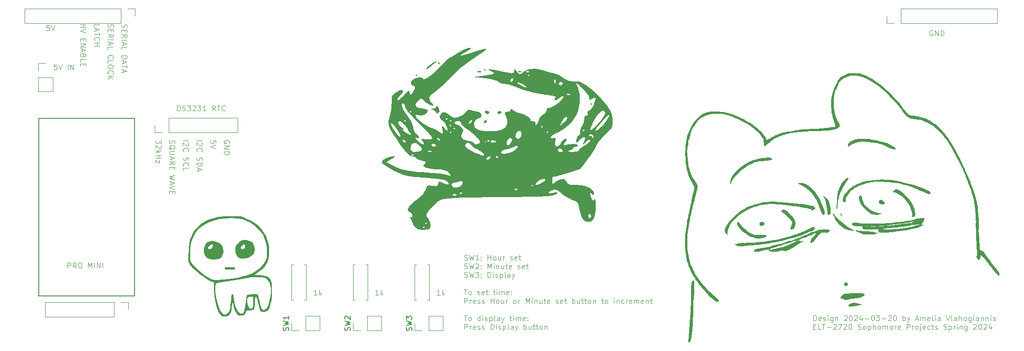
<source format=gto>
G04 #@! TF.GenerationSoftware,KiCad,Pcbnew,7.0.11+dfsg-1*
G04 #@! TF.CreationDate,2024-03-20T20:25:50-04:00*
G04 #@! TF.ProjectId,base,62617365-2e6b-4696-9361-645f70636258,rev?*
G04 #@! TF.SameCoordinates,Original*
G04 #@! TF.FileFunction,Legend,Top*
G04 #@! TF.FilePolarity,Positive*
%FSLAX46Y46*%
G04 Gerber Fmt 4.6, Leading zero omitted, Abs format (unit mm)*
G04 Created by KiCad (PCBNEW 7.0.11+dfsg-1) date 2024-03-20 20:25:50*
%MOMM*%
%LPD*%
G01*
G04 APERTURE LIST*
%ADD10C,0.100000*%
%ADD11C,0.300000*%
%ADD12C,0.150000*%
%ADD13C,0.120000*%
%ADD14C,1.600000*%
%ADD15O,1.600000X1.600000*%
%ADD16C,1.727200*%
%ADD17R,1.727200X1.727200*%
%ADD18R,1.700000X1.700000*%
%ADD19O,1.700000X1.700000*%
G04 APERTURE END LIST*
D10*
X133606265Y-111404800D02*
X133749122Y-111452419D01*
X133749122Y-111452419D02*
X133987217Y-111452419D01*
X133987217Y-111452419D02*
X134082455Y-111404800D01*
X134082455Y-111404800D02*
X134130074Y-111357180D01*
X134130074Y-111357180D02*
X134177693Y-111261942D01*
X134177693Y-111261942D02*
X134177693Y-111166704D01*
X134177693Y-111166704D02*
X134130074Y-111071466D01*
X134130074Y-111071466D02*
X134082455Y-111023847D01*
X134082455Y-111023847D02*
X133987217Y-110976228D01*
X133987217Y-110976228D02*
X133796741Y-110928609D01*
X133796741Y-110928609D02*
X133701503Y-110880990D01*
X133701503Y-110880990D02*
X133653884Y-110833371D01*
X133653884Y-110833371D02*
X133606265Y-110738133D01*
X133606265Y-110738133D02*
X133606265Y-110642895D01*
X133606265Y-110642895D02*
X133653884Y-110547657D01*
X133653884Y-110547657D02*
X133701503Y-110500038D01*
X133701503Y-110500038D02*
X133796741Y-110452419D01*
X133796741Y-110452419D02*
X134034836Y-110452419D01*
X134034836Y-110452419D02*
X134177693Y-110500038D01*
X134511027Y-110452419D02*
X134749122Y-111452419D01*
X134749122Y-111452419D02*
X134939598Y-110738133D01*
X134939598Y-110738133D02*
X135130074Y-111452419D01*
X135130074Y-111452419D02*
X135368170Y-110452419D01*
X136272931Y-111452419D02*
X135701503Y-111452419D01*
X135987217Y-111452419D02*
X135987217Y-110452419D01*
X135987217Y-110452419D02*
X135891979Y-110595276D01*
X135891979Y-110595276D02*
X135796741Y-110690514D01*
X135796741Y-110690514D02*
X135701503Y-110738133D01*
X136701503Y-111357180D02*
X136749122Y-111404800D01*
X136749122Y-111404800D02*
X136701503Y-111452419D01*
X136701503Y-111452419D02*
X136653884Y-111404800D01*
X136653884Y-111404800D02*
X136701503Y-111357180D01*
X136701503Y-111357180D02*
X136701503Y-111452419D01*
X136701503Y-110833371D02*
X136749122Y-110880990D01*
X136749122Y-110880990D02*
X136701503Y-110928609D01*
X136701503Y-110928609D02*
X136653884Y-110880990D01*
X136653884Y-110880990D02*
X136701503Y-110833371D01*
X136701503Y-110833371D02*
X136701503Y-110928609D01*
X137939598Y-111452419D02*
X137939598Y-110452419D01*
X137939598Y-110928609D02*
X138511026Y-110928609D01*
X138511026Y-111452419D02*
X138511026Y-110452419D01*
X139130074Y-111452419D02*
X139034836Y-111404800D01*
X139034836Y-111404800D02*
X138987217Y-111357180D01*
X138987217Y-111357180D02*
X138939598Y-111261942D01*
X138939598Y-111261942D02*
X138939598Y-110976228D01*
X138939598Y-110976228D02*
X138987217Y-110880990D01*
X138987217Y-110880990D02*
X139034836Y-110833371D01*
X139034836Y-110833371D02*
X139130074Y-110785752D01*
X139130074Y-110785752D02*
X139272931Y-110785752D01*
X139272931Y-110785752D02*
X139368169Y-110833371D01*
X139368169Y-110833371D02*
X139415788Y-110880990D01*
X139415788Y-110880990D02*
X139463407Y-110976228D01*
X139463407Y-110976228D02*
X139463407Y-111261942D01*
X139463407Y-111261942D02*
X139415788Y-111357180D01*
X139415788Y-111357180D02*
X139368169Y-111404800D01*
X139368169Y-111404800D02*
X139272931Y-111452419D01*
X139272931Y-111452419D02*
X139130074Y-111452419D01*
X140320550Y-110785752D02*
X140320550Y-111452419D01*
X139891979Y-110785752D02*
X139891979Y-111309561D01*
X139891979Y-111309561D02*
X139939598Y-111404800D01*
X139939598Y-111404800D02*
X140034836Y-111452419D01*
X140034836Y-111452419D02*
X140177693Y-111452419D01*
X140177693Y-111452419D02*
X140272931Y-111404800D01*
X140272931Y-111404800D02*
X140320550Y-111357180D01*
X140796741Y-111452419D02*
X140796741Y-110785752D01*
X140796741Y-110976228D02*
X140844360Y-110880990D01*
X140844360Y-110880990D02*
X140891979Y-110833371D01*
X140891979Y-110833371D02*
X140987217Y-110785752D01*
X140987217Y-110785752D02*
X141082455Y-110785752D01*
X142130075Y-111404800D02*
X142225313Y-111452419D01*
X142225313Y-111452419D02*
X142415789Y-111452419D01*
X142415789Y-111452419D02*
X142511027Y-111404800D01*
X142511027Y-111404800D02*
X142558646Y-111309561D01*
X142558646Y-111309561D02*
X142558646Y-111261942D01*
X142558646Y-111261942D02*
X142511027Y-111166704D01*
X142511027Y-111166704D02*
X142415789Y-111119085D01*
X142415789Y-111119085D02*
X142272932Y-111119085D01*
X142272932Y-111119085D02*
X142177694Y-111071466D01*
X142177694Y-111071466D02*
X142130075Y-110976228D01*
X142130075Y-110976228D02*
X142130075Y-110928609D01*
X142130075Y-110928609D02*
X142177694Y-110833371D01*
X142177694Y-110833371D02*
X142272932Y-110785752D01*
X142272932Y-110785752D02*
X142415789Y-110785752D01*
X142415789Y-110785752D02*
X142511027Y-110833371D01*
X143368170Y-111404800D02*
X143272932Y-111452419D01*
X143272932Y-111452419D02*
X143082456Y-111452419D01*
X143082456Y-111452419D02*
X142987218Y-111404800D01*
X142987218Y-111404800D02*
X142939599Y-111309561D01*
X142939599Y-111309561D02*
X142939599Y-110928609D01*
X142939599Y-110928609D02*
X142987218Y-110833371D01*
X142987218Y-110833371D02*
X143082456Y-110785752D01*
X143082456Y-110785752D02*
X143272932Y-110785752D01*
X143272932Y-110785752D02*
X143368170Y-110833371D01*
X143368170Y-110833371D02*
X143415789Y-110928609D01*
X143415789Y-110928609D02*
X143415789Y-111023847D01*
X143415789Y-111023847D02*
X142939599Y-111119085D01*
X143701504Y-110785752D02*
X144082456Y-110785752D01*
X143844361Y-110452419D02*
X143844361Y-111309561D01*
X143844361Y-111309561D02*
X143891980Y-111404800D01*
X143891980Y-111404800D02*
X143987218Y-111452419D01*
X143987218Y-111452419D02*
X144082456Y-111452419D01*
X133606265Y-113014800D02*
X133749122Y-113062419D01*
X133749122Y-113062419D02*
X133987217Y-113062419D01*
X133987217Y-113062419D02*
X134082455Y-113014800D01*
X134082455Y-113014800D02*
X134130074Y-112967180D01*
X134130074Y-112967180D02*
X134177693Y-112871942D01*
X134177693Y-112871942D02*
X134177693Y-112776704D01*
X134177693Y-112776704D02*
X134130074Y-112681466D01*
X134130074Y-112681466D02*
X134082455Y-112633847D01*
X134082455Y-112633847D02*
X133987217Y-112586228D01*
X133987217Y-112586228D02*
X133796741Y-112538609D01*
X133796741Y-112538609D02*
X133701503Y-112490990D01*
X133701503Y-112490990D02*
X133653884Y-112443371D01*
X133653884Y-112443371D02*
X133606265Y-112348133D01*
X133606265Y-112348133D02*
X133606265Y-112252895D01*
X133606265Y-112252895D02*
X133653884Y-112157657D01*
X133653884Y-112157657D02*
X133701503Y-112110038D01*
X133701503Y-112110038D02*
X133796741Y-112062419D01*
X133796741Y-112062419D02*
X134034836Y-112062419D01*
X134034836Y-112062419D02*
X134177693Y-112110038D01*
X134511027Y-112062419D02*
X134749122Y-113062419D01*
X134749122Y-113062419D02*
X134939598Y-112348133D01*
X134939598Y-112348133D02*
X135130074Y-113062419D01*
X135130074Y-113062419D02*
X135368170Y-112062419D01*
X135701503Y-112157657D02*
X135749122Y-112110038D01*
X135749122Y-112110038D02*
X135844360Y-112062419D01*
X135844360Y-112062419D02*
X136082455Y-112062419D01*
X136082455Y-112062419D02*
X136177693Y-112110038D01*
X136177693Y-112110038D02*
X136225312Y-112157657D01*
X136225312Y-112157657D02*
X136272931Y-112252895D01*
X136272931Y-112252895D02*
X136272931Y-112348133D01*
X136272931Y-112348133D02*
X136225312Y-112490990D01*
X136225312Y-112490990D02*
X135653884Y-113062419D01*
X135653884Y-113062419D02*
X136272931Y-113062419D01*
X136701503Y-112967180D02*
X136749122Y-113014800D01*
X136749122Y-113014800D02*
X136701503Y-113062419D01*
X136701503Y-113062419D02*
X136653884Y-113014800D01*
X136653884Y-113014800D02*
X136701503Y-112967180D01*
X136701503Y-112967180D02*
X136701503Y-113062419D01*
X136701503Y-112443371D02*
X136749122Y-112490990D01*
X136749122Y-112490990D02*
X136701503Y-112538609D01*
X136701503Y-112538609D02*
X136653884Y-112490990D01*
X136653884Y-112490990D02*
X136701503Y-112443371D01*
X136701503Y-112443371D02*
X136701503Y-112538609D01*
X137939598Y-113062419D02*
X137939598Y-112062419D01*
X137939598Y-112062419D02*
X138272931Y-112776704D01*
X138272931Y-112776704D02*
X138606264Y-112062419D01*
X138606264Y-112062419D02*
X138606264Y-113062419D01*
X139082455Y-113062419D02*
X139082455Y-112395752D01*
X139082455Y-112062419D02*
X139034836Y-112110038D01*
X139034836Y-112110038D02*
X139082455Y-112157657D01*
X139082455Y-112157657D02*
X139130074Y-112110038D01*
X139130074Y-112110038D02*
X139082455Y-112062419D01*
X139082455Y-112062419D02*
X139082455Y-112157657D01*
X139558645Y-112395752D02*
X139558645Y-113062419D01*
X139558645Y-112490990D02*
X139606264Y-112443371D01*
X139606264Y-112443371D02*
X139701502Y-112395752D01*
X139701502Y-112395752D02*
X139844359Y-112395752D01*
X139844359Y-112395752D02*
X139939597Y-112443371D01*
X139939597Y-112443371D02*
X139987216Y-112538609D01*
X139987216Y-112538609D02*
X139987216Y-113062419D01*
X140891978Y-112395752D02*
X140891978Y-113062419D01*
X140463407Y-112395752D02*
X140463407Y-112919561D01*
X140463407Y-112919561D02*
X140511026Y-113014800D01*
X140511026Y-113014800D02*
X140606264Y-113062419D01*
X140606264Y-113062419D02*
X140749121Y-113062419D01*
X140749121Y-113062419D02*
X140844359Y-113014800D01*
X140844359Y-113014800D02*
X140891978Y-112967180D01*
X141225312Y-112395752D02*
X141606264Y-112395752D01*
X141368169Y-112062419D02*
X141368169Y-112919561D01*
X141368169Y-112919561D02*
X141415788Y-113014800D01*
X141415788Y-113014800D02*
X141511026Y-113062419D01*
X141511026Y-113062419D02*
X141606264Y-113062419D01*
X142320550Y-113014800D02*
X142225312Y-113062419D01*
X142225312Y-113062419D02*
X142034836Y-113062419D01*
X142034836Y-113062419D02*
X141939598Y-113014800D01*
X141939598Y-113014800D02*
X141891979Y-112919561D01*
X141891979Y-112919561D02*
X141891979Y-112538609D01*
X141891979Y-112538609D02*
X141939598Y-112443371D01*
X141939598Y-112443371D02*
X142034836Y-112395752D01*
X142034836Y-112395752D02*
X142225312Y-112395752D01*
X142225312Y-112395752D02*
X142320550Y-112443371D01*
X142320550Y-112443371D02*
X142368169Y-112538609D01*
X142368169Y-112538609D02*
X142368169Y-112633847D01*
X142368169Y-112633847D02*
X141891979Y-112729085D01*
X143511027Y-113014800D02*
X143606265Y-113062419D01*
X143606265Y-113062419D02*
X143796741Y-113062419D01*
X143796741Y-113062419D02*
X143891979Y-113014800D01*
X143891979Y-113014800D02*
X143939598Y-112919561D01*
X143939598Y-112919561D02*
X143939598Y-112871942D01*
X143939598Y-112871942D02*
X143891979Y-112776704D01*
X143891979Y-112776704D02*
X143796741Y-112729085D01*
X143796741Y-112729085D02*
X143653884Y-112729085D01*
X143653884Y-112729085D02*
X143558646Y-112681466D01*
X143558646Y-112681466D02*
X143511027Y-112586228D01*
X143511027Y-112586228D02*
X143511027Y-112538609D01*
X143511027Y-112538609D02*
X143558646Y-112443371D01*
X143558646Y-112443371D02*
X143653884Y-112395752D01*
X143653884Y-112395752D02*
X143796741Y-112395752D01*
X143796741Y-112395752D02*
X143891979Y-112443371D01*
X144749122Y-113014800D02*
X144653884Y-113062419D01*
X144653884Y-113062419D02*
X144463408Y-113062419D01*
X144463408Y-113062419D02*
X144368170Y-113014800D01*
X144368170Y-113014800D02*
X144320551Y-112919561D01*
X144320551Y-112919561D02*
X144320551Y-112538609D01*
X144320551Y-112538609D02*
X144368170Y-112443371D01*
X144368170Y-112443371D02*
X144463408Y-112395752D01*
X144463408Y-112395752D02*
X144653884Y-112395752D01*
X144653884Y-112395752D02*
X144749122Y-112443371D01*
X144749122Y-112443371D02*
X144796741Y-112538609D01*
X144796741Y-112538609D02*
X144796741Y-112633847D01*
X144796741Y-112633847D02*
X144320551Y-112729085D01*
X145082456Y-112395752D02*
X145463408Y-112395752D01*
X145225313Y-112062419D02*
X145225313Y-112919561D01*
X145225313Y-112919561D02*
X145272932Y-113014800D01*
X145272932Y-113014800D02*
X145368170Y-113062419D01*
X145368170Y-113062419D02*
X145463408Y-113062419D01*
X133606265Y-114624800D02*
X133749122Y-114672419D01*
X133749122Y-114672419D02*
X133987217Y-114672419D01*
X133987217Y-114672419D02*
X134082455Y-114624800D01*
X134082455Y-114624800D02*
X134130074Y-114577180D01*
X134130074Y-114577180D02*
X134177693Y-114481942D01*
X134177693Y-114481942D02*
X134177693Y-114386704D01*
X134177693Y-114386704D02*
X134130074Y-114291466D01*
X134130074Y-114291466D02*
X134082455Y-114243847D01*
X134082455Y-114243847D02*
X133987217Y-114196228D01*
X133987217Y-114196228D02*
X133796741Y-114148609D01*
X133796741Y-114148609D02*
X133701503Y-114100990D01*
X133701503Y-114100990D02*
X133653884Y-114053371D01*
X133653884Y-114053371D02*
X133606265Y-113958133D01*
X133606265Y-113958133D02*
X133606265Y-113862895D01*
X133606265Y-113862895D02*
X133653884Y-113767657D01*
X133653884Y-113767657D02*
X133701503Y-113720038D01*
X133701503Y-113720038D02*
X133796741Y-113672419D01*
X133796741Y-113672419D02*
X134034836Y-113672419D01*
X134034836Y-113672419D02*
X134177693Y-113720038D01*
X134511027Y-113672419D02*
X134749122Y-114672419D01*
X134749122Y-114672419D02*
X134939598Y-113958133D01*
X134939598Y-113958133D02*
X135130074Y-114672419D01*
X135130074Y-114672419D02*
X135368170Y-113672419D01*
X135653884Y-113672419D02*
X136272931Y-113672419D01*
X136272931Y-113672419D02*
X135939598Y-114053371D01*
X135939598Y-114053371D02*
X136082455Y-114053371D01*
X136082455Y-114053371D02*
X136177693Y-114100990D01*
X136177693Y-114100990D02*
X136225312Y-114148609D01*
X136225312Y-114148609D02*
X136272931Y-114243847D01*
X136272931Y-114243847D02*
X136272931Y-114481942D01*
X136272931Y-114481942D02*
X136225312Y-114577180D01*
X136225312Y-114577180D02*
X136177693Y-114624800D01*
X136177693Y-114624800D02*
X136082455Y-114672419D01*
X136082455Y-114672419D02*
X135796741Y-114672419D01*
X135796741Y-114672419D02*
X135701503Y-114624800D01*
X135701503Y-114624800D02*
X135653884Y-114577180D01*
X136701503Y-114577180D02*
X136749122Y-114624800D01*
X136749122Y-114624800D02*
X136701503Y-114672419D01*
X136701503Y-114672419D02*
X136653884Y-114624800D01*
X136653884Y-114624800D02*
X136701503Y-114577180D01*
X136701503Y-114577180D02*
X136701503Y-114672419D01*
X136701503Y-114053371D02*
X136749122Y-114100990D01*
X136749122Y-114100990D02*
X136701503Y-114148609D01*
X136701503Y-114148609D02*
X136653884Y-114100990D01*
X136653884Y-114100990D02*
X136701503Y-114053371D01*
X136701503Y-114053371D02*
X136701503Y-114148609D01*
X137939598Y-114672419D02*
X137939598Y-113672419D01*
X137939598Y-113672419D02*
X138177693Y-113672419D01*
X138177693Y-113672419D02*
X138320550Y-113720038D01*
X138320550Y-113720038D02*
X138415788Y-113815276D01*
X138415788Y-113815276D02*
X138463407Y-113910514D01*
X138463407Y-113910514D02*
X138511026Y-114100990D01*
X138511026Y-114100990D02*
X138511026Y-114243847D01*
X138511026Y-114243847D02*
X138463407Y-114434323D01*
X138463407Y-114434323D02*
X138415788Y-114529561D01*
X138415788Y-114529561D02*
X138320550Y-114624800D01*
X138320550Y-114624800D02*
X138177693Y-114672419D01*
X138177693Y-114672419D02*
X137939598Y-114672419D01*
X138939598Y-114672419D02*
X138939598Y-114005752D01*
X138939598Y-113672419D02*
X138891979Y-113720038D01*
X138891979Y-113720038D02*
X138939598Y-113767657D01*
X138939598Y-113767657D02*
X138987217Y-113720038D01*
X138987217Y-113720038D02*
X138939598Y-113672419D01*
X138939598Y-113672419D02*
X138939598Y-113767657D01*
X139368169Y-114624800D02*
X139463407Y-114672419D01*
X139463407Y-114672419D02*
X139653883Y-114672419D01*
X139653883Y-114672419D02*
X139749121Y-114624800D01*
X139749121Y-114624800D02*
X139796740Y-114529561D01*
X139796740Y-114529561D02*
X139796740Y-114481942D01*
X139796740Y-114481942D02*
X139749121Y-114386704D01*
X139749121Y-114386704D02*
X139653883Y-114339085D01*
X139653883Y-114339085D02*
X139511026Y-114339085D01*
X139511026Y-114339085D02*
X139415788Y-114291466D01*
X139415788Y-114291466D02*
X139368169Y-114196228D01*
X139368169Y-114196228D02*
X139368169Y-114148609D01*
X139368169Y-114148609D02*
X139415788Y-114053371D01*
X139415788Y-114053371D02*
X139511026Y-114005752D01*
X139511026Y-114005752D02*
X139653883Y-114005752D01*
X139653883Y-114005752D02*
X139749121Y-114053371D01*
X140225312Y-114005752D02*
X140225312Y-115005752D01*
X140225312Y-114053371D02*
X140320550Y-114005752D01*
X140320550Y-114005752D02*
X140511026Y-114005752D01*
X140511026Y-114005752D02*
X140606264Y-114053371D01*
X140606264Y-114053371D02*
X140653883Y-114100990D01*
X140653883Y-114100990D02*
X140701502Y-114196228D01*
X140701502Y-114196228D02*
X140701502Y-114481942D01*
X140701502Y-114481942D02*
X140653883Y-114577180D01*
X140653883Y-114577180D02*
X140606264Y-114624800D01*
X140606264Y-114624800D02*
X140511026Y-114672419D01*
X140511026Y-114672419D02*
X140320550Y-114672419D01*
X140320550Y-114672419D02*
X140225312Y-114624800D01*
X141272931Y-114672419D02*
X141177693Y-114624800D01*
X141177693Y-114624800D02*
X141130074Y-114529561D01*
X141130074Y-114529561D02*
X141130074Y-113672419D01*
X142082455Y-114672419D02*
X142082455Y-114148609D01*
X142082455Y-114148609D02*
X142034836Y-114053371D01*
X142034836Y-114053371D02*
X141939598Y-114005752D01*
X141939598Y-114005752D02*
X141749122Y-114005752D01*
X141749122Y-114005752D02*
X141653884Y-114053371D01*
X142082455Y-114624800D02*
X141987217Y-114672419D01*
X141987217Y-114672419D02*
X141749122Y-114672419D01*
X141749122Y-114672419D02*
X141653884Y-114624800D01*
X141653884Y-114624800D02*
X141606265Y-114529561D01*
X141606265Y-114529561D02*
X141606265Y-114434323D01*
X141606265Y-114434323D02*
X141653884Y-114339085D01*
X141653884Y-114339085D02*
X141749122Y-114291466D01*
X141749122Y-114291466D02*
X141987217Y-114291466D01*
X141987217Y-114291466D02*
X142082455Y-114243847D01*
X142463408Y-114005752D02*
X142701503Y-114672419D01*
X142939598Y-114005752D02*
X142701503Y-114672419D01*
X142701503Y-114672419D02*
X142606265Y-114910514D01*
X142606265Y-114910514D02*
X142558646Y-114958133D01*
X142558646Y-114958133D02*
X142463408Y-115005752D01*
X133511027Y-116892419D02*
X134082455Y-116892419D01*
X133796741Y-117892419D02*
X133796741Y-116892419D01*
X134558646Y-117892419D02*
X134463408Y-117844800D01*
X134463408Y-117844800D02*
X134415789Y-117797180D01*
X134415789Y-117797180D02*
X134368170Y-117701942D01*
X134368170Y-117701942D02*
X134368170Y-117416228D01*
X134368170Y-117416228D02*
X134415789Y-117320990D01*
X134415789Y-117320990D02*
X134463408Y-117273371D01*
X134463408Y-117273371D02*
X134558646Y-117225752D01*
X134558646Y-117225752D02*
X134701503Y-117225752D01*
X134701503Y-117225752D02*
X134796741Y-117273371D01*
X134796741Y-117273371D02*
X134844360Y-117320990D01*
X134844360Y-117320990D02*
X134891979Y-117416228D01*
X134891979Y-117416228D02*
X134891979Y-117701942D01*
X134891979Y-117701942D02*
X134844360Y-117797180D01*
X134844360Y-117797180D02*
X134796741Y-117844800D01*
X134796741Y-117844800D02*
X134701503Y-117892419D01*
X134701503Y-117892419D02*
X134558646Y-117892419D01*
X136034837Y-117844800D02*
X136130075Y-117892419D01*
X136130075Y-117892419D02*
X136320551Y-117892419D01*
X136320551Y-117892419D02*
X136415789Y-117844800D01*
X136415789Y-117844800D02*
X136463408Y-117749561D01*
X136463408Y-117749561D02*
X136463408Y-117701942D01*
X136463408Y-117701942D02*
X136415789Y-117606704D01*
X136415789Y-117606704D02*
X136320551Y-117559085D01*
X136320551Y-117559085D02*
X136177694Y-117559085D01*
X136177694Y-117559085D02*
X136082456Y-117511466D01*
X136082456Y-117511466D02*
X136034837Y-117416228D01*
X136034837Y-117416228D02*
X136034837Y-117368609D01*
X136034837Y-117368609D02*
X136082456Y-117273371D01*
X136082456Y-117273371D02*
X136177694Y-117225752D01*
X136177694Y-117225752D02*
X136320551Y-117225752D01*
X136320551Y-117225752D02*
X136415789Y-117273371D01*
X137272932Y-117844800D02*
X137177694Y-117892419D01*
X137177694Y-117892419D02*
X136987218Y-117892419D01*
X136987218Y-117892419D02*
X136891980Y-117844800D01*
X136891980Y-117844800D02*
X136844361Y-117749561D01*
X136844361Y-117749561D02*
X136844361Y-117368609D01*
X136844361Y-117368609D02*
X136891980Y-117273371D01*
X136891980Y-117273371D02*
X136987218Y-117225752D01*
X136987218Y-117225752D02*
X137177694Y-117225752D01*
X137177694Y-117225752D02*
X137272932Y-117273371D01*
X137272932Y-117273371D02*
X137320551Y-117368609D01*
X137320551Y-117368609D02*
X137320551Y-117463847D01*
X137320551Y-117463847D02*
X136844361Y-117559085D01*
X137606266Y-117225752D02*
X137987218Y-117225752D01*
X137749123Y-116892419D02*
X137749123Y-117749561D01*
X137749123Y-117749561D02*
X137796742Y-117844800D01*
X137796742Y-117844800D02*
X137891980Y-117892419D01*
X137891980Y-117892419D02*
X137987218Y-117892419D01*
X138939600Y-117225752D02*
X139320552Y-117225752D01*
X139082457Y-116892419D02*
X139082457Y-117749561D01*
X139082457Y-117749561D02*
X139130076Y-117844800D01*
X139130076Y-117844800D02*
X139225314Y-117892419D01*
X139225314Y-117892419D02*
X139320552Y-117892419D01*
X139653886Y-117892419D02*
X139653886Y-117225752D01*
X139653886Y-116892419D02*
X139606267Y-116940038D01*
X139606267Y-116940038D02*
X139653886Y-116987657D01*
X139653886Y-116987657D02*
X139701505Y-116940038D01*
X139701505Y-116940038D02*
X139653886Y-116892419D01*
X139653886Y-116892419D02*
X139653886Y-116987657D01*
X140130076Y-117892419D02*
X140130076Y-117225752D01*
X140130076Y-117320990D02*
X140177695Y-117273371D01*
X140177695Y-117273371D02*
X140272933Y-117225752D01*
X140272933Y-117225752D02*
X140415790Y-117225752D01*
X140415790Y-117225752D02*
X140511028Y-117273371D01*
X140511028Y-117273371D02*
X140558647Y-117368609D01*
X140558647Y-117368609D02*
X140558647Y-117892419D01*
X140558647Y-117368609D02*
X140606266Y-117273371D01*
X140606266Y-117273371D02*
X140701504Y-117225752D01*
X140701504Y-117225752D02*
X140844361Y-117225752D01*
X140844361Y-117225752D02*
X140939600Y-117273371D01*
X140939600Y-117273371D02*
X140987219Y-117368609D01*
X140987219Y-117368609D02*
X140987219Y-117892419D01*
X141844361Y-117844800D02*
X141749123Y-117892419D01*
X141749123Y-117892419D02*
X141558647Y-117892419D01*
X141558647Y-117892419D02*
X141463409Y-117844800D01*
X141463409Y-117844800D02*
X141415790Y-117749561D01*
X141415790Y-117749561D02*
X141415790Y-117368609D01*
X141415790Y-117368609D02*
X141463409Y-117273371D01*
X141463409Y-117273371D02*
X141558647Y-117225752D01*
X141558647Y-117225752D02*
X141749123Y-117225752D01*
X141749123Y-117225752D02*
X141844361Y-117273371D01*
X141844361Y-117273371D02*
X141891980Y-117368609D01*
X141891980Y-117368609D02*
X141891980Y-117463847D01*
X141891980Y-117463847D02*
X141415790Y-117559085D01*
X142320552Y-117797180D02*
X142368171Y-117844800D01*
X142368171Y-117844800D02*
X142320552Y-117892419D01*
X142320552Y-117892419D02*
X142272933Y-117844800D01*
X142272933Y-117844800D02*
X142320552Y-117797180D01*
X142320552Y-117797180D02*
X142320552Y-117892419D01*
X142320552Y-117273371D02*
X142368171Y-117320990D01*
X142368171Y-117320990D02*
X142320552Y-117368609D01*
X142320552Y-117368609D02*
X142272933Y-117320990D01*
X142272933Y-117320990D02*
X142320552Y-117273371D01*
X142320552Y-117273371D02*
X142320552Y-117368609D01*
X133653884Y-119502419D02*
X133653884Y-118502419D01*
X133653884Y-118502419D02*
X134034836Y-118502419D01*
X134034836Y-118502419D02*
X134130074Y-118550038D01*
X134130074Y-118550038D02*
X134177693Y-118597657D01*
X134177693Y-118597657D02*
X134225312Y-118692895D01*
X134225312Y-118692895D02*
X134225312Y-118835752D01*
X134225312Y-118835752D02*
X134177693Y-118930990D01*
X134177693Y-118930990D02*
X134130074Y-118978609D01*
X134130074Y-118978609D02*
X134034836Y-119026228D01*
X134034836Y-119026228D02*
X133653884Y-119026228D01*
X134653884Y-119502419D02*
X134653884Y-118835752D01*
X134653884Y-119026228D02*
X134701503Y-118930990D01*
X134701503Y-118930990D02*
X134749122Y-118883371D01*
X134749122Y-118883371D02*
X134844360Y-118835752D01*
X134844360Y-118835752D02*
X134939598Y-118835752D01*
X135653884Y-119454800D02*
X135558646Y-119502419D01*
X135558646Y-119502419D02*
X135368170Y-119502419D01*
X135368170Y-119502419D02*
X135272932Y-119454800D01*
X135272932Y-119454800D02*
X135225313Y-119359561D01*
X135225313Y-119359561D02*
X135225313Y-118978609D01*
X135225313Y-118978609D02*
X135272932Y-118883371D01*
X135272932Y-118883371D02*
X135368170Y-118835752D01*
X135368170Y-118835752D02*
X135558646Y-118835752D01*
X135558646Y-118835752D02*
X135653884Y-118883371D01*
X135653884Y-118883371D02*
X135701503Y-118978609D01*
X135701503Y-118978609D02*
X135701503Y-119073847D01*
X135701503Y-119073847D02*
X135225313Y-119169085D01*
X136082456Y-119454800D02*
X136177694Y-119502419D01*
X136177694Y-119502419D02*
X136368170Y-119502419D01*
X136368170Y-119502419D02*
X136463408Y-119454800D01*
X136463408Y-119454800D02*
X136511027Y-119359561D01*
X136511027Y-119359561D02*
X136511027Y-119311942D01*
X136511027Y-119311942D02*
X136463408Y-119216704D01*
X136463408Y-119216704D02*
X136368170Y-119169085D01*
X136368170Y-119169085D02*
X136225313Y-119169085D01*
X136225313Y-119169085D02*
X136130075Y-119121466D01*
X136130075Y-119121466D02*
X136082456Y-119026228D01*
X136082456Y-119026228D02*
X136082456Y-118978609D01*
X136082456Y-118978609D02*
X136130075Y-118883371D01*
X136130075Y-118883371D02*
X136225313Y-118835752D01*
X136225313Y-118835752D02*
X136368170Y-118835752D01*
X136368170Y-118835752D02*
X136463408Y-118883371D01*
X136891980Y-119454800D02*
X136987218Y-119502419D01*
X136987218Y-119502419D02*
X137177694Y-119502419D01*
X137177694Y-119502419D02*
X137272932Y-119454800D01*
X137272932Y-119454800D02*
X137320551Y-119359561D01*
X137320551Y-119359561D02*
X137320551Y-119311942D01*
X137320551Y-119311942D02*
X137272932Y-119216704D01*
X137272932Y-119216704D02*
X137177694Y-119169085D01*
X137177694Y-119169085D02*
X137034837Y-119169085D01*
X137034837Y-119169085D02*
X136939599Y-119121466D01*
X136939599Y-119121466D02*
X136891980Y-119026228D01*
X136891980Y-119026228D02*
X136891980Y-118978609D01*
X136891980Y-118978609D02*
X136939599Y-118883371D01*
X136939599Y-118883371D02*
X137034837Y-118835752D01*
X137034837Y-118835752D02*
X137177694Y-118835752D01*
X137177694Y-118835752D02*
X137272932Y-118883371D01*
X138511028Y-119502419D02*
X138511028Y-118502419D01*
X138511028Y-118978609D02*
X139082456Y-118978609D01*
X139082456Y-119502419D02*
X139082456Y-118502419D01*
X139701504Y-119502419D02*
X139606266Y-119454800D01*
X139606266Y-119454800D02*
X139558647Y-119407180D01*
X139558647Y-119407180D02*
X139511028Y-119311942D01*
X139511028Y-119311942D02*
X139511028Y-119026228D01*
X139511028Y-119026228D02*
X139558647Y-118930990D01*
X139558647Y-118930990D02*
X139606266Y-118883371D01*
X139606266Y-118883371D02*
X139701504Y-118835752D01*
X139701504Y-118835752D02*
X139844361Y-118835752D01*
X139844361Y-118835752D02*
X139939599Y-118883371D01*
X139939599Y-118883371D02*
X139987218Y-118930990D01*
X139987218Y-118930990D02*
X140034837Y-119026228D01*
X140034837Y-119026228D02*
X140034837Y-119311942D01*
X140034837Y-119311942D02*
X139987218Y-119407180D01*
X139987218Y-119407180D02*
X139939599Y-119454800D01*
X139939599Y-119454800D02*
X139844361Y-119502419D01*
X139844361Y-119502419D02*
X139701504Y-119502419D01*
X140891980Y-118835752D02*
X140891980Y-119502419D01*
X140463409Y-118835752D02*
X140463409Y-119359561D01*
X140463409Y-119359561D02*
X140511028Y-119454800D01*
X140511028Y-119454800D02*
X140606266Y-119502419D01*
X140606266Y-119502419D02*
X140749123Y-119502419D01*
X140749123Y-119502419D02*
X140844361Y-119454800D01*
X140844361Y-119454800D02*
X140891980Y-119407180D01*
X141368171Y-119502419D02*
X141368171Y-118835752D01*
X141368171Y-119026228D02*
X141415790Y-118930990D01*
X141415790Y-118930990D02*
X141463409Y-118883371D01*
X141463409Y-118883371D02*
X141558647Y-118835752D01*
X141558647Y-118835752D02*
X141653885Y-118835752D01*
X142891981Y-119502419D02*
X142796743Y-119454800D01*
X142796743Y-119454800D02*
X142749124Y-119407180D01*
X142749124Y-119407180D02*
X142701505Y-119311942D01*
X142701505Y-119311942D02*
X142701505Y-119026228D01*
X142701505Y-119026228D02*
X142749124Y-118930990D01*
X142749124Y-118930990D02*
X142796743Y-118883371D01*
X142796743Y-118883371D02*
X142891981Y-118835752D01*
X142891981Y-118835752D02*
X143034838Y-118835752D01*
X143034838Y-118835752D02*
X143130076Y-118883371D01*
X143130076Y-118883371D02*
X143177695Y-118930990D01*
X143177695Y-118930990D02*
X143225314Y-119026228D01*
X143225314Y-119026228D02*
X143225314Y-119311942D01*
X143225314Y-119311942D02*
X143177695Y-119407180D01*
X143177695Y-119407180D02*
X143130076Y-119454800D01*
X143130076Y-119454800D02*
X143034838Y-119502419D01*
X143034838Y-119502419D02*
X142891981Y-119502419D01*
X143653886Y-119502419D02*
X143653886Y-118835752D01*
X143653886Y-119026228D02*
X143701505Y-118930990D01*
X143701505Y-118930990D02*
X143749124Y-118883371D01*
X143749124Y-118883371D02*
X143844362Y-118835752D01*
X143844362Y-118835752D02*
X143939600Y-118835752D01*
X145034839Y-119502419D02*
X145034839Y-118502419D01*
X145034839Y-118502419D02*
X145368172Y-119216704D01*
X145368172Y-119216704D02*
X145701505Y-118502419D01*
X145701505Y-118502419D02*
X145701505Y-119502419D01*
X146177696Y-119502419D02*
X146177696Y-118835752D01*
X146177696Y-118502419D02*
X146130077Y-118550038D01*
X146130077Y-118550038D02*
X146177696Y-118597657D01*
X146177696Y-118597657D02*
X146225315Y-118550038D01*
X146225315Y-118550038D02*
X146177696Y-118502419D01*
X146177696Y-118502419D02*
X146177696Y-118597657D01*
X146653886Y-118835752D02*
X146653886Y-119502419D01*
X146653886Y-118930990D02*
X146701505Y-118883371D01*
X146701505Y-118883371D02*
X146796743Y-118835752D01*
X146796743Y-118835752D02*
X146939600Y-118835752D01*
X146939600Y-118835752D02*
X147034838Y-118883371D01*
X147034838Y-118883371D02*
X147082457Y-118978609D01*
X147082457Y-118978609D02*
X147082457Y-119502419D01*
X147987219Y-118835752D02*
X147987219Y-119502419D01*
X147558648Y-118835752D02*
X147558648Y-119359561D01*
X147558648Y-119359561D02*
X147606267Y-119454800D01*
X147606267Y-119454800D02*
X147701505Y-119502419D01*
X147701505Y-119502419D02*
X147844362Y-119502419D01*
X147844362Y-119502419D02*
X147939600Y-119454800D01*
X147939600Y-119454800D02*
X147987219Y-119407180D01*
X148320553Y-118835752D02*
X148701505Y-118835752D01*
X148463410Y-118502419D02*
X148463410Y-119359561D01*
X148463410Y-119359561D02*
X148511029Y-119454800D01*
X148511029Y-119454800D02*
X148606267Y-119502419D01*
X148606267Y-119502419D02*
X148701505Y-119502419D01*
X149415791Y-119454800D02*
X149320553Y-119502419D01*
X149320553Y-119502419D02*
X149130077Y-119502419D01*
X149130077Y-119502419D02*
X149034839Y-119454800D01*
X149034839Y-119454800D02*
X148987220Y-119359561D01*
X148987220Y-119359561D02*
X148987220Y-118978609D01*
X148987220Y-118978609D02*
X149034839Y-118883371D01*
X149034839Y-118883371D02*
X149130077Y-118835752D01*
X149130077Y-118835752D02*
X149320553Y-118835752D01*
X149320553Y-118835752D02*
X149415791Y-118883371D01*
X149415791Y-118883371D02*
X149463410Y-118978609D01*
X149463410Y-118978609D02*
X149463410Y-119073847D01*
X149463410Y-119073847D02*
X148987220Y-119169085D01*
X150606268Y-119454800D02*
X150701506Y-119502419D01*
X150701506Y-119502419D02*
X150891982Y-119502419D01*
X150891982Y-119502419D02*
X150987220Y-119454800D01*
X150987220Y-119454800D02*
X151034839Y-119359561D01*
X151034839Y-119359561D02*
X151034839Y-119311942D01*
X151034839Y-119311942D02*
X150987220Y-119216704D01*
X150987220Y-119216704D02*
X150891982Y-119169085D01*
X150891982Y-119169085D02*
X150749125Y-119169085D01*
X150749125Y-119169085D02*
X150653887Y-119121466D01*
X150653887Y-119121466D02*
X150606268Y-119026228D01*
X150606268Y-119026228D02*
X150606268Y-118978609D01*
X150606268Y-118978609D02*
X150653887Y-118883371D01*
X150653887Y-118883371D02*
X150749125Y-118835752D01*
X150749125Y-118835752D02*
X150891982Y-118835752D01*
X150891982Y-118835752D02*
X150987220Y-118883371D01*
X151844363Y-119454800D02*
X151749125Y-119502419D01*
X151749125Y-119502419D02*
X151558649Y-119502419D01*
X151558649Y-119502419D02*
X151463411Y-119454800D01*
X151463411Y-119454800D02*
X151415792Y-119359561D01*
X151415792Y-119359561D02*
X151415792Y-118978609D01*
X151415792Y-118978609D02*
X151463411Y-118883371D01*
X151463411Y-118883371D02*
X151558649Y-118835752D01*
X151558649Y-118835752D02*
X151749125Y-118835752D01*
X151749125Y-118835752D02*
X151844363Y-118883371D01*
X151844363Y-118883371D02*
X151891982Y-118978609D01*
X151891982Y-118978609D02*
X151891982Y-119073847D01*
X151891982Y-119073847D02*
X151415792Y-119169085D01*
X152177697Y-118835752D02*
X152558649Y-118835752D01*
X152320554Y-118502419D02*
X152320554Y-119359561D01*
X152320554Y-119359561D02*
X152368173Y-119454800D01*
X152368173Y-119454800D02*
X152463411Y-119502419D01*
X152463411Y-119502419D02*
X152558649Y-119502419D01*
X153653888Y-119502419D02*
X153653888Y-118502419D01*
X153653888Y-118883371D02*
X153749126Y-118835752D01*
X153749126Y-118835752D02*
X153939602Y-118835752D01*
X153939602Y-118835752D02*
X154034840Y-118883371D01*
X154034840Y-118883371D02*
X154082459Y-118930990D01*
X154082459Y-118930990D02*
X154130078Y-119026228D01*
X154130078Y-119026228D02*
X154130078Y-119311942D01*
X154130078Y-119311942D02*
X154082459Y-119407180D01*
X154082459Y-119407180D02*
X154034840Y-119454800D01*
X154034840Y-119454800D02*
X153939602Y-119502419D01*
X153939602Y-119502419D02*
X153749126Y-119502419D01*
X153749126Y-119502419D02*
X153653888Y-119454800D01*
X154987221Y-118835752D02*
X154987221Y-119502419D01*
X154558650Y-118835752D02*
X154558650Y-119359561D01*
X154558650Y-119359561D02*
X154606269Y-119454800D01*
X154606269Y-119454800D02*
X154701507Y-119502419D01*
X154701507Y-119502419D02*
X154844364Y-119502419D01*
X154844364Y-119502419D02*
X154939602Y-119454800D01*
X154939602Y-119454800D02*
X154987221Y-119407180D01*
X155320555Y-118835752D02*
X155701507Y-118835752D01*
X155463412Y-118502419D02*
X155463412Y-119359561D01*
X155463412Y-119359561D02*
X155511031Y-119454800D01*
X155511031Y-119454800D02*
X155606269Y-119502419D01*
X155606269Y-119502419D02*
X155701507Y-119502419D01*
X155891984Y-118835752D02*
X156272936Y-118835752D01*
X156034841Y-118502419D02*
X156034841Y-119359561D01*
X156034841Y-119359561D02*
X156082460Y-119454800D01*
X156082460Y-119454800D02*
X156177698Y-119502419D01*
X156177698Y-119502419D02*
X156272936Y-119502419D01*
X156749127Y-119502419D02*
X156653889Y-119454800D01*
X156653889Y-119454800D02*
X156606270Y-119407180D01*
X156606270Y-119407180D02*
X156558651Y-119311942D01*
X156558651Y-119311942D02*
X156558651Y-119026228D01*
X156558651Y-119026228D02*
X156606270Y-118930990D01*
X156606270Y-118930990D02*
X156653889Y-118883371D01*
X156653889Y-118883371D02*
X156749127Y-118835752D01*
X156749127Y-118835752D02*
X156891984Y-118835752D01*
X156891984Y-118835752D02*
X156987222Y-118883371D01*
X156987222Y-118883371D02*
X157034841Y-118930990D01*
X157034841Y-118930990D02*
X157082460Y-119026228D01*
X157082460Y-119026228D02*
X157082460Y-119311942D01*
X157082460Y-119311942D02*
X157034841Y-119407180D01*
X157034841Y-119407180D02*
X156987222Y-119454800D01*
X156987222Y-119454800D02*
X156891984Y-119502419D01*
X156891984Y-119502419D02*
X156749127Y-119502419D01*
X157511032Y-118835752D02*
X157511032Y-119502419D01*
X157511032Y-118930990D02*
X157558651Y-118883371D01*
X157558651Y-118883371D02*
X157653889Y-118835752D01*
X157653889Y-118835752D02*
X157796746Y-118835752D01*
X157796746Y-118835752D02*
X157891984Y-118883371D01*
X157891984Y-118883371D02*
X157939603Y-118978609D01*
X157939603Y-118978609D02*
X157939603Y-119502419D01*
X159034842Y-118835752D02*
X159415794Y-118835752D01*
X159177699Y-118502419D02*
X159177699Y-119359561D01*
X159177699Y-119359561D02*
X159225318Y-119454800D01*
X159225318Y-119454800D02*
X159320556Y-119502419D01*
X159320556Y-119502419D02*
X159415794Y-119502419D01*
X159891985Y-119502419D02*
X159796747Y-119454800D01*
X159796747Y-119454800D02*
X159749128Y-119407180D01*
X159749128Y-119407180D02*
X159701509Y-119311942D01*
X159701509Y-119311942D02*
X159701509Y-119026228D01*
X159701509Y-119026228D02*
X159749128Y-118930990D01*
X159749128Y-118930990D02*
X159796747Y-118883371D01*
X159796747Y-118883371D02*
X159891985Y-118835752D01*
X159891985Y-118835752D02*
X160034842Y-118835752D01*
X160034842Y-118835752D02*
X160130080Y-118883371D01*
X160130080Y-118883371D02*
X160177699Y-118930990D01*
X160177699Y-118930990D02*
X160225318Y-119026228D01*
X160225318Y-119026228D02*
X160225318Y-119311942D01*
X160225318Y-119311942D02*
X160177699Y-119407180D01*
X160177699Y-119407180D02*
X160130080Y-119454800D01*
X160130080Y-119454800D02*
X160034842Y-119502419D01*
X160034842Y-119502419D02*
X159891985Y-119502419D01*
X161415795Y-119502419D02*
X161415795Y-118835752D01*
X161415795Y-118502419D02*
X161368176Y-118550038D01*
X161368176Y-118550038D02*
X161415795Y-118597657D01*
X161415795Y-118597657D02*
X161463414Y-118550038D01*
X161463414Y-118550038D02*
X161415795Y-118502419D01*
X161415795Y-118502419D02*
X161415795Y-118597657D01*
X161891985Y-118835752D02*
X161891985Y-119502419D01*
X161891985Y-118930990D02*
X161939604Y-118883371D01*
X161939604Y-118883371D02*
X162034842Y-118835752D01*
X162034842Y-118835752D02*
X162177699Y-118835752D01*
X162177699Y-118835752D02*
X162272937Y-118883371D01*
X162272937Y-118883371D02*
X162320556Y-118978609D01*
X162320556Y-118978609D02*
X162320556Y-119502419D01*
X163225318Y-119454800D02*
X163130080Y-119502419D01*
X163130080Y-119502419D02*
X162939604Y-119502419D01*
X162939604Y-119502419D02*
X162844366Y-119454800D01*
X162844366Y-119454800D02*
X162796747Y-119407180D01*
X162796747Y-119407180D02*
X162749128Y-119311942D01*
X162749128Y-119311942D02*
X162749128Y-119026228D01*
X162749128Y-119026228D02*
X162796747Y-118930990D01*
X162796747Y-118930990D02*
X162844366Y-118883371D01*
X162844366Y-118883371D02*
X162939604Y-118835752D01*
X162939604Y-118835752D02*
X163130080Y-118835752D01*
X163130080Y-118835752D02*
X163225318Y-118883371D01*
X163653890Y-119502419D02*
X163653890Y-118835752D01*
X163653890Y-119026228D02*
X163701509Y-118930990D01*
X163701509Y-118930990D02*
X163749128Y-118883371D01*
X163749128Y-118883371D02*
X163844366Y-118835752D01*
X163844366Y-118835752D02*
X163939604Y-118835752D01*
X164653890Y-119454800D02*
X164558652Y-119502419D01*
X164558652Y-119502419D02*
X164368176Y-119502419D01*
X164368176Y-119502419D02*
X164272938Y-119454800D01*
X164272938Y-119454800D02*
X164225319Y-119359561D01*
X164225319Y-119359561D02*
X164225319Y-118978609D01*
X164225319Y-118978609D02*
X164272938Y-118883371D01*
X164272938Y-118883371D02*
X164368176Y-118835752D01*
X164368176Y-118835752D02*
X164558652Y-118835752D01*
X164558652Y-118835752D02*
X164653890Y-118883371D01*
X164653890Y-118883371D02*
X164701509Y-118978609D01*
X164701509Y-118978609D02*
X164701509Y-119073847D01*
X164701509Y-119073847D02*
X164225319Y-119169085D01*
X165130081Y-119502419D02*
X165130081Y-118835752D01*
X165130081Y-118930990D02*
X165177700Y-118883371D01*
X165177700Y-118883371D02*
X165272938Y-118835752D01*
X165272938Y-118835752D02*
X165415795Y-118835752D01*
X165415795Y-118835752D02*
X165511033Y-118883371D01*
X165511033Y-118883371D02*
X165558652Y-118978609D01*
X165558652Y-118978609D02*
X165558652Y-119502419D01*
X165558652Y-118978609D02*
X165606271Y-118883371D01*
X165606271Y-118883371D02*
X165701509Y-118835752D01*
X165701509Y-118835752D02*
X165844366Y-118835752D01*
X165844366Y-118835752D02*
X165939605Y-118883371D01*
X165939605Y-118883371D02*
X165987224Y-118978609D01*
X165987224Y-118978609D02*
X165987224Y-119502419D01*
X166844366Y-119454800D02*
X166749128Y-119502419D01*
X166749128Y-119502419D02*
X166558652Y-119502419D01*
X166558652Y-119502419D02*
X166463414Y-119454800D01*
X166463414Y-119454800D02*
X166415795Y-119359561D01*
X166415795Y-119359561D02*
X166415795Y-118978609D01*
X166415795Y-118978609D02*
X166463414Y-118883371D01*
X166463414Y-118883371D02*
X166558652Y-118835752D01*
X166558652Y-118835752D02*
X166749128Y-118835752D01*
X166749128Y-118835752D02*
X166844366Y-118883371D01*
X166844366Y-118883371D02*
X166891985Y-118978609D01*
X166891985Y-118978609D02*
X166891985Y-119073847D01*
X166891985Y-119073847D02*
X166415795Y-119169085D01*
X167320557Y-118835752D02*
X167320557Y-119502419D01*
X167320557Y-118930990D02*
X167368176Y-118883371D01*
X167368176Y-118883371D02*
X167463414Y-118835752D01*
X167463414Y-118835752D02*
X167606271Y-118835752D01*
X167606271Y-118835752D02*
X167701509Y-118883371D01*
X167701509Y-118883371D02*
X167749128Y-118978609D01*
X167749128Y-118978609D02*
X167749128Y-119502419D01*
X168082462Y-118835752D02*
X168463414Y-118835752D01*
X168225319Y-118502419D02*
X168225319Y-119359561D01*
X168225319Y-119359561D02*
X168272938Y-119454800D01*
X168272938Y-119454800D02*
X168368176Y-119502419D01*
X168368176Y-119502419D02*
X168463414Y-119502419D01*
X133511027Y-121722419D02*
X134082455Y-121722419D01*
X133796741Y-122722419D02*
X133796741Y-121722419D01*
X134558646Y-122722419D02*
X134463408Y-122674800D01*
X134463408Y-122674800D02*
X134415789Y-122627180D01*
X134415789Y-122627180D02*
X134368170Y-122531942D01*
X134368170Y-122531942D02*
X134368170Y-122246228D01*
X134368170Y-122246228D02*
X134415789Y-122150990D01*
X134415789Y-122150990D02*
X134463408Y-122103371D01*
X134463408Y-122103371D02*
X134558646Y-122055752D01*
X134558646Y-122055752D02*
X134701503Y-122055752D01*
X134701503Y-122055752D02*
X134796741Y-122103371D01*
X134796741Y-122103371D02*
X134844360Y-122150990D01*
X134844360Y-122150990D02*
X134891979Y-122246228D01*
X134891979Y-122246228D02*
X134891979Y-122531942D01*
X134891979Y-122531942D02*
X134844360Y-122627180D01*
X134844360Y-122627180D02*
X134796741Y-122674800D01*
X134796741Y-122674800D02*
X134701503Y-122722419D01*
X134701503Y-122722419D02*
X134558646Y-122722419D01*
X136511027Y-122722419D02*
X136511027Y-121722419D01*
X136511027Y-122674800D02*
X136415789Y-122722419D01*
X136415789Y-122722419D02*
X136225313Y-122722419D01*
X136225313Y-122722419D02*
X136130075Y-122674800D01*
X136130075Y-122674800D02*
X136082456Y-122627180D01*
X136082456Y-122627180D02*
X136034837Y-122531942D01*
X136034837Y-122531942D02*
X136034837Y-122246228D01*
X136034837Y-122246228D02*
X136082456Y-122150990D01*
X136082456Y-122150990D02*
X136130075Y-122103371D01*
X136130075Y-122103371D02*
X136225313Y-122055752D01*
X136225313Y-122055752D02*
X136415789Y-122055752D01*
X136415789Y-122055752D02*
X136511027Y-122103371D01*
X136987218Y-122722419D02*
X136987218Y-122055752D01*
X136987218Y-121722419D02*
X136939599Y-121770038D01*
X136939599Y-121770038D02*
X136987218Y-121817657D01*
X136987218Y-121817657D02*
X137034837Y-121770038D01*
X137034837Y-121770038D02*
X136987218Y-121722419D01*
X136987218Y-121722419D02*
X136987218Y-121817657D01*
X137415789Y-122674800D02*
X137511027Y-122722419D01*
X137511027Y-122722419D02*
X137701503Y-122722419D01*
X137701503Y-122722419D02*
X137796741Y-122674800D01*
X137796741Y-122674800D02*
X137844360Y-122579561D01*
X137844360Y-122579561D02*
X137844360Y-122531942D01*
X137844360Y-122531942D02*
X137796741Y-122436704D01*
X137796741Y-122436704D02*
X137701503Y-122389085D01*
X137701503Y-122389085D02*
X137558646Y-122389085D01*
X137558646Y-122389085D02*
X137463408Y-122341466D01*
X137463408Y-122341466D02*
X137415789Y-122246228D01*
X137415789Y-122246228D02*
X137415789Y-122198609D01*
X137415789Y-122198609D02*
X137463408Y-122103371D01*
X137463408Y-122103371D02*
X137558646Y-122055752D01*
X137558646Y-122055752D02*
X137701503Y-122055752D01*
X137701503Y-122055752D02*
X137796741Y-122103371D01*
X138272932Y-122055752D02*
X138272932Y-123055752D01*
X138272932Y-122103371D02*
X138368170Y-122055752D01*
X138368170Y-122055752D02*
X138558646Y-122055752D01*
X138558646Y-122055752D02*
X138653884Y-122103371D01*
X138653884Y-122103371D02*
X138701503Y-122150990D01*
X138701503Y-122150990D02*
X138749122Y-122246228D01*
X138749122Y-122246228D02*
X138749122Y-122531942D01*
X138749122Y-122531942D02*
X138701503Y-122627180D01*
X138701503Y-122627180D02*
X138653884Y-122674800D01*
X138653884Y-122674800D02*
X138558646Y-122722419D01*
X138558646Y-122722419D02*
X138368170Y-122722419D01*
X138368170Y-122722419D02*
X138272932Y-122674800D01*
X139320551Y-122722419D02*
X139225313Y-122674800D01*
X139225313Y-122674800D02*
X139177694Y-122579561D01*
X139177694Y-122579561D02*
X139177694Y-121722419D01*
X140130075Y-122722419D02*
X140130075Y-122198609D01*
X140130075Y-122198609D02*
X140082456Y-122103371D01*
X140082456Y-122103371D02*
X139987218Y-122055752D01*
X139987218Y-122055752D02*
X139796742Y-122055752D01*
X139796742Y-122055752D02*
X139701504Y-122103371D01*
X140130075Y-122674800D02*
X140034837Y-122722419D01*
X140034837Y-122722419D02*
X139796742Y-122722419D01*
X139796742Y-122722419D02*
X139701504Y-122674800D01*
X139701504Y-122674800D02*
X139653885Y-122579561D01*
X139653885Y-122579561D02*
X139653885Y-122484323D01*
X139653885Y-122484323D02*
X139701504Y-122389085D01*
X139701504Y-122389085D02*
X139796742Y-122341466D01*
X139796742Y-122341466D02*
X140034837Y-122341466D01*
X140034837Y-122341466D02*
X140130075Y-122293847D01*
X140511028Y-122055752D02*
X140749123Y-122722419D01*
X140987218Y-122055752D02*
X140749123Y-122722419D01*
X140749123Y-122722419D02*
X140653885Y-122960514D01*
X140653885Y-122960514D02*
X140606266Y-123008133D01*
X140606266Y-123008133D02*
X140511028Y-123055752D01*
X141987219Y-122055752D02*
X142368171Y-122055752D01*
X142130076Y-121722419D02*
X142130076Y-122579561D01*
X142130076Y-122579561D02*
X142177695Y-122674800D01*
X142177695Y-122674800D02*
X142272933Y-122722419D01*
X142272933Y-122722419D02*
X142368171Y-122722419D01*
X142701505Y-122722419D02*
X142701505Y-122055752D01*
X142701505Y-121722419D02*
X142653886Y-121770038D01*
X142653886Y-121770038D02*
X142701505Y-121817657D01*
X142701505Y-121817657D02*
X142749124Y-121770038D01*
X142749124Y-121770038D02*
X142701505Y-121722419D01*
X142701505Y-121722419D02*
X142701505Y-121817657D01*
X143177695Y-122722419D02*
X143177695Y-122055752D01*
X143177695Y-122150990D02*
X143225314Y-122103371D01*
X143225314Y-122103371D02*
X143320552Y-122055752D01*
X143320552Y-122055752D02*
X143463409Y-122055752D01*
X143463409Y-122055752D02*
X143558647Y-122103371D01*
X143558647Y-122103371D02*
X143606266Y-122198609D01*
X143606266Y-122198609D02*
X143606266Y-122722419D01*
X143606266Y-122198609D02*
X143653885Y-122103371D01*
X143653885Y-122103371D02*
X143749123Y-122055752D01*
X143749123Y-122055752D02*
X143891980Y-122055752D01*
X143891980Y-122055752D02*
X143987219Y-122103371D01*
X143987219Y-122103371D02*
X144034838Y-122198609D01*
X144034838Y-122198609D02*
X144034838Y-122722419D01*
X144891980Y-122674800D02*
X144796742Y-122722419D01*
X144796742Y-122722419D02*
X144606266Y-122722419D01*
X144606266Y-122722419D02*
X144511028Y-122674800D01*
X144511028Y-122674800D02*
X144463409Y-122579561D01*
X144463409Y-122579561D02*
X144463409Y-122198609D01*
X144463409Y-122198609D02*
X144511028Y-122103371D01*
X144511028Y-122103371D02*
X144606266Y-122055752D01*
X144606266Y-122055752D02*
X144796742Y-122055752D01*
X144796742Y-122055752D02*
X144891980Y-122103371D01*
X144891980Y-122103371D02*
X144939599Y-122198609D01*
X144939599Y-122198609D02*
X144939599Y-122293847D01*
X144939599Y-122293847D02*
X144463409Y-122389085D01*
X145368171Y-122627180D02*
X145415790Y-122674800D01*
X145415790Y-122674800D02*
X145368171Y-122722419D01*
X145368171Y-122722419D02*
X145320552Y-122674800D01*
X145320552Y-122674800D02*
X145368171Y-122627180D01*
X145368171Y-122627180D02*
X145368171Y-122722419D01*
X145368171Y-122103371D02*
X145415790Y-122150990D01*
X145415790Y-122150990D02*
X145368171Y-122198609D01*
X145368171Y-122198609D02*
X145320552Y-122150990D01*
X145320552Y-122150990D02*
X145368171Y-122103371D01*
X145368171Y-122103371D02*
X145368171Y-122198609D01*
X133653884Y-124332419D02*
X133653884Y-123332419D01*
X133653884Y-123332419D02*
X134034836Y-123332419D01*
X134034836Y-123332419D02*
X134130074Y-123380038D01*
X134130074Y-123380038D02*
X134177693Y-123427657D01*
X134177693Y-123427657D02*
X134225312Y-123522895D01*
X134225312Y-123522895D02*
X134225312Y-123665752D01*
X134225312Y-123665752D02*
X134177693Y-123760990D01*
X134177693Y-123760990D02*
X134130074Y-123808609D01*
X134130074Y-123808609D02*
X134034836Y-123856228D01*
X134034836Y-123856228D02*
X133653884Y-123856228D01*
X134653884Y-124332419D02*
X134653884Y-123665752D01*
X134653884Y-123856228D02*
X134701503Y-123760990D01*
X134701503Y-123760990D02*
X134749122Y-123713371D01*
X134749122Y-123713371D02*
X134844360Y-123665752D01*
X134844360Y-123665752D02*
X134939598Y-123665752D01*
X135653884Y-124284800D02*
X135558646Y-124332419D01*
X135558646Y-124332419D02*
X135368170Y-124332419D01*
X135368170Y-124332419D02*
X135272932Y-124284800D01*
X135272932Y-124284800D02*
X135225313Y-124189561D01*
X135225313Y-124189561D02*
X135225313Y-123808609D01*
X135225313Y-123808609D02*
X135272932Y-123713371D01*
X135272932Y-123713371D02*
X135368170Y-123665752D01*
X135368170Y-123665752D02*
X135558646Y-123665752D01*
X135558646Y-123665752D02*
X135653884Y-123713371D01*
X135653884Y-123713371D02*
X135701503Y-123808609D01*
X135701503Y-123808609D02*
X135701503Y-123903847D01*
X135701503Y-123903847D02*
X135225313Y-123999085D01*
X136082456Y-124284800D02*
X136177694Y-124332419D01*
X136177694Y-124332419D02*
X136368170Y-124332419D01*
X136368170Y-124332419D02*
X136463408Y-124284800D01*
X136463408Y-124284800D02*
X136511027Y-124189561D01*
X136511027Y-124189561D02*
X136511027Y-124141942D01*
X136511027Y-124141942D02*
X136463408Y-124046704D01*
X136463408Y-124046704D02*
X136368170Y-123999085D01*
X136368170Y-123999085D02*
X136225313Y-123999085D01*
X136225313Y-123999085D02*
X136130075Y-123951466D01*
X136130075Y-123951466D02*
X136082456Y-123856228D01*
X136082456Y-123856228D02*
X136082456Y-123808609D01*
X136082456Y-123808609D02*
X136130075Y-123713371D01*
X136130075Y-123713371D02*
X136225313Y-123665752D01*
X136225313Y-123665752D02*
X136368170Y-123665752D01*
X136368170Y-123665752D02*
X136463408Y-123713371D01*
X136891980Y-124284800D02*
X136987218Y-124332419D01*
X136987218Y-124332419D02*
X137177694Y-124332419D01*
X137177694Y-124332419D02*
X137272932Y-124284800D01*
X137272932Y-124284800D02*
X137320551Y-124189561D01*
X137320551Y-124189561D02*
X137320551Y-124141942D01*
X137320551Y-124141942D02*
X137272932Y-124046704D01*
X137272932Y-124046704D02*
X137177694Y-123999085D01*
X137177694Y-123999085D02*
X137034837Y-123999085D01*
X137034837Y-123999085D02*
X136939599Y-123951466D01*
X136939599Y-123951466D02*
X136891980Y-123856228D01*
X136891980Y-123856228D02*
X136891980Y-123808609D01*
X136891980Y-123808609D02*
X136939599Y-123713371D01*
X136939599Y-123713371D02*
X137034837Y-123665752D01*
X137034837Y-123665752D02*
X137177694Y-123665752D01*
X137177694Y-123665752D02*
X137272932Y-123713371D01*
X138511028Y-124332419D02*
X138511028Y-123332419D01*
X138511028Y-123332419D02*
X138749123Y-123332419D01*
X138749123Y-123332419D02*
X138891980Y-123380038D01*
X138891980Y-123380038D02*
X138987218Y-123475276D01*
X138987218Y-123475276D02*
X139034837Y-123570514D01*
X139034837Y-123570514D02*
X139082456Y-123760990D01*
X139082456Y-123760990D02*
X139082456Y-123903847D01*
X139082456Y-123903847D02*
X139034837Y-124094323D01*
X139034837Y-124094323D02*
X138987218Y-124189561D01*
X138987218Y-124189561D02*
X138891980Y-124284800D01*
X138891980Y-124284800D02*
X138749123Y-124332419D01*
X138749123Y-124332419D02*
X138511028Y-124332419D01*
X139511028Y-124332419D02*
X139511028Y-123665752D01*
X139511028Y-123332419D02*
X139463409Y-123380038D01*
X139463409Y-123380038D02*
X139511028Y-123427657D01*
X139511028Y-123427657D02*
X139558647Y-123380038D01*
X139558647Y-123380038D02*
X139511028Y-123332419D01*
X139511028Y-123332419D02*
X139511028Y-123427657D01*
X139939599Y-124284800D02*
X140034837Y-124332419D01*
X140034837Y-124332419D02*
X140225313Y-124332419D01*
X140225313Y-124332419D02*
X140320551Y-124284800D01*
X140320551Y-124284800D02*
X140368170Y-124189561D01*
X140368170Y-124189561D02*
X140368170Y-124141942D01*
X140368170Y-124141942D02*
X140320551Y-124046704D01*
X140320551Y-124046704D02*
X140225313Y-123999085D01*
X140225313Y-123999085D02*
X140082456Y-123999085D01*
X140082456Y-123999085D02*
X139987218Y-123951466D01*
X139987218Y-123951466D02*
X139939599Y-123856228D01*
X139939599Y-123856228D02*
X139939599Y-123808609D01*
X139939599Y-123808609D02*
X139987218Y-123713371D01*
X139987218Y-123713371D02*
X140082456Y-123665752D01*
X140082456Y-123665752D02*
X140225313Y-123665752D01*
X140225313Y-123665752D02*
X140320551Y-123713371D01*
X140796742Y-123665752D02*
X140796742Y-124665752D01*
X140796742Y-123713371D02*
X140891980Y-123665752D01*
X140891980Y-123665752D02*
X141082456Y-123665752D01*
X141082456Y-123665752D02*
X141177694Y-123713371D01*
X141177694Y-123713371D02*
X141225313Y-123760990D01*
X141225313Y-123760990D02*
X141272932Y-123856228D01*
X141272932Y-123856228D02*
X141272932Y-124141942D01*
X141272932Y-124141942D02*
X141225313Y-124237180D01*
X141225313Y-124237180D02*
X141177694Y-124284800D01*
X141177694Y-124284800D02*
X141082456Y-124332419D01*
X141082456Y-124332419D02*
X140891980Y-124332419D01*
X140891980Y-124332419D02*
X140796742Y-124284800D01*
X141844361Y-124332419D02*
X141749123Y-124284800D01*
X141749123Y-124284800D02*
X141701504Y-124189561D01*
X141701504Y-124189561D02*
X141701504Y-123332419D01*
X142653885Y-124332419D02*
X142653885Y-123808609D01*
X142653885Y-123808609D02*
X142606266Y-123713371D01*
X142606266Y-123713371D02*
X142511028Y-123665752D01*
X142511028Y-123665752D02*
X142320552Y-123665752D01*
X142320552Y-123665752D02*
X142225314Y-123713371D01*
X142653885Y-124284800D02*
X142558647Y-124332419D01*
X142558647Y-124332419D02*
X142320552Y-124332419D01*
X142320552Y-124332419D02*
X142225314Y-124284800D01*
X142225314Y-124284800D02*
X142177695Y-124189561D01*
X142177695Y-124189561D02*
X142177695Y-124094323D01*
X142177695Y-124094323D02*
X142225314Y-123999085D01*
X142225314Y-123999085D02*
X142320552Y-123951466D01*
X142320552Y-123951466D02*
X142558647Y-123951466D01*
X142558647Y-123951466D02*
X142653885Y-123903847D01*
X143034838Y-123665752D02*
X143272933Y-124332419D01*
X143511028Y-123665752D02*
X143272933Y-124332419D01*
X143272933Y-124332419D02*
X143177695Y-124570514D01*
X143177695Y-124570514D02*
X143130076Y-124618133D01*
X143130076Y-124618133D02*
X143034838Y-124665752D01*
X144653886Y-124332419D02*
X144653886Y-123332419D01*
X144653886Y-123713371D02*
X144749124Y-123665752D01*
X144749124Y-123665752D02*
X144939600Y-123665752D01*
X144939600Y-123665752D02*
X145034838Y-123713371D01*
X145034838Y-123713371D02*
X145082457Y-123760990D01*
X145082457Y-123760990D02*
X145130076Y-123856228D01*
X145130076Y-123856228D02*
X145130076Y-124141942D01*
X145130076Y-124141942D02*
X145082457Y-124237180D01*
X145082457Y-124237180D02*
X145034838Y-124284800D01*
X145034838Y-124284800D02*
X144939600Y-124332419D01*
X144939600Y-124332419D02*
X144749124Y-124332419D01*
X144749124Y-124332419D02*
X144653886Y-124284800D01*
X145987219Y-123665752D02*
X145987219Y-124332419D01*
X145558648Y-123665752D02*
X145558648Y-124189561D01*
X145558648Y-124189561D02*
X145606267Y-124284800D01*
X145606267Y-124284800D02*
X145701505Y-124332419D01*
X145701505Y-124332419D02*
X145844362Y-124332419D01*
X145844362Y-124332419D02*
X145939600Y-124284800D01*
X145939600Y-124284800D02*
X145987219Y-124237180D01*
X146320553Y-123665752D02*
X146701505Y-123665752D01*
X146463410Y-123332419D02*
X146463410Y-124189561D01*
X146463410Y-124189561D02*
X146511029Y-124284800D01*
X146511029Y-124284800D02*
X146606267Y-124332419D01*
X146606267Y-124332419D02*
X146701505Y-124332419D01*
X146891982Y-123665752D02*
X147272934Y-123665752D01*
X147034839Y-123332419D02*
X147034839Y-124189561D01*
X147034839Y-124189561D02*
X147082458Y-124284800D01*
X147082458Y-124284800D02*
X147177696Y-124332419D01*
X147177696Y-124332419D02*
X147272934Y-124332419D01*
X147749125Y-124332419D02*
X147653887Y-124284800D01*
X147653887Y-124284800D02*
X147606268Y-124237180D01*
X147606268Y-124237180D02*
X147558649Y-124141942D01*
X147558649Y-124141942D02*
X147558649Y-123856228D01*
X147558649Y-123856228D02*
X147606268Y-123760990D01*
X147606268Y-123760990D02*
X147653887Y-123713371D01*
X147653887Y-123713371D02*
X147749125Y-123665752D01*
X147749125Y-123665752D02*
X147891982Y-123665752D01*
X147891982Y-123665752D02*
X147987220Y-123713371D01*
X147987220Y-123713371D02*
X148034839Y-123760990D01*
X148034839Y-123760990D02*
X148082458Y-123856228D01*
X148082458Y-123856228D02*
X148082458Y-124141942D01*
X148082458Y-124141942D02*
X148034839Y-124237180D01*
X148034839Y-124237180D02*
X147987220Y-124284800D01*
X147987220Y-124284800D02*
X147891982Y-124332419D01*
X147891982Y-124332419D02*
X147749125Y-124332419D01*
X148511030Y-123665752D02*
X148511030Y-124332419D01*
X148511030Y-123760990D02*
X148558649Y-123713371D01*
X148558649Y-123713371D02*
X148653887Y-123665752D01*
X148653887Y-123665752D02*
X148796744Y-123665752D01*
X148796744Y-123665752D02*
X148891982Y-123713371D01*
X148891982Y-123713371D02*
X148939601Y-123808609D01*
X148939601Y-123808609D02*
X148939601Y-124332419D01*
X80313884Y-83692419D02*
X80313884Y-82692419D01*
X80313884Y-82692419D02*
X80551979Y-82692419D01*
X80551979Y-82692419D02*
X80694836Y-82740038D01*
X80694836Y-82740038D02*
X80790074Y-82835276D01*
X80790074Y-82835276D02*
X80837693Y-82930514D01*
X80837693Y-82930514D02*
X80885312Y-83120990D01*
X80885312Y-83120990D02*
X80885312Y-83263847D01*
X80885312Y-83263847D02*
X80837693Y-83454323D01*
X80837693Y-83454323D02*
X80790074Y-83549561D01*
X80790074Y-83549561D02*
X80694836Y-83644800D01*
X80694836Y-83644800D02*
X80551979Y-83692419D01*
X80551979Y-83692419D02*
X80313884Y-83692419D01*
X81266265Y-83644800D02*
X81409122Y-83692419D01*
X81409122Y-83692419D02*
X81647217Y-83692419D01*
X81647217Y-83692419D02*
X81742455Y-83644800D01*
X81742455Y-83644800D02*
X81790074Y-83597180D01*
X81790074Y-83597180D02*
X81837693Y-83501942D01*
X81837693Y-83501942D02*
X81837693Y-83406704D01*
X81837693Y-83406704D02*
X81790074Y-83311466D01*
X81790074Y-83311466D02*
X81742455Y-83263847D01*
X81742455Y-83263847D02*
X81647217Y-83216228D01*
X81647217Y-83216228D02*
X81456741Y-83168609D01*
X81456741Y-83168609D02*
X81361503Y-83120990D01*
X81361503Y-83120990D02*
X81313884Y-83073371D01*
X81313884Y-83073371D02*
X81266265Y-82978133D01*
X81266265Y-82978133D02*
X81266265Y-82882895D01*
X81266265Y-82882895D02*
X81313884Y-82787657D01*
X81313884Y-82787657D02*
X81361503Y-82740038D01*
X81361503Y-82740038D02*
X81456741Y-82692419D01*
X81456741Y-82692419D02*
X81694836Y-82692419D01*
X81694836Y-82692419D02*
X81837693Y-82740038D01*
X82171027Y-82692419D02*
X82790074Y-82692419D01*
X82790074Y-82692419D02*
X82456741Y-83073371D01*
X82456741Y-83073371D02*
X82599598Y-83073371D01*
X82599598Y-83073371D02*
X82694836Y-83120990D01*
X82694836Y-83120990D02*
X82742455Y-83168609D01*
X82742455Y-83168609D02*
X82790074Y-83263847D01*
X82790074Y-83263847D02*
X82790074Y-83501942D01*
X82790074Y-83501942D02*
X82742455Y-83597180D01*
X82742455Y-83597180D02*
X82694836Y-83644800D01*
X82694836Y-83644800D02*
X82599598Y-83692419D01*
X82599598Y-83692419D02*
X82313884Y-83692419D01*
X82313884Y-83692419D02*
X82218646Y-83644800D01*
X82218646Y-83644800D02*
X82171027Y-83597180D01*
X83171027Y-82787657D02*
X83218646Y-82740038D01*
X83218646Y-82740038D02*
X83313884Y-82692419D01*
X83313884Y-82692419D02*
X83551979Y-82692419D01*
X83551979Y-82692419D02*
X83647217Y-82740038D01*
X83647217Y-82740038D02*
X83694836Y-82787657D01*
X83694836Y-82787657D02*
X83742455Y-82882895D01*
X83742455Y-82882895D02*
X83742455Y-82978133D01*
X83742455Y-82978133D02*
X83694836Y-83120990D01*
X83694836Y-83120990D02*
X83123408Y-83692419D01*
X83123408Y-83692419D02*
X83742455Y-83692419D01*
X84075789Y-82692419D02*
X84694836Y-82692419D01*
X84694836Y-82692419D02*
X84361503Y-83073371D01*
X84361503Y-83073371D02*
X84504360Y-83073371D01*
X84504360Y-83073371D02*
X84599598Y-83120990D01*
X84599598Y-83120990D02*
X84647217Y-83168609D01*
X84647217Y-83168609D02*
X84694836Y-83263847D01*
X84694836Y-83263847D02*
X84694836Y-83501942D01*
X84694836Y-83501942D02*
X84647217Y-83597180D01*
X84647217Y-83597180D02*
X84599598Y-83644800D01*
X84599598Y-83644800D02*
X84504360Y-83692419D01*
X84504360Y-83692419D02*
X84218646Y-83692419D01*
X84218646Y-83692419D02*
X84123408Y-83644800D01*
X84123408Y-83644800D02*
X84075789Y-83597180D01*
X85647217Y-83692419D02*
X85075789Y-83692419D01*
X85361503Y-83692419D02*
X85361503Y-82692419D01*
X85361503Y-82692419D02*
X85266265Y-82835276D01*
X85266265Y-82835276D02*
X85171027Y-82930514D01*
X85171027Y-82930514D02*
X85075789Y-82978133D01*
X87409122Y-83692419D02*
X87075789Y-83216228D01*
X86837694Y-83692419D02*
X86837694Y-82692419D01*
X86837694Y-82692419D02*
X87218646Y-82692419D01*
X87218646Y-82692419D02*
X87313884Y-82740038D01*
X87313884Y-82740038D02*
X87361503Y-82787657D01*
X87361503Y-82787657D02*
X87409122Y-82882895D01*
X87409122Y-82882895D02*
X87409122Y-83025752D01*
X87409122Y-83025752D02*
X87361503Y-83120990D01*
X87361503Y-83120990D02*
X87313884Y-83168609D01*
X87313884Y-83168609D02*
X87218646Y-83216228D01*
X87218646Y-83216228D02*
X86837694Y-83216228D01*
X87694837Y-82692419D02*
X88266265Y-82692419D01*
X87980551Y-83692419D02*
X87980551Y-82692419D01*
X89171027Y-83597180D02*
X89123408Y-83644800D01*
X89123408Y-83644800D02*
X88980551Y-83692419D01*
X88980551Y-83692419D02*
X88885313Y-83692419D01*
X88885313Y-83692419D02*
X88742456Y-83644800D01*
X88742456Y-83644800D02*
X88647218Y-83549561D01*
X88647218Y-83549561D02*
X88599599Y-83454323D01*
X88599599Y-83454323D02*
X88551980Y-83263847D01*
X88551980Y-83263847D02*
X88551980Y-83120990D01*
X88551980Y-83120990D02*
X88599599Y-82930514D01*
X88599599Y-82930514D02*
X88647218Y-82835276D01*
X88647218Y-82835276D02*
X88742456Y-82740038D01*
X88742456Y-82740038D02*
X88885313Y-82692419D01*
X88885313Y-82692419D02*
X88980551Y-82692419D01*
X88980551Y-82692419D02*
X89123408Y-82740038D01*
X89123408Y-82740038D02*
X89171027Y-82787657D01*
X64897580Y-68090074D02*
X64897580Y-67613884D01*
X64897580Y-67613884D02*
X65897580Y-67613884D01*
X65183295Y-68375789D02*
X65183295Y-68851979D01*
X64897580Y-68280551D02*
X65897580Y-68613884D01*
X65897580Y-68613884D02*
X64897580Y-68947217D01*
X65897580Y-69137694D02*
X65897580Y-69709122D01*
X64897580Y-69423408D02*
X65897580Y-69423408D01*
X64992819Y-70613884D02*
X64945200Y-70566265D01*
X64945200Y-70566265D02*
X64897580Y-70423408D01*
X64897580Y-70423408D02*
X64897580Y-70328170D01*
X64897580Y-70328170D02*
X64945200Y-70185313D01*
X64945200Y-70185313D02*
X65040438Y-70090075D01*
X65040438Y-70090075D02*
X65135676Y-70042456D01*
X65135676Y-70042456D02*
X65326152Y-69994837D01*
X65326152Y-69994837D02*
X65469009Y-69994837D01*
X65469009Y-69994837D02*
X65659485Y-70042456D01*
X65659485Y-70042456D02*
X65754723Y-70090075D01*
X65754723Y-70090075D02*
X65849961Y-70185313D01*
X65849961Y-70185313D02*
X65897580Y-70328170D01*
X65897580Y-70328170D02*
X65897580Y-70423408D01*
X65897580Y-70423408D02*
X65849961Y-70566265D01*
X65849961Y-70566265D02*
X65802342Y-70613884D01*
X64897580Y-71042456D02*
X65897580Y-71042456D01*
X65421390Y-71042456D02*
X65421390Y-71613884D01*
X64897580Y-71613884D02*
X65897580Y-71613884D01*
X220537693Y-68770038D02*
X220442455Y-68722419D01*
X220442455Y-68722419D02*
X220299598Y-68722419D01*
X220299598Y-68722419D02*
X220156741Y-68770038D01*
X220156741Y-68770038D02*
X220061503Y-68865276D01*
X220061503Y-68865276D02*
X220013884Y-68960514D01*
X220013884Y-68960514D02*
X219966265Y-69150990D01*
X219966265Y-69150990D02*
X219966265Y-69293847D01*
X219966265Y-69293847D02*
X220013884Y-69484323D01*
X220013884Y-69484323D02*
X220061503Y-69579561D01*
X220061503Y-69579561D02*
X220156741Y-69674800D01*
X220156741Y-69674800D02*
X220299598Y-69722419D01*
X220299598Y-69722419D02*
X220394836Y-69722419D01*
X220394836Y-69722419D02*
X220537693Y-69674800D01*
X220537693Y-69674800D02*
X220585312Y-69627180D01*
X220585312Y-69627180D02*
X220585312Y-69293847D01*
X220585312Y-69293847D02*
X220394836Y-69293847D01*
X221013884Y-69722419D02*
X221013884Y-68722419D01*
X221013884Y-68722419D02*
X221585312Y-69722419D01*
X221585312Y-69722419D02*
X221585312Y-68722419D01*
X222061503Y-69722419D02*
X222061503Y-68722419D01*
X222061503Y-68722419D02*
X222299598Y-68722419D01*
X222299598Y-68722419D02*
X222442455Y-68770038D01*
X222442455Y-68770038D02*
X222537693Y-68865276D01*
X222537693Y-68865276D02*
X222585312Y-68960514D01*
X222585312Y-68960514D02*
X222632931Y-69150990D01*
X222632931Y-69150990D02*
X222632931Y-69293847D01*
X222632931Y-69293847D02*
X222585312Y-69484323D01*
X222585312Y-69484323D02*
X222537693Y-69579561D01*
X222537693Y-69579561D02*
X222442455Y-69674800D01*
X222442455Y-69674800D02*
X222299598Y-69722419D01*
X222299598Y-69722419D02*
X222061503Y-69722419D01*
X198423884Y-122722419D02*
X198423884Y-121722419D01*
X198423884Y-121722419D02*
X198661979Y-121722419D01*
X198661979Y-121722419D02*
X198804836Y-121770038D01*
X198804836Y-121770038D02*
X198900074Y-121865276D01*
X198900074Y-121865276D02*
X198947693Y-121960514D01*
X198947693Y-121960514D02*
X198995312Y-122150990D01*
X198995312Y-122150990D02*
X198995312Y-122293847D01*
X198995312Y-122293847D02*
X198947693Y-122484323D01*
X198947693Y-122484323D02*
X198900074Y-122579561D01*
X198900074Y-122579561D02*
X198804836Y-122674800D01*
X198804836Y-122674800D02*
X198661979Y-122722419D01*
X198661979Y-122722419D02*
X198423884Y-122722419D01*
X199804836Y-122674800D02*
X199709598Y-122722419D01*
X199709598Y-122722419D02*
X199519122Y-122722419D01*
X199519122Y-122722419D02*
X199423884Y-122674800D01*
X199423884Y-122674800D02*
X199376265Y-122579561D01*
X199376265Y-122579561D02*
X199376265Y-122198609D01*
X199376265Y-122198609D02*
X199423884Y-122103371D01*
X199423884Y-122103371D02*
X199519122Y-122055752D01*
X199519122Y-122055752D02*
X199709598Y-122055752D01*
X199709598Y-122055752D02*
X199804836Y-122103371D01*
X199804836Y-122103371D02*
X199852455Y-122198609D01*
X199852455Y-122198609D02*
X199852455Y-122293847D01*
X199852455Y-122293847D02*
X199376265Y-122389085D01*
X200233408Y-122674800D02*
X200328646Y-122722419D01*
X200328646Y-122722419D02*
X200519122Y-122722419D01*
X200519122Y-122722419D02*
X200614360Y-122674800D01*
X200614360Y-122674800D02*
X200661979Y-122579561D01*
X200661979Y-122579561D02*
X200661979Y-122531942D01*
X200661979Y-122531942D02*
X200614360Y-122436704D01*
X200614360Y-122436704D02*
X200519122Y-122389085D01*
X200519122Y-122389085D02*
X200376265Y-122389085D01*
X200376265Y-122389085D02*
X200281027Y-122341466D01*
X200281027Y-122341466D02*
X200233408Y-122246228D01*
X200233408Y-122246228D02*
X200233408Y-122198609D01*
X200233408Y-122198609D02*
X200281027Y-122103371D01*
X200281027Y-122103371D02*
X200376265Y-122055752D01*
X200376265Y-122055752D02*
X200519122Y-122055752D01*
X200519122Y-122055752D02*
X200614360Y-122103371D01*
X201090551Y-122722419D02*
X201090551Y-122055752D01*
X201090551Y-121722419D02*
X201042932Y-121770038D01*
X201042932Y-121770038D02*
X201090551Y-121817657D01*
X201090551Y-121817657D02*
X201138170Y-121770038D01*
X201138170Y-121770038D02*
X201090551Y-121722419D01*
X201090551Y-121722419D02*
X201090551Y-121817657D01*
X201995312Y-122055752D02*
X201995312Y-122865276D01*
X201995312Y-122865276D02*
X201947693Y-122960514D01*
X201947693Y-122960514D02*
X201900074Y-123008133D01*
X201900074Y-123008133D02*
X201804836Y-123055752D01*
X201804836Y-123055752D02*
X201661979Y-123055752D01*
X201661979Y-123055752D02*
X201566741Y-123008133D01*
X201995312Y-122674800D02*
X201900074Y-122722419D01*
X201900074Y-122722419D02*
X201709598Y-122722419D01*
X201709598Y-122722419D02*
X201614360Y-122674800D01*
X201614360Y-122674800D02*
X201566741Y-122627180D01*
X201566741Y-122627180D02*
X201519122Y-122531942D01*
X201519122Y-122531942D02*
X201519122Y-122246228D01*
X201519122Y-122246228D02*
X201566741Y-122150990D01*
X201566741Y-122150990D02*
X201614360Y-122103371D01*
X201614360Y-122103371D02*
X201709598Y-122055752D01*
X201709598Y-122055752D02*
X201900074Y-122055752D01*
X201900074Y-122055752D02*
X201995312Y-122103371D01*
X202471503Y-122055752D02*
X202471503Y-122722419D01*
X202471503Y-122150990D02*
X202519122Y-122103371D01*
X202519122Y-122103371D02*
X202614360Y-122055752D01*
X202614360Y-122055752D02*
X202757217Y-122055752D01*
X202757217Y-122055752D02*
X202852455Y-122103371D01*
X202852455Y-122103371D02*
X202900074Y-122198609D01*
X202900074Y-122198609D02*
X202900074Y-122722419D01*
X204090551Y-121817657D02*
X204138170Y-121770038D01*
X204138170Y-121770038D02*
X204233408Y-121722419D01*
X204233408Y-121722419D02*
X204471503Y-121722419D01*
X204471503Y-121722419D02*
X204566741Y-121770038D01*
X204566741Y-121770038D02*
X204614360Y-121817657D01*
X204614360Y-121817657D02*
X204661979Y-121912895D01*
X204661979Y-121912895D02*
X204661979Y-122008133D01*
X204661979Y-122008133D02*
X204614360Y-122150990D01*
X204614360Y-122150990D02*
X204042932Y-122722419D01*
X204042932Y-122722419D02*
X204661979Y-122722419D01*
X205281027Y-121722419D02*
X205376265Y-121722419D01*
X205376265Y-121722419D02*
X205471503Y-121770038D01*
X205471503Y-121770038D02*
X205519122Y-121817657D01*
X205519122Y-121817657D02*
X205566741Y-121912895D01*
X205566741Y-121912895D02*
X205614360Y-122103371D01*
X205614360Y-122103371D02*
X205614360Y-122341466D01*
X205614360Y-122341466D02*
X205566741Y-122531942D01*
X205566741Y-122531942D02*
X205519122Y-122627180D01*
X205519122Y-122627180D02*
X205471503Y-122674800D01*
X205471503Y-122674800D02*
X205376265Y-122722419D01*
X205376265Y-122722419D02*
X205281027Y-122722419D01*
X205281027Y-122722419D02*
X205185789Y-122674800D01*
X205185789Y-122674800D02*
X205138170Y-122627180D01*
X205138170Y-122627180D02*
X205090551Y-122531942D01*
X205090551Y-122531942D02*
X205042932Y-122341466D01*
X205042932Y-122341466D02*
X205042932Y-122103371D01*
X205042932Y-122103371D02*
X205090551Y-121912895D01*
X205090551Y-121912895D02*
X205138170Y-121817657D01*
X205138170Y-121817657D02*
X205185789Y-121770038D01*
X205185789Y-121770038D02*
X205281027Y-121722419D01*
X205995313Y-121817657D02*
X206042932Y-121770038D01*
X206042932Y-121770038D02*
X206138170Y-121722419D01*
X206138170Y-121722419D02*
X206376265Y-121722419D01*
X206376265Y-121722419D02*
X206471503Y-121770038D01*
X206471503Y-121770038D02*
X206519122Y-121817657D01*
X206519122Y-121817657D02*
X206566741Y-121912895D01*
X206566741Y-121912895D02*
X206566741Y-122008133D01*
X206566741Y-122008133D02*
X206519122Y-122150990D01*
X206519122Y-122150990D02*
X205947694Y-122722419D01*
X205947694Y-122722419D02*
X206566741Y-122722419D01*
X207423884Y-122055752D02*
X207423884Y-122722419D01*
X207185789Y-121674800D02*
X206947694Y-122389085D01*
X206947694Y-122389085D02*
X207566741Y-122389085D01*
X207947694Y-122341466D02*
X208709599Y-122341466D01*
X209376265Y-121722419D02*
X209471503Y-121722419D01*
X209471503Y-121722419D02*
X209566741Y-121770038D01*
X209566741Y-121770038D02*
X209614360Y-121817657D01*
X209614360Y-121817657D02*
X209661979Y-121912895D01*
X209661979Y-121912895D02*
X209709598Y-122103371D01*
X209709598Y-122103371D02*
X209709598Y-122341466D01*
X209709598Y-122341466D02*
X209661979Y-122531942D01*
X209661979Y-122531942D02*
X209614360Y-122627180D01*
X209614360Y-122627180D02*
X209566741Y-122674800D01*
X209566741Y-122674800D02*
X209471503Y-122722419D01*
X209471503Y-122722419D02*
X209376265Y-122722419D01*
X209376265Y-122722419D02*
X209281027Y-122674800D01*
X209281027Y-122674800D02*
X209233408Y-122627180D01*
X209233408Y-122627180D02*
X209185789Y-122531942D01*
X209185789Y-122531942D02*
X209138170Y-122341466D01*
X209138170Y-122341466D02*
X209138170Y-122103371D01*
X209138170Y-122103371D02*
X209185789Y-121912895D01*
X209185789Y-121912895D02*
X209233408Y-121817657D01*
X209233408Y-121817657D02*
X209281027Y-121770038D01*
X209281027Y-121770038D02*
X209376265Y-121722419D01*
X210042932Y-121722419D02*
X210661979Y-121722419D01*
X210661979Y-121722419D02*
X210328646Y-122103371D01*
X210328646Y-122103371D02*
X210471503Y-122103371D01*
X210471503Y-122103371D02*
X210566741Y-122150990D01*
X210566741Y-122150990D02*
X210614360Y-122198609D01*
X210614360Y-122198609D02*
X210661979Y-122293847D01*
X210661979Y-122293847D02*
X210661979Y-122531942D01*
X210661979Y-122531942D02*
X210614360Y-122627180D01*
X210614360Y-122627180D02*
X210566741Y-122674800D01*
X210566741Y-122674800D02*
X210471503Y-122722419D01*
X210471503Y-122722419D02*
X210185789Y-122722419D01*
X210185789Y-122722419D02*
X210090551Y-122674800D01*
X210090551Y-122674800D02*
X210042932Y-122627180D01*
X211090551Y-122341466D02*
X211852456Y-122341466D01*
X212281027Y-121817657D02*
X212328646Y-121770038D01*
X212328646Y-121770038D02*
X212423884Y-121722419D01*
X212423884Y-121722419D02*
X212661979Y-121722419D01*
X212661979Y-121722419D02*
X212757217Y-121770038D01*
X212757217Y-121770038D02*
X212804836Y-121817657D01*
X212804836Y-121817657D02*
X212852455Y-121912895D01*
X212852455Y-121912895D02*
X212852455Y-122008133D01*
X212852455Y-122008133D02*
X212804836Y-122150990D01*
X212804836Y-122150990D02*
X212233408Y-122722419D01*
X212233408Y-122722419D02*
X212852455Y-122722419D01*
X213471503Y-121722419D02*
X213566741Y-121722419D01*
X213566741Y-121722419D02*
X213661979Y-121770038D01*
X213661979Y-121770038D02*
X213709598Y-121817657D01*
X213709598Y-121817657D02*
X213757217Y-121912895D01*
X213757217Y-121912895D02*
X213804836Y-122103371D01*
X213804836Y-122103371D02*
X213804836Y-122341466D01*
X213804836Y-122341466D02*
X213757217Y-122531942D01*
X213757217Y-122531942D02*
X213709598Y-122627180D01*
X213709598Y-122627180D02*
X213661979Y-122674800D01*
X213661979Y-122674800D02*
X213566741Y-122722419D01*
X213566741Y-122722419D02*
X213471503Y-122722419D01*
X213471503Y-122722419D02*
X213376265Y-122674800D01*
X213376265Y-122674800D02*
X213328646Y-122627180D01*
X213328646Y-122627180D02*
X213281027Y-122531942D01*
X213281027Y-122531942D02*
X213233408Y-122341466D01*
X213233408Y-122341466D02*
X213233408Y-122103371D01*
X213233408Y-122103371D02*
X213281027Y-121912895D01*
X213281027Y-121912895D02*
X213328646Y-121817657D01*
X213328646Y-121817657D02*
X213376265Y-121770038D01*
X213376265Y-121770038D02*
X213471503Y-121722419D01*
X214995313Y-122722419D02*
X214995313Y-121722419D01*
X214995313Y-122103371D02*
X215090551Y-122055752D01*
X215090551Y-122055752D02*
X215281027Y-122055752D01*
X215281027Y-122055752D02*
X215376265Y-122103371D01*
X215376265Y-122103371D02*
X215423884Y-122150990D01*
X215423884Y-122150990D02*
X215471503Y-122246228D01*
X215471503Y-122246228D02*
X215471503Y-122531942D01*
X215471503Y-122531942D02*
X215423884Y-122627180D01*
X215423884Y-122627180D02*
X215376265Y-122674800D01*
X215376265Y-122674800D02*
X215281027Y-122722419D01*
X215281027Y-122722419D02*
X215090551Y-122722419D01*
X215090551Y-122722419D02*
X214995313Y-122674800D01*
X215804837Y-122055752D02*
X216042932Y-122722419D01*
X216281027Y-122055752D02*
X216042932Y-122722419D01*
X216042932Y-122722419D02*
X215947694Y-122960514D01*
X215947694Y-122960514D02*
X215900075Y-123008133D01*
X215900075Y-123008133D02*
X215804837Y-123055752D01*
X217376266Y-122436704D02*
X217852456Y-122436704D01*
X217281028Y-122722419D02*
X217614361Y-121722419D01*
X217614361Y-121722419D02*
X217947694Y-122722419D01*
X218281028Y-122722419D02*
X218281028Y-122055752D01*
X218281028Y-122150990D02*
X218328647Y-122103371D01*
X218328647Y-122103371D02*
X218423885Y-122055752D01*
X218423885Y-122055752D02*
X218566742Y-122055752D01*
X218566742Y-122055752D02*
X218661980Y-122103371D01*
X218661980Y-122103371D02*
X218709599Y-122198609D01*
X218709599Y-122198609D02*
X218709599Y-122722419D01*
X218709599Y-122198609D02*
X218757218Y-122103371D01*
X218757218Y-122103371D02*
X218852456Y-122055752D01*
X218852456Y-122055752D02*
X218995313Y-122055752D01*
X218995313Y-122055752D02*
X219090552Y-122103371D01*
X219090552Y-122103371D02*
X219138171Y-122198609D01*
X219138171Y-122198609D02*
X219138171Y-122722419D01*
X219995313Y-122674800D02*
X219900075Y-122722419D01*
X219900075Y-122722419D02*
X219709599Y-122722419D01*
X219709599Y-122722419D02*
X219614361Y-122674800D01*
X219614361Y-122674800D02*
X219566742Y-122579561D01*
X219566742Y-122579561D02*
X219566742Y-122198609D01*
X219566742Y-122198609D02*
X219614361Y-122103371D01*
X219614361Y-122103371D02*
X219709599Y-122055752D01*
X219709599Y-122055752D02*
X219900075Y-122055752D01*
X219900075Y-122055752D02*
X219995313Y-122103371D01*
X219995313Y-122103371D02*
X220042932Y-122198609D01*
X220042932Y-122198609D02*
X220042932Y-122293847D01*
X220042932Y-122293847D02*
X219566742Y-122389085D01*
X220614361Y-122722419D02*
X220519123Y-122674800D01*
X220519123Y-122674800D02*
X220471504Y-122579561D01*
X220471504Y-122579561D02*
X220471504Y-121722419D01*
X220995314Y-122722419D02*
X220995314Y-122055752D01*
X220995314Y-121722419D02*
X220947695Y-121770038D01*
X220947695Y-121770038D02*
X220995314Y-121817657D01*
X220995314Y-121817657D02*
X221042933Y-121770038D01*
X221042933Y-121770038D02*
X220995314Y-121722419D01*
X220995314Y-121722419D02*
X220995314Y-121817657D01*
X221900075Y-122722419D02*
X221900075Y-122198609D01*
X221900075Y-122198609D02*
X221852456Y-122103371D01*
X221852456Y-122103371D02*
X221757218Y-122055752D01*
X221757218Y-122055752D02*
X221566742Y-122055752D01*
X221566742Y-122055752D02*
X221471504Y-122103371D01*
X221900075Y-122674800D02*
X221804837Y-122722419D01*
X221804837Y-122722419D02*
X221566742Y-122722419D01*
X221566742Y-122722419D02*
X221471504Y-122674800D01*
X221471504Y-122674800D02*
X221423885Y-122579561D01*
X221423885Y-122579561D02*
X221423885Y-122484323D01*
X221423885Y-122484323D02*
X221471504Y-122389085D01*
X221471504Y-122389085D02*
X221566742Y-122341466D01*
X221566742Y-122341466D02*
X221804837Y-122341466D01*
X221804837Y-122341466D02*
X221900075Y-122293847D01*
X222995314Y-121722419D02*
X223328647Y-122722419D01*
X223328647Y-122722419D02*
X223661980Y-121722419D01*
X224138171Y-122722419D02*
X224042933Y-122674800D01*
X224042933Y-122674800D02*
X223995314Y-122579561D01*
X223995314Y-122579561D02*
X223995314Y-121722419D01*
X224947695Y-122722419D02*
X224947695Y-122198609D01*
X224947695Y-122198609D02*
X224900076Y-122103371D01*
X224900076Y-122103371D02*
X224804838Y-122055752D01*
X224804838Y-122055752D02*
X224614362Y-122055752D01*
X224614362Y-122055752D02*
X224519124Y-122103371D01*
X224947695Y-122674800D02*
X224852457Y-122722419D01*
X224852457Y-122722419D02*
X224614362Y-122722419D01*
X224614362Y-122722419D02*
X224519124Y-122674800D01*
X224519124Y-122674800D02*
X224471505Y-122579561D01*
X224471505Y-122579561D02*
X224471505Y-122484323D01*
X224471505Y-122484323D02*
X224519124Y-122389085D01*
X224519124Y-122389085D02*
X224614362Y-122341466D01*
X224614362Y-122341466D02*
X224852457Y-122341466D01*
X224852457Y-122341466D02*
X224947695Y-122293847D01*
X225423886Y-122722419D02*
X225423886Y-121722419D01*
X225852457Y-122722419D02*
X225852457Y-122198609D01*
X225852457Y-122198609D02*
X225804838Y-122103371D01*
X225804838Y-122103371D02*
X225709600Y-122055752D01*
X225709600Y-122055752D02*
X225566743Y-122055752D01*
X225566743Y-122055752D02*
X225471505Y-122103371D01*
X225471505Y-122103371D02*
X225423886Y-122150990D01*
X226471505Y-122722419D02*
X226376267Y-122674800D01*
X226376267Y-122674800D02*
X226328648Y-122627180D01*
X226328648Y-122627180D02*
X226281029Y-122531942D01*
X226281029Y-122531942D02*
X226281029Y-122246228D01*
X226281029Y-122246228D02*
X226328648Y-122150990D01*
X226328648Y-122150990D02*
X226376267Y-122103371D01*
X226376267Y-122103371D02*
X226471505Y-122055752D01*
X226471505Y-122055752D02*
X226614362Y-122055752D01*
X226614362Y-122055752D02*
X226709600Y-122103371D01*
X226709600Y-122103371D02*
X226757219Y-122150990D01*
X226757219Y-122150990D02*
X226804838Y-122246228D01*
X226804838Y-122246228D02*
X226804838Y-122531942D01*
X226804838Y-122531942D02*
X226757219Y-122627180D01*
X226757219Y-122627180D02*
X226709600Y-122674800D01*
X226709600Y-122674800D02*
X226614362Y-122722419D01*
X226614362Y-122722419D02*
X226471505Y-122722419D01*
X227661981Y-122055752D02*
X227661981Y-122865276D01*
X227661981Y-122865276D02*
X227614362Y-122960514D01*
X227614362Y-122960514D02*
X227566743Y-123008133D01*
X227566743Y-123008133D02*
X227471505Y-123055752D01*
X227471505Y-123055752D02*
X227328648Y-123055752D01*
X227328648Y-123055752D02*
X227233410Y-123008133D01*
X227661981Y-122674800D02*
X227566743Y-122722419D01*
X227566743Y-122722419D02*
X227376267Y-122722419D01*
X227376267Y-122722419D02*
X227281029Y-122674800D01*
X227281029Y-122674800D02*
X227233410Y-122627180D01*
X227233410Y-122627180D02*
X227185791Y-122531942D01*
X227185791Y-122531942D02*
X227185791Y-122246228D01*
X227185791Y-122246228D02*
X227233410Y-122150990D01*
X227233410Y-122150990D02*
X227281029Y-122103371D01*
X227281029Y-122103371D02*
X227376267Y-122055752D01*
X227376267Y-122055752D02*
X227566743Y-122055752D01*
X227566743Y-122055752D02*
X227661981Y-122103371D01*
X228138172Y-122722419D02*
X228138172Y-122055752D01*
X228138172Y-121722419D02*
X228090553Y-121770038D01*
X228090553Y-121770038D02*
X228138172Y-121817657D01*
X228138172Y-121817657D02*
X228185791Y-121770038D01*
X228185791Y-121770038D02*
X228138172Y-121722419D01*
X228138172Y-121722419D02*
X228138172Y-121817657D01*
X229042933Y-122722419D02*
X229042933Y-122198609D01*
X229042933Y-122198609D02*
X228995314Y-122103371D01*
X228995314Y-122103371D02*
X228900076Y-122055752D01*
X228900076Y-122055752D02*
X228709600Y-122055752D01*
X228709600Y-122055752D02*
X228614362Y-122103371D01*
X229042933Y-122674800D02*
X228947695Y-122722419D01*
X228947695Y-122722419D02*
X228709600Y-122722419D01*
X228709600Y-122722419D02*
X228614362Y-122674800D01*
X228614362Y-122674800D02*
X228566743Y-122579561D01*
X228566743Y-122579561D02*
X228566743Y-122484323D01*
X228566743Y-122484323D02*
X228614362Y-122389085D01*
X228614362Y-122389085D02*
X228709600Y-122341466D01*
X228709600Y-122341466D02*
X228947695Y-122341466D01*
X228947695Y-122341466D02*
X229042933Y-122293847D01*
X229519124Y-122055752D02*
X229519124Y-122722419D01*
X229519124Y-122150990D02*
X229566743Y-122103371D01*
X229566743Y-122103371D02*
X229661981Y-122055752D01*
X229661981Y-122055752D02*
X229804838Y-122055752D01*
X229804838Y-122055752D02*
X229900076Y-122103371D01*
X229900076Y-122103371D02*
X229947695Y-122198609D01*
X229947695Y-122198609D02*
X229947695Y-122722419D01*
X230423886Y-122055752D02*
X230423886Y-122722419D01*
X230423886Y-122150990D02*
X230471505Y-122103371D01*
X230471505Y-122103371D02*
X230566743Y-122055752D01*
X230566743Y-122055752D02*
X230709600Y-122055752D01*
X230709600Y-122055752D02*
X230804838Y-122103371D01*
X230804838Y-122103371D02*
X230852457Y-122198609D01*
X230852457Y-122198609D02*
X230852457Y-122722419D01*
X231328648Y-122722419D02*
X231328648Y-122055752D01*
X231328648Y-121722419D02*
X231281029Y-121770038D01*
X231281029Y-121770038D02*
X231328648Y-121817657D01*
X231328648Y-121817657D02*
X231376267Y-121770038D01*
X231376267Y-121770038D02*
X231328648Y-121722419D01*
X231328648Y-121722419D02*
X231328648Y-121817657D01*
X231757219Y-122674800D02*
X231852457Y-122722419D01*
X231852457Y-122722419D02*
X232042933Y-122722419D01*
X232042933Y-122722419D02*
X232138171Y-122674800D01*
X232138171Y-122674800D02*
X232185790Y-122579561D01*
X232185790Y-122579561D02*
X232185790Y-122531942D01*
X232185790Y-122531942D02*
X232138171Y-122436704D01*
X232138171Y-122436704D02*
X232042933Y-122389085D01*
X232042933Y-122389085D02*
X231900076Y-122389085D01*
X231900076Y-122389085D02*
X231804838Y-122341466D01*
X231804838Y-122341466D02*
X231757219Y-122246228D01*
X231757219Y-122246228D02*
X231757219Y-122198609D01*
X231757219Y-122198609D02*
X231804838Y-122103371D01*
X231804838Y-122103371D02*
X231900076Y-122055752D01*
X231900076Y-122055752D02*
X232042933Y-122055752D01*
X232042933Y-122055752D02*
X232138171Y-122103371D01*
X198423884Y-123808609D02*
X198757217Y-123808609D01*
X198900074Y-124332419D02*
X198423884Y-124332419D01*
X198423884Y-124332419D02*
X198423884Y-123332419D01*
X198423884Y-123332419D02*
X198900074Y-123332419D01*
X199804836Y-124332419D02*
X199328646Y-124332419D01*
X199328646Y-124332419D02*
X199328646Y-123332419D01*
X199995313Y-123332419D02*
X200566741Y-123332419D01*
X200281027Y-124332419D02*
X200281027Y-123332419D01*
X200900075Y-123951466D02*
X201661980Y-123951466D01*
X202090551Y-123427657D02*
X202138170Y-123380038D01*
X202138170Y-123380038D02*
X202233408Y-123332419D01*
X202233408Y-123332419D02*
X202471503Y-123332419D01*
X202471503Y-123332419D02*
X202566741Y-123380038D01*
X202566741Y-123380038D02*
X202614360Y-123427657D01*
X202614360Y-123427657D02*
X202661979Y-123522895D01*
X202661979Y-123522895D02*
X202661979Y-123618133D01*
X202661979Y-123618133D02*
X202614360Y-123760990D01*
X202614360Y-123760990D02*
X202042932Y-124332419D01*
X202042932Y-124332419D02*
X202661979Y-124332419D01*
X202995313Y-123332419D02*
X203661979Y-123332419D01*
X203661979Y-123332419D02*
X203233408Y-124332419D01*
X203995313Y-123427657D02*
X204042932Y-123380038D01*
X204042932Y-123380038D02*
X204138170Y-123332419D01*
X204138170Y-123332419D02*
X204376265Y-123332419D01*
X204376265Y-123332419D02*
X204471503Y-123380038D01*
X204471503Y-123380038D02*
X204519122Y-123427657D01*
X204519122Y-123427657D02*
X204566741Y-123522895D01*
X204566741Y-123522895D02*
X204566741Y-123618133D01*
X204566741Y-123618133D02*
X204519122Y-123760990D01*
X204519122Y-123760990D02*
X203947694Y-124332419D01*
X203947694Y-124332419D02*
X204566741Y-124332419D01*
X205185789Y-123332419D02*
X205281027Y-123332419D01*
X205281027Y-123332419D02*
X205376265Y-123380038D01*
X205376265Y-123380038D02*
X205423884Y-123427657D01*
X205423884Y-123427657D02*
X205471503Y-123522895D01*
X205471503Y-123522895D02*
X205519122Y-123713371D01*
X205519122Y-123713371D02*
X205519122Y-123951466D01*
X205519122Y-123951466D02*
X205471503Y-124141942D01*
X205471503Y-124141942D02*
X205423884Y-124237180D01*
X205423884Y-124237180D02*
X205376265Y-124284800D01*
X205376265Y-124284800D02*
X205281027Y-124332419D01*
X205281027Y-124332419D02*
X205185789Y-124332419D01*
X205185789Y-124332419D02*
X205090551Y-124284800D01*
X205090551Y-124284800D02*
X205042932Y-124237180D01*
X205042932Y-124237180D02*
X204995313Y-124141942D01*
X204995313Y-124141942D02*
X204947694Y-123951466D01*
X204947694Y-123951466D02*
X204947694Y-123713371D01*
X204947694Y-123713371D02*
X204995313Y-123522895D01*
X204995313Y-123522895D02*
X205042932Y-123427657D01*
X205042932Y-123427657D02*
X205090551Y-123380038D01*
X205090551Y-123380038D02*
X205185789Y-123332419D01*
X206661980Y-124284800D02*
X206804837Y-124332419D01*
X206804837Y-124332419D02*
X207042932Y-124332419D01*
X207042932Y-124332419D02*
X207138170Y-124284800D01*
X207138170Y-124284800D02*
X207185789Y-124237180D01*
X207185789Y-124237180D02*
X207233408Y-124141942D01*
X207233408Y-124141942D02*
X207233408Y-124046704D01*
X207233408Y-124046704D02*
X207185789Y-123951466D01*
X207185789Y-123951466D02*
X207138170Y-123903847D01*
X207138170Y-123903847D02*
X207042932Y-123856228D01*
X207042932Y-123856228D02*
X206852456Y-123808609D01*
X206852456Y-123808609D02*
X206757218Y-123760990D01*
X206757218Y-123760990D02*
X206709599Y-123713371D01*
X206709599Y-123713371D02*
X206661980Y-123618133D01*
X206661980Y-123618133D02*
X206661980Y-123522895D01*
X206661980Y-123522895D02*
X206709599Y-123427657D01*
X206709599Y-123427657D02*
X206757218Y-123380038D01*
X206757218Y-123380038D02*
X206852456Y-123332419D01*
X206852456Y-123332419D02*
X207090551Y-123332419D01*
X207090551Y-123332419D02*
X207233408Y-123380038D01*
X207804837Y-124332419D02*
X207709599Y-124284800D01*
X207709599Y-124284800D02*
X207661980Y-124237180D01*
X207661980Y-124237180D02*
X207614361Y-124141942D01*
X207614361Y-124141942D02*
X207614361Y-123856228D01*
X207614361Y-123856228D02*
X207661980Y-123760990D01*
X207661980Y-123760990D02*
X207709599Y-123713371D01*
X207709599Y-123713371D02*
X207804837Y-123665752D01*
X207804837Y-123665752D02*
X207947694Y-123665752D01*
X207947694Y-123665752D02*
X208042932Y-123713371D01*
X208042932Y-123713371D02*
X208090551Y-123760990D01*
X208090551Y-123760990D02*
X208138170Y-123856228D01*
X208138170Y-123856228D02*
X208138170Y-124141942D01*
X208138170Y-124141942D02*
X208090551Y-124237180D01*
X208090551Y-124237180D02*
X208042932Y-124284800D01*
X208042932Y-124284800D02*
X207947694Y-124332419D01*
X207947694Y-124332419D02*
X207804837Y-124332419D01*
X208566742Y-123665752D02*
X208566742Y-124665752D01*
X208566742Y-123713371D02*
X208661980Y-123665752D01*
X208661980Y-123665752D02*
X208852456Y-123665752D01*
X208852456Y-123665752D02*
X208947694Y-123713371D01*
X208947694Y-123713371D02*
X208995313Y-123760990D01*
X208995313Y-123760990D02*
X209042932Y-123856228D01*
X209042932Y-123856228D02*
X209042932Y-124141942D01*
X209042932Y-124141942D02*
X208995313Y-124237180D01*
X208995313Y-124237180D02*
X208947694Y-124284800D01*
X208947694Y-124284800D02*
X208852456Y-124332419D01*
X208852456Y-124332419D02*
X208661980Y-124332419D01*
X208661980Y-124332419D02*
X208566742Y-124284800D01*
X209471504Y-124332419D02*
X209471504Y-123332419D01*
X209900075Y-124332419D02*
X209900075Y-123808609D01*
X209900075Y-123808609D02*
X209852456Y-123713371D01*
X209852456Y-123713371D02*
X209757218Y-123665752D01*
X209757218Y-123665752D02*
X209614361Y-123665752D01*
X209614361Y-123665752D02*
X209519123Y-123713371D01*
X209519123Y-123713371D02*
X209471504Y-123760990D01*
X210519123Y-124332419D02*
X210423885Y-124284800D01*
X210423885Y-124284800D02*
X210376266Y-124237180D01*
X210376266Y-124237180D02*
X210328647Y-124141942D01*
X210328647Y-124141942D02*
X210328647Y-123856228D01*
X210328647Y-123856228D02*
X210376266Y-123760990D01*
X210376266Y-123760990D02*
X210423885Y-123713371D01*
X210423885Y-123713371D02*
X210519123Y-123665752D01*
X210519123Y-123665752D02*
X210661980Y-123665752D01*
X210661980Y-123665752D02*
X210757218Y-123713371D01*
X210757218Y-123713371D02*
X210804837Y-123760990D01*
X210804837Y-123760990D02*
X210852456Y-123856228D01*
X210852456Y-123856228D02*
X210852456Y-124141942D01*
X210852456Y-124141942D02*
X210804837Y-124237180D01*
X210804837Y-124237180D02*
X210757218Y-124284800D01*
X210757218Y-124284800D02*
X210661980Y-124332419D01*
X210661980Y-124332419D02*
X210519123Y-124332419D01*
X211281028Y-124332419D02*
X211281028Y-123665752D01*
X211281028Y-123760990D02*
X211328647Y-123713371D01*
X211328647Y-123713371D02*
X211423885Y-123665752D01*
X211423885Y-123665752D02*
X211566742Y-123665752D01*
X211566742Y-123665752D02*
X211661980Y-123713371D01*
X211661980Y-123713371D02*
X211709599Y-123808609D01*
X211709599Y-123808609D02*
X211709599Y-124332419D01*
X211709599Y-123808609D02*
X211757218Y-123713371D01*
X211757218Y-123713371D02*
X211852456Y-123665752D01*
X211852456Y-123665752D02*
X211995313Y-123665752D01*
X211995313Y-123665752D02*
X212090552Y-123713371D01*
X212090552Y-123713371D02*
X212138171Y-123808609D01*
X212138171Y-123808609D02*
X212138171Y-124332419D01*
X212757218Y-124332419D02*
X212661980Y-124284800D01*
X212661980Y-124284800D02*
X212614361Y-124237180D01*
X212614361Y-124237180D02*
X212566742Y-124141942D01*
X212566742Y-124141942D02*
X212566742Y-123856228D01*
X212566742Y-123856228D02*
X212614361Y-123760990D01*
X212614361Y-123760990D02*
X212661980Y-123713371D01*
X212661980Y-123713371D02*
X212757218Y-123665752D01*
X212757218Y-123665752D02*
X212900075Y-123665752D01*
X212900075Y-123665752D02*
X212995313Y-123713371D01*
X212995313Y-123713371D02*
X213042932Y-123760990D01*
X213042932Y-123760990D02*
X213090551Y-123856228D01*
X213090551Y-123856228D02*
X213090551Y-124141942D01*
X213090551Y-124141942D02*
X213042932Y-124237180D01*
X213042932Y-124237180D02*
X212995313Y-124284800D01*
X212995313Y-124284800D02*
X212900075Y-124332419D01*
X212900075Y-124332419D02*
X212757218Y-124332419D01*
X213519123Y-124332419D02*
X213519123Y-123665752D01*
X213519123Y-123856228D02*
X213566742Y-123760990D01*
X213566742Y-123760990D02*
X213614361Y-123713371D01*
X213614361Y-123713371D02*
X213709599Y-123665752D01*
X213709599Y-123665752D02*
X213804837Y-123665752D01*
X214519123Y-124284800D02*
X214423885Y-124332419D01*
X214423885Y-124332419D02*
X214233409Y-124332419D01*
X214233409Y-124332419D02*
X214138171Y-124284800D01*
X214138171Y-124284800D02*
X214090552Y-124189561D01*
X214090552Y-124189561D02*
X214090552Y-123808609D01*
X214090552Y-123808609D02*
X214138171Y-123713371D01*
X214138171Y-123713371D02*
X214233409Y-123665752D01*
X214233409Y-123665752D02*
X214423885Y-123665752D01*
X214423885Y-123665752D02*
X214519123Y-123713371D01*
X214519123Y-123713371D02*
X214566742Y-123808609D01*
X214566742Y-123808609D02*
X214566742Y-123903847D01*
X214566742Y-123903847D02*
X214090552Y-123999085D01*
X215757219Y-124332419D02*
X215757219Y-123332419D01*
X215757219Y-123332419D02*
X216138171Y-123332419D01*
X216138171Y-123332419D02*
X216233409Y-123380038D01*
X216233409Y-123380038D02*
X216281028Y-123427657D01*
X216281028Y-123427657D02*
X216328647Y-123522895D01*
X216328647Y-123522895D02*
X216328647Y-123665752D01*
X216328647Y-123665752D02*
X216281028Y-123760990D01*
X216281028Y-123760990D02*
X216233409Y-123808609D01*
X216233409Y-123808609D02*
X216138171Y-123856228D01*
X216138171Y-123856228D02*
X215757219Y-123856228D01*
X216757219Y-124332419D02*
X216757219Y-123665752D01*
X216757219Y-123856228D02*
X216804838Y-123760990D01*
X216804838Y-123760990D02*
X216852457Y-123713371D01*
X216852457Y-123713371D02*
X216947695Y-123665752D01*
X216947695Y-123665752D02*
X217042933Y-123665752D01*
X217519124Y-124332419D02*
X217423886Y-124284800D01*
X217423886Y-124284800D02*
X217376267Y-124237180D01*
X217376267Y-124237180D02*
X217328648Y-124141942D01*
X217328648Y-124141942D02*
X217328648Y-123856228D01*
X217328648Y-123856228D02*
X217376267Y-123760990D01*
X217376267Y-123760990D02*
X217423886Y-123713371D01*
X217423886Y-123713371D02*
X217519124Y-123665752D01*
X217519124Y-123665752D02*
X217661981Y-123665752D01*
X217661981Y-123665752D02*
X217757219Y-123713371D01*
X217757219Y-123713371D02*
X217804838Y-123760990D01*
X217804838Y-123760990D02*
X217852457Y-123856228D01*
X217852457Y-123856228D02*
X217852457Y-124141942D01*
X217852457Y-124141942D02*
X217804838Y-124237180D01*
X217804838Y-124237180D02*
X217757219Y-124284800D01*
X217757219Y-124284800D02*
X217661981Y-124332419D01*
X217661981Y-124332419D02*
X217519124Y-124332419D01*
X218281029Y-123665752D02*
X218281029Y-124522895D01*
X218281029Y-124522895D02*
X218233410Y-124618133D01*
X218233410Y-124618133D02*
X218138172Y-124665752D01*
X218138172Y-124665752D02*
X218090553Y-124665752D01*
X218281029Y-123332419D02*
X218233410Y-123380038D01*
X218233410Y-123380038D02*
X218281029Y-123427657D01*
X218281029Y-123427657D02*
X218328648Y-123380038D01*
X218328648Y-123380038D02*
X218281029Y-123332419D01*
X218281029Y-123332419D02*
X218281029Y-123427657D01*
X219138171Y-124284800D02*
X219042933Y-124332419D01*
X219042933Y-124332419D02*
X218852457Y-124332419D01*
X218852457Y-124332419D02*
X218757219Y-124284800D01*
X218757219Y-124284800D02*
X218709600Y-124189561D01*
X218709600Y-124189561D02*
X218709600Y-123808609D01*
X218709600Y-123808609D02*
X218757219Y-123713371D01*
X218757219Y-123713371D02*
X218852457Y-123665752D01*
X218852457Y-123665752D02*
X219042933Y-123665752D01*
X219042933Y-123665752D02*
X219138171Y-123713371D01*
X219138171Y-123713371D02*
X219185790Y-123808609D01*
X219185790Y-123808609D02*
X219185790Y-123903847D01*
X219185790Y-123903847D02*
X218709600Y-123999085D01*
X220042933Y-124284800D02*
X219947695Y-124332419D01*
X219947695Y-124332419D02*
X219757219Y-124332419D01*
X219757219Y-124332419D02*
X219661981Y-124284800D01*
X219661981Y-124284800D02*
X219614362Y-124237180D01*
X219614362Y-124237180D02*
X219566743Y-124141942D01*
X219566743Y-124141942D02*
X219566743Y-123856228D01*
X219566743Y-123856228D02*
X219614362Y-123760990D01*
X219614362Y-123760990D02*
X219661981Y-123713371D01*
X219661981Y-123713371D02*
X219757219Y-123665752D01*
X219757219Y-123665752D02*
X219947695Y-123665752D01*
X219947695Y-123665752D02*
X220042933Y-123713371D01*
X220328648Y-123665752D02*
X220709600Y-123665752D01*
X220471505Y-123332419D02*
X220471505Y-124189561D01*
X220471505Y-124189561D02*
X220519124Y-124284800D01*
X220519124Y-124284800D02*
X220614362Y-124332419D01*
X220614362Y-124332419D02*
X220709600Y-124332419D01*
X220995315Y-124284800D02*
X221090553Y-124332419D01*
X221090553Y-124332419D02*
X221281029Y-124332419D01*
X221281029Y-124332419D02*
X221376267Y-124284800D01*
X221376267Y-124284800D02*
X221423886Y-124189561D01*
X221423886Y-124189561D02*
X221423886Y-124141942D01*
X221423886Y-124141942D02*
X221376267Y-124046704D01*
X221376267Y-124046704D02*
X221281029Y-123999085D01*
X221281029Y-123999085D02*
X221138172Y-123999085D01*
X221138172Y-123999085D02*
X221042934Y-123951466D01*
X221042934Y-123951466D02*
X220995315Y-123856228D01*
X220995315Y-123856228D02*
X220995315Y-123808609D01*
X220995315Y-123808609D02*
X221042934Y-123713371D01*
X221042934Y-123713371D02*
X221138172Y-123665752D01*
X221138172Y-123665752D02*
X221281029Y-123665752D01*
X221281029Y-123665752D02*
X221376267Y-123713371D01*
X222566744Y-124284800D02*
X222709601Y-124332419D01*
X222709601Y-124332419D02*
X222947696Y-124332419D01*
X222947696Y-124332419D02*
X223042934Y-124284800D01*
X223042934Y-124284800D02*
X223090553Y-124237180D01*
X223090553Y-124237180D02*
X223138172Y-124141942D01*
X223138172Y-124141942D02*
X223138172Y-124046704D01*
X223138172Y-124046704D02*
X223090553Y-123951466D01*
X223090553Y-123951466D02*
X223042934Y-123903847D01*
X223042934Y-123903847D02*
X222947696Y-123856228D01*
X222947696Y-123856228D02*
X222757220Y-123808609D01*
X222757220Y-123808609D02*
X222661982Y-123760990D01*
X222661982Y-123760990D02*
X222614363Y-123713371D01*
X222614363Y-123713371D02*
X222566744Y-123618133D01*
X222566744Y-123618133D02*
X222566744Y-123522895D01*
X222566744Y-123522895D02*
X222614363Y-123427657D01*
X222614363Y-123427657D02*
X222661982Y-123380038D01*
X222661982Y-123380038D02*
X222757220Y-123332419D01*
X222757220Y-123332419D02*
X222995315Y-123332419D01*
X222995315Y-123332419D02*
X223138172Y-123380038D01*
X223566744Y-123665752D02*
X223566744Y-124665752D01*
X223566744Y-123713371D02*
X223661982Y-123665752D01*
X223661982Y-123665752D02*
X223852458Y-123665752D01*
X223852458Y-123665752D02*
X223947696Y-123713371D01*
X223947696Y-123713371D02*
X223995315Y-123760990D01*
X223995315Y-123760990D02*
X224042934Y-123856228D01*
X224042934Y-123856228D02*
X224042934Y-124141942D01*
X224042934Y-124141942D02*
X223995315Y-124237180D01*
X223995315Y-124237180D02*
X223947696Y-124284800D01*
X223947696Y-124284800D02*
X223852458Y-124332419D01*
X223852458Y-124332419D02*
X223661982Y-124332419D01*
X223661982Y-124332419D02*
X223566744Y-124284800D01*
X224471506Y-124332419D02*
X224471506Y-123665752D01*
X224471506Y-123856228D02*
X224519125Y-123760990D01*
X224519125Y-123760990D02*
X224566744Y-123713371D01*
X224566744Y-123713371D02*
X224661982Y-123665752D01*
X224661982Y-123665752D02*
X224757220Y-123665752D01*
X225090554Y-124332419D02*
X225090554Y-123665752D01*
X225090554Y-123332419D02*
X225042935Y-123380038D01*
X225042935Y-123380038D02*
X225090554Y-123427657D01*
X225090554Y-123427657D02*
X225138173Y-123380038D01*
X225138173Y-123380038D02*
X225090554Y-123332419D01*
X225090554Y-123332419D02*
X225090554Y-123427657D01*
X225566744Y-123665752D02*
X225566744Y-124332419D01*
X225566744Y-123760990D02*
X225614363Y-123713371D01*
X225614363Y-123713371D02*
X225709601Y-123665752D01*
X225709601Y-123665752D02*
X225852458Y-123665752D01*
X225852458Y-123665752D02*
X225947696Y-123713371D01*
X225947696Y-123713371D02*
X225995315Y-123808609D01*
X225995315Y-123808609D02*
X225995315Y-124332419D01*
X226900077Y-123665752D02*
X226900077Y-124475276D01*
X226900077Y-124475276D02*
X226852458Y-124570514D01*
X226852458Y-124570514D02*
X226804839Y-124618133D01*
X226804839Y-124618133D02*
X226709601Y-124665752D01*
X226709601Y-124665752D02*
X226566744Y-124665752D01*
X226566744Y-124665752D02*
X226471506Y-124618133D01*
X226900077Y-124284800D02*
X226804839Y-124332419D01*
X226804839Y-124332419D02*
X226614363Y-124332419D01*
X226614363Y-124332419D02*
X226519125Y-124284800D01*
X226519125Y-124284800D02*
X226471506Y-124237180D01*
X226471506Y-124237180D02*
X226423887Y-124141942D01*
X226423887Y-124141942D02*
X226423887Y-123856228D01*
X226423887Y-123856228D02*
X226471506Y-123760990D01*
X226471506Y-123760990D02*
X226519125Y-123713371D01*
X226519125Y-123713371D02*
X226614363Y-123665752D01*
X226614363Y-123665752D02*
X226804839Y-123665752D01*
X226804839Y-123665752D02*
X226900077Y-123713371D01*
X228090554Y-123427657D02*
X228138173Y-123380038D01*
X228138173Y-123380038D02*
X228233411Y-123332419D01*
X228233411Y-123332419D02*
X228471506Y-123332419D01*
X228471506Y-123332419D02*
X228566744Y-123380038D01*
X228566744Y-123380038D02*
X228614363Y-123427657D01*
X228614363Y-123427657D02*
X228661982Y-123522895D01*
X228661982Y-123522895D02*
X228661982Y-123618133D01*
X228661982Y-123618133D02*
X228614363Y-123760990D01*
X228614363Y-123760990D02*
X228042935Y-124332419D01*
X228042935Y-124332419D02*
X228661982Y-124332419D01*
X229281030Y-123332419D02*
X229376268Y-123332419D01*
X229376268Y-123332419D02*
X229471506Y-123380038D01*
X229471506Y-123380038D02*
X229519125Y-123427657D01*
X229519125Y-123427657D02*
X229566744Y-123522895D01*
X229566744Y-123522895D02*
X229614363Y-123713371D01*
X229614363Y-123713371D02*
X229614363Y-123951466D01*
X229614363Y-123951466D02*
X229566744Y-124141942D01*
X229566744Y-124141942D02*
X229519125Y-124237180D01*
X229519125Y-124237180D02*
X229471506Y-124284800D01*
X229471506Y-124284800D02*
X229376268Y-124332419D01*
X229376268Y-124332419D02*
X229281030Y-124332419D01*
X229281030Y-124332419D02*
X229185792Y-124284800D01*
X229185792Y-124284800D02*
X229138173Y-124237180D01*
X229138173Y-124237180D02*
X229090554Y-124141942D01*
X229090554Y-124141942D02*
X229042935Y-123951466D01*
X229042935Y-123951466D02*
X229042935Y-123713371D01*
X229042935Y-123713371D02*
X229090554Y-123522895D01*
X229090554Y-123522895D02*
X229138173Y-123427657D01*
X229138173Y-123427657D02*
X229185792Y-123380038D01*
X229185792Y-123380038D02*
X229281030Y-123332419D01*
X229995316Y-123427657D02*
X230042935Y-123380038D01*
X230042935Y-123380038D02*
X230138173Y-123332419D01*
X230138173Y-123332419D02*
X230376268Y-123332419D01*
X230376268Y-123332419D02*
X230471506Y-123380038D01*
X230471506Y-123380038D02*
X230519125Y-123427657D01*
X230519125Y-123427657D02*
X230566744Y-123522895D01*
X230566744Y-123522895D02*
X230566744Y-123618133D01*
X230566744Y-123618133D02*
X230519125Y-123760990D01*
X230519125Y-123760990D02*
X229947697Y-124332419D01*
X229947697Y-124332419D02*
X230566744Y-124332419D01*
X231423887Y-123665752D02*
X231423887Y-124332419D01*
X231185792Y-123284800D02*
X230947697Y-123999085D01*
X230947697Y-123999085D02*
X231566744Y-123999085D01*
X56573223Y-67755815D02*
X56097033Y-67755815D01*
X56097033Y-67755815D02*
X56049414Y-68232005D01*
X56049414Y-68232005D02*
X56097033Y-68184386D01*
X56097033Y-68184386D02*
X56192271Y-68136767D01*
X56192271Y-68136767D02*
X56430366Y-68136767D01*
X56430366Y-68136767D02*
X56525604Y-68184386D01*
X56525604Y-68184386D02*
X56573223Y-68232005D01*
X56573223Y-68232005D02*
X56620842Y-68327243D01*
X56620842Y-68327243D02*
X56620842Y-68565338D01*
X56620842Y-68565338D02*
X56573223Y-68660576D01*
X56573223Y-68660576D02*
X56525604Y-68708196D01*
X56525604Y-68708196D02*
X56430366Y-68755815D01*
X56430366Y-68755815D02*
X56192271Y-68755815D01*
X56192271Y-68755815D02*
X56097033Y-68708196D01*
X56097033Y-68708196D02*
X56049414Y-68660576D01*
X56906557Y-67755815D02*
X57239890Y-68755815D01*
X57239890Y-68755815D02*
X57573223Y-67755815D01*
X83947580Y-89203884D02*
X84947580Y-89203884D01*
X84852342Y-89632455D02*
X84899961Y-89680074D01*
X84899961Y-89680074D02*
X84947580Y-89775312D01*
X84947580Y-89775312D02*
X84947580Y-90013407D01*
X84947580Y-90013407D02*
X84899961Y-90108645D01*
X84899961Y-90108645D02*
X84852342Y-90156264D01*
X84852342Y-90156264D02*
X84757104Y-90203883D01*
X84757104Y-90203883D02*
X84661866Y-90203883D01*
X84661866Y-90203883D02*
X84519009Y-90156264D01*
X84519009Y-90156264D02*
X83947580Y-89584836D01*
X83947580Y-89584836D02*
X83947580Y-90203883D01*
X84042819Y-91203883D02*
X83995200Y-91156264D01*
X83995200Y-91156264D02*
X83947580Y-91013407D01*
X83947580Y-91013407D02*
X83947580Y-90918169D01*
X83947580Y-90918169D02*
X83995200Y-90775312D01*
X83995200Y-90775312D02*
X84090438Y-90680074D01*
X84090438Y-90680074D02*
X84185676Y-90632455D01*
X84185676Y-90632455D02*
X84376152Y-90584836D01*
X84376152Y-90584836D02*
X84519009Y-90584836D01*
X84519009Y-90584836D02*
X84709485Y-90632455D01*
X84709485Y-90632455D02*
X84804723Y-90680074D01*
X84804723Y-90680074D02*
X84899961Y-90775312D01*
X84899961Y-90775312D02*
X84947580Y-90918169D01*
X84947580Y-90918169D02*
X84947580Y-91013407D01*
X84947580Y-91013407D02*
X84899961Y-91156264D01*
X84899961Y-91156264D02*
X84852342Y-91203883D01*
X83995200Y-92346741D02*
X83947580Y-92489598D01*
X83947580Y-92489598D02*
X83947580Y-92727693D01*
X83947580Y-92727693D02*
X83995200Y-92822931D01*
X83995200Y-92822931D02*
X84042819Y-92870550D01*
X84042819Y-92870550D02*
X84138057Y-92918169D01*
X84138057Y-92918169D02*
X84233295Y-92918169D01*
X84233295Y-92918169D02*
X84328533Y-92870550D01*
X84328533Y-92870550D02*
X84376152Y-92822931D01*
X84376152Y-92822931D02*
X84423771Y-92727693D01*
X84423771Y-92727693D02*
X84471390Y-92537217D01*
X84471390Y-92537217D02*
X84519009Y-92441979D01*
X84519009Y-92441979D02*
X84566628Y-92394360D01*
X84566628Y-92394360D02*
X84661866Y-92346741D01*
X84661866Y-92346741D02*
X84757104Y-92346741D01*
X84757104Y-92346741D02*
X84852342Y-92394360D01*
X84852342Y-92394360D02*
X84899961Y-92441979D01*
X84899961Y-92441979D02*
X84947580Y-92537217D01*
X84947580Y-92537217D02*
X84947580Y-92775312D01*
X84947580Y-92775312D02*
X84899961Y-92918169D01*
X83947580Y-93346741D02*
X84947580Y-93346741D01*
X84947580Y-93346741D02*
X84947580Y-93584836D01*
X84947580Y-93584836D02*
X84899961Y-93727693D01*
X84899961Y-93727693D02*
X84804723Y-93822931D01*
X84804723Y-93822931D02*
X84709485Y-93870550D01*
X84709485Y-93870550D02*
X84519009Y-93918169D01*
X84519009Y-93918169D02*
X84376152Y-93918169D01*
X84376152Y-93918169D02*
X84185676Y-93870550D01*
X84185676Y-93870550D02*
X84090438Y-93822931D01*
X84090438Y-93822931D02*
X83995200Y-93727693D01*
X83995200Y-93727693D02*
X83947580Y-93584836D01*
X83947580Y-93584836D02*
X83947580Y-93346741D01*
X84233295Y-94299122D02*
X84233295Y-94775312D01*
X83947580Y-94203884D02*
X84947580Y-94537217D01*
X84947580Y-94537217D02*
X83947580Y-94870550D01*
X87487580Y-89680074D02*
X87487580Y-89203884D01*
X87487580Y-89203884D02*
X87011390Y-89156265D01*
X87011390Y-89156265D02*
X87059009Y-89203884D01*
X87059009Y-89203884D02*
X87106628Y-89299122D01*
X87106628Y-89299122D02*
X87106628Y-89537217D01*
X87106628Y-89537217D02*
X87059009Y-89632455D01*
X87059009Y-89632455D02*
X87011390Y-89680074D01*
X87011390Y-89680074D02*
X86916152Y-89727693D01*
X86916152Y-89727693D02*
X86678057Y-89727693D01*
X86678057Y-89727693D02*
X86582819Y-89680074D01*
X86582819Y-89680074D02*
X86535200Y-89632455D01*
X86535200Y-89632455D02*
X86487580Y-89537217D01*
X86487580Y-89537217D02*
X86487580Y-89299122D01*
X86487580Y-89299122D02*
X86535200Y-89203884D01*
X86535200Y-89203884D02*
X86582819Y-89156265D01*
X87487580Y-90013408D02*
X86487580Y-90346741D01*
X86487580Y-90346741D02*
X87487580Y-90680074D01*
X62357580Y-67613884D02*
X63357580Y-67613884D01*
X62881390Y-67613884D02*
X62881390Y-68185312D01*
X62357580Y-68185312D02*
X63357580Y-68185312D01*
X63357580Y-68518646D02*
X62357580Y-68851979D01*
X62357580Y-68851979D02*
X63357580Y-69185312D01*
X62881390Y-70280551D02*
X62881390Y-70613884D01*
X62357580Y-70756741D02*
X62357580Y-70280551D01*
X62357580Y-70280551D02*
X63357580Y-70280551D01*
X63357580Y-70280551D02*
X63357580Y-70756741D01*
X62357580Y-71185313D02*
X63357580Y-71185313D01*
X63357580Y-71185313D02*
X62357580Y-71756741D01*
X62357580Y-71756741D02*
X63357580Y-71756741D01*
X62643295Y-72185313D02*
X62643295Y-72661503D01*
X62357580Y-72090075D02*
X63357580Y-72423408D01*
X63357580Y-72423408D02*
X62357580Y-72756741D01*
X62881390Y-73423408D02*
X62833771Y-73566265D01*
X62833771Y-73566265D02*
X62786152Y-73613884D01*
X62786152Y-73613884D02*
X62690914Y-73661503D01*
X62690914Y-73661503D02*
X62548057Y-73661503D01*
X62548057Y-73661503D02*
X62452819Y-73613884D01*
X62452819Y-73613884D02*
X62405200Y-73566265D01*
X62405200Y-73566265D02*
X62357580Y-73471027D01*
X62357580Y-73471027D02*
X62357580Y-73090075D01*
X62357580Y-73090075D02*
X63357580Y-73090075D01*
X63357580Y-73090075D02*
X63357580Y-73423408D01*
X63357580Y-73423408D02*
X63309961Y-73518646D01*
X63309961Y-73518646D02*
X63262342Y-73566265D01*
X63262342Y-73566265D02*
X63167104Y-73613884D01*
X63167104Y-73613884D02*
X63071866Y-73613884D01*
X63071866Y-73613884D02*
X62976628Y-73566265D01*
X62976628Y-73566265D02*
X62929009Y-73518646D01*
X62929009Y-73518646D02*
X62881390Y-73423408D01*
X62881390Y-73423408D02*
X62881390Y-73090075D01*
X62357580Y-74566265D02*
X62357580Y-74090075D01*
X62357580Y-74090075D02*
X63357580Y-74090075D01*
X62881390Y-74899599D02*
X62881390Y-75232932D01*
X62357580Y-75375789D02*
X62357580Y-74899599D01*
X62357580Y-74899599D02*
X63357580Y-74899599D01*
X63357580Y-74899599D02*
X63357580Y-75375789D01*
X57930074Y-75072419D02*
X57453884Y-75072419D01*
X57453884Y-75072419D02*
X57406265Y-75548609D01*
X57406265Y-75548609D02*
X57453884Y-75500990D01*
X57453884Y-75500990D02*
X57549122Y-75453371D01*
X57549122Y-75453371D02*
X57787217Y-75453371D01*
X57787217Y-75453371D02*
X57882455Y-75500990D01*
X57882455Y-75500990D02*
X57930074Y-75548609D01*
X57930074Y-75548609D02*
X57977693Y-75643847D01*
X57977693Y-75643847D02*
X57977693Y-75881942D01*
X57977693Y-75881942D02*
X57930074Y-75977180D01*
X57930074Y-75977180D02*
X57882455Y-76024800D01*
X57882455Y-76024800D02*
X57787217Y-76072419D01*
X57787217Y-76072419D02*
X57549122Y-76072419D01*
X57549122Y-76072419D02*
X57453884Y-76024800D01*
X57453884Y-76024800D02*
X57406265Y-75977180D01*
X58263408Y-75072419D02*
X58596741Y-76072419D01*
X58596741Y-76072419D02*
X58930074Y-75072419D01*
X60025313Y-76072419D02*
X60025313Y-75072419D01*
X60501503Y-76072419D02*
X60501503Y-75072419D01*
X60501503Y-75072419D02*
X61072931Y-76072419D01*
X61072931Y-76072419D02*
X61072931Y-75072419D01*
X106237693Y-117982419D02*
X105666265Y-117982419D01*
X105951979Y-117982419D02*
X105951979Y-116982419D01*
X105951979Y-116982419D02*
X105856741Y-117125276D01*
X105856741Y-117125276D02*
X105761503Y-117220514D01*
X105761503Y-117220514D02*
X105666265Y-117268133D01*
X106666265Y-117982419D02*
X106666265Y-116982419D01*
X106761503Y-117601466D02*
X107047217Y-117982419D01*
X107047217Y-117315752D02*
X106666265Y-117696704D01*
X70025200Y-67626265D02*
X69977580Y-67769122D01*
X69977580Y-67769122D02*
X69977580Y-68007217D01*
X69977580Y-68007217D02*
X70025200Y-68102455D01*
X70025200Y-68102455D02*
X70072819Y-68150074D01*
X70072819Y-68150074D02*
X70168057Y-68197693D01*
X70168057Y-68197693D02*
X70263295Y-68197693D01*
X70263295Y-68197693D02*
X70358533Y-68150074D01*
X70358533Y-68150074D02*
X70406152Y-68102455D01*
X70406152Y-68102455D02*
X70453771Y-68007217D01*
X70453771Y-68007217D02*
X70501390Y-67816741D01*
X70501390Y-67816741D02*
X70549009Y-67721503D01*
X70549009Y-67721503D02*
X70596628Y-67673884D01*
X70596628Y-67673884D02*
X70691866Y-67626265D01*
X70691866Y-67626265D02*
X70787104Y-67626265D01*
X70787104Y-67626265D02*
X70882342Y-67673884D01*
X70882342Y-67673884D02*
X70929961Y-67721503D01*
X70929961Y-67721503D02*
X70977580Y-67816741D01*
X70977580Y-67816741D02*
X70977580Y-68054836D01*
X70977580Y-68054836D02*
X70929961Y-68197693D01*
X70501390Y-68626265D02*
X70501390Y-68959598D01*
X69977580Y-69102455D02*
X69977580Y-68626265D01*
X69977580Y-68626265D02*
X70977580Y-68626265D01*
X70977580Y-68626265D02*
X70977580Y-69102455D01*
X69977580Y-70102455D02*
X70453771Y-69769122D01*
X69977580Y-69531027D02*
X70977580Y-69531027D01*
X70977580Y-69531027D02*
X70977580Y-69911979D01*
X70977580Y-69911979D02*
X70929961Y-70007217D01*
X70929961Y-70007217D02*
X70882342Y-70054836D01*
X70882342Y-70054836D02*
X70787104Y-70102455D01*
X70787104Y-70102455D02*
X70644247Y-70102455D01*
X70644247Y-70102455D02*
X70549009Y-70054836D01*
X70549009Y-70054836D02*
X70501390Y-70007217D01*
X70501390Y-70007217D02*
X70453771Y-69911979D01*
X70453771Y-69911979D02*
X70453771Y-69531027D01*
X69977580Y-70531027D02*
X70977580Y-70531027D01*
X70263295Y-70959598D02*
X70263295Y-71435788D01*
X69977580Y-70864360D02*
X70977580Y-71197693D01*
X70977580Y-71197693D02*
X69977580Y-71531026D01*
X69977580Y-72340550D02*
X69977580Y-71864360D01*
X69977580Y-71864360D02*
X70977580Y-71864360D01*
X69977580Y-73435789D02*
X70977580Y-73435789D01*
X70977580Y-73435789D02*
X70977580Y-73673884D01*
X70977580Y-73673884D02*
X70929961Y-73816741D01*
X70929961Y-73816741D02*
X70834723Y-73911979D01*
X70834723Y-73911979D02*
X70739485Y-73959598D01*
X70739485Y-73959598D02*
X70549009Y-74007217D01*
X70549009Y-74007217D02*
X70406152Y-74007217D01*
X70406152Y-74007217D02*
X70215676Y-73959598D01*
X70215676Y-73959598D02*
X70120438Y-73911979D01*
X70120438Y-73911979D02*
X70025200Y-73816741D01*
X70025200Y-73816741D02*
X69977580Y-73673884D01*
X69977580Y-73673884D02*
X69977580Y-73435789D01*
X70263295Y-74388170D02*
X70263295Y-74864360D01*
X69977580Y-74292932D02*
X70977580Y-74626265D01*
X70977580Y-74626265D02*
X69977580Y-74959598D01*
X70977580Y-75150075D02*
X70977580Y-75721503D01*
X69977580Y-75435789D02*
X70977580Y-75435789D01*
X70263295Y-76007218D02*
X70263295Y-76483408D01*
X69977580Y-75911980D02*
X70977580Y-76245313D01*
X70977580Y-76245313D02*
X69977580Y-76578646D01*
X77327580Y-89108646D02*
X77327580Y-89727693D01*
X77327580Y-89727693D02*
X76946628Y-89394360D01*
X76946628Y-89394360D02*
X76946628Y-89537217D01*
X76946628Y-89537217D02*
X76899009Y-89632455D01*
X76899009Y-89632455D02*
X76851390Y-89680074D01*
X76851390Y-89680074D02*
X76756152Y-89727693D01*
X76756152Y-89727693D02*
X76518057Y-89727693D01*
X76518057Y-89727693D02*
X76422819Y-89680074D01*
X76422819Y-89680074D02*
X76375200Y-89632455D01*
X76375200Y-89632455D02*
X76327580Y-89537217D01*
X76327580Y-89537217D02*
X76327580Y-89251503D01*
X76327580Y-89251503D02*
X76375200Y-89156265D01*
X76375200Y-89156265D02*
X76422819Y-89108646D01*
X77232342Y-90108646D02*
X77279961Y-90156265D01*
X77279961Y-90156265D02*
X77327580Y-90251503D01*
X77327580Y-90251503D02*
X77327580Y-90489598D01*
X77327580Y-90489598D02*
X77279961Y-90584836D01*
X77279961Y-90584836D02*
X77232342Y-90632455D01*
X77232342Y-90632455D02*
X77137104Y-90680074D01*
X77137104Y-90680074D02*
X77041866Y-90680074D01*
X77041866Y-90680074D02*
X76899009Y-90632455D01*
X76899009Y-90632455D02*
X76327580Y-90061027D01*
X76327580Y-90061027D02*
X76327580Y-90680074D01*
X76327580Y-91108646D02*
X77327580Y-91108646D01*
X76708533Y-91203884D02*
X76327580Y-91489598D01*
X76994247Y-91489598D02*
X76613295Y-91108646D01*
X76327580Y-91918170D02*
X77327580Y-91918170D01*
X76851390Y-91918170D02*
X76851390Y-92489598D01*
X76327580Y-92489598D02*
X77327580Y-92489598D01*
X76994247Y-92870551D02*
X76994247Y-93394360D01*
X76994247Y-93394360D02*
X76327580Y-92870551D01*
X76327580Y-92870551D02*
X76327580Y-93394360D01*
X89979961Y-89727693D02*
X90027580Y-89632455D01*
X90027580Y-89632455D02*
X90027580Y-89489598D01*
X90027580Y-89489598D02*
X89979961Y-89346741D01*
X89979961Y-89346741D02*
X89884723Y-89251503D01*
X89884723Y-89251503D02*
X89789485Y-89203884D01*
X89789485Y-89203884D02*
X89599009Y-89156265D01*
X89599009Y-89156265D02*
X89456152Y-89156265D01*
X89456152Y-89156265D02*
X89265676Y-89203884D01*
X89265676Y-89203884D02*
X89170438Y-89251503D01*
X89170438Y-89251503D02*
X89075200Y-89346741D01*
X89075200Y-89346741D02*
X89027580Y-89489598D01*
X89027580Y-89489598D02*
X89027580Y-89584836D01*
X89027580Y-89584836D02*
X89075200Y-89727693D01*
X89075200Y-89727693D02*
X89122819Y-89775312D01*
X89122819Y-89775312D02*
X89456152Y-89775312D01*
X89456152Y-89775312D02*
X89456152Y-89584836D01*
X89027580Y-90203884D02*
X90027580Y-90203884D01*
X90027580Y-90203884D02*
X89027580Y-90775312D01*
X89027580Y-90775312D02*
X90027580Y-90775312D01*
X89027580Y-91251503D02*
X90027580Y-91251503D01*
X90027580Y-91251503D02*
X90027580Y-91489598D01*
X90027580Y-91489598D02*
X89979961Y-91632455D01*
X89979961Y-91632455D02*
X89884723Y-91727693D01*
X89884723Y-91727693D02*
X89789485Y-91775312D01*
X89789485Y-91775312D02*
X89599009Y-91822931D01*
X89599009Y-91822931D02*
X89456152Y-91822931D01*
X89456152Y-91822931D02*
X89265676Y-91775312D01*
X89265676Y-91775312D02*
X89170438Y-91727693D01*
X89170438Y-91727693D02*
X89075200Y-91632455D01*
X89075200Y-91632455D02*
X89027580Y-91489598D01*
X89027580Y-91489598D02*
X89027580Y-91251503D01*
X81407580Y-89203884D02*
X82407580Y-89203884D01*
X82312342Y-89632455D02*
X82359961Y-89680074D01*
X82359961Y-89680074D02*
X82407580Y-89775312D01*
X82407580Y-89775312D02*
X82407580Y-90013407D01*
X82407580Y-90013407D02*
X82359961Y-90108645D01*
X82359961Y-90108645D02*
X82312342Y-90156264D01*
X82312342Y-90156264D02*
X82217104Y-90203883D01*
X82217104Y-90203883D02*
X82121866Y-90203883D01*
X82121866Y-90203883D02*
X81979009Y-90156264D01*
X81979009Y-90156264D02*
X81407580Y-89584836D01*
X81407580Y-89584836D02*
X81407580Y-90203883D01*
X81502819Y-91203883D02*
X81455200Y-91156264D01*
X81455200Y-91156264D02*
X81407580Y-91013407D01*
X81407580Y-91013407D02*
X81407580Y-90918169D01*
X81407580Y-90918169D02*
X81455200Y-90775312D01*
X81455200Y-90775312D02*
X81550438Y-90680074D01*
X81550438Y-90680074D02*
X81645676Y-90632455D01*
X81645676Y-90632455D02*
X81836152Y-90584836D01*
X81836152Y-90584836D02*
X81979009Y-90584836D01*
X81979009Y-90584836D02*
X82169485Y-90632455D01*
X82169485Y-90632455D02*
X82264723Y-90680074D01*
X82264723Y-90680074D02*
X82359961Y-90775312D01*
X82359961Y-90775312D02*
X82407580Y-90918169D01*
X82407580Y-90918169D02*
X82407580Y-91013407D01*
X82407580Y-91013407D02*
X82359961Y-91156264D01*
X82359961Y-91156264D02*
X82312342Y-91203883D01*
X81455200Y-92346741D02*
X81407580Y-92489598D01*
X81407580Y-92489598D02*
X81407580Y-92727693D01*
X81407580Y-92727693D02*
X81455200Y-92822931D01*
X81455200Y-92822931D02*
X81502819Y-92870550D01*
X81502819Y-92870550D02*
X81598057Y-92918169D01*
X81598057Y-92918169D02*
X81693295Y-92918169D01*
X81693295Y-92918169D02*
X81788533Y-92870550D01*
X81788533Y-92870550D02*
X81836152Y-92822931D01*
X81836152Y-92822931D02*
X81883771Y-92727693D01*
X81883771Y-92727693D02*
X81931390Y-92537217D01*
X81931390Y-92537217D02*
X81979009Y-92441979D01*
X81979009Y-92441979D02*
X82026628Y-92394360D01*
X82026628Y-92394360D02*
X82121866Y-92346741D01*
X82121866Y-92346741D02*
X82217104Y-92346741D01*
X82217104Y-92346741D02*
X82312342Y-92394360D01*
X82312342Y-92394360D02*
X82359961Y-92441979D01*
X82359961Y-92441979D02*
X82407580Y-92537217D01*
X82407580Y-92537217D02*
X82407580Y-92775312D01*
X82407580Y-92775312D02*
X82359961Y-92918169D01*
X81502819Y-93918169D02*
X81455200Y-93870550D01*
X81455200Y-93870550D02*
X81407580Y-93727693D01*
X81407580Y-93727693D02*
X81407580Y-93632455D01*
X81407580Y-93632455D02*
X81455200Y-93489598D01*
X81455200Y-93489598D02*
X81550438Y-93394360D01*
X81550438Y-93394360D02*
X81645676Y-93346741D01*
X81645676Y-93346741D02*
X81836152Y-93299122D01*
X81836152Y-93299122D02*
X81979009Y-93299122D01*
X81979009Y-93299122D02*
X82169485Y-93346741D01*
X82169485Y-93346741D02*
X82264723Y-93394360D01*
X82264723Y-93394360D02*
X82359961Y-93489598D01*
X82359961Y-93489598D02*
X82407580Y-93632455D01*
X82407580Y-93632455D02*
X82407580Y-93727693D01*
X82407580Y-93727693D02*
X82359961Y-93870550D01*
X82359961Y-93870550D02*
X82312342Y-93918169D01*
X81407580Y-94822931D02*
X81407580Y-94346741D01*
X81407580Y-94346741D02*
X82407580Y-94346741D01*
X78915200Y-89156265D02*
X78867580Y-89299122D01*
X78867580Y-89299122D02*
X78867580Y-89537217D01*
X78867580Y-89537217D02*
X78915200Y-89632455D01*
X78915200Y-89632455D02*
X78962819Y-89680074D01*
X78962819Y-89680074D02*
X79058057Y-89727693D01*
X79058057Y-89727693D02*
X79153295Y-89727693D01*
X79153295Y-89727693D02*
X79248533Y-89680074D01*
X79248533Y-89680074D02*
X79296152Y-89632455D01*
X79296152Y-89632455D02*
X79343771Y-89537217D01*
X79343771Y-89537217D02*
X79391390Y-89346741D01*
X79391390Y-89346741D02*
X79439009Y-89251503D01*
X79439009Y-89251503D02*
X79486628Y-89203884D01*
X79486628Y-89203884D02*
X79581866Y-89156265D01*
X79581866Y-89156265D02*
X79677104Y-89156265D01*
X79677104Y-89156265D02*
X79772342Y-89203884D01*
X79772342Y-89203884D02*
X79819961Y-89251503D01*
X79819961Y-89251503D02*
X79867580Y-89346741D01*
X79867580Y-89346741D02*
X79867580Y-89584836D01*
X79867580Y-89584836D02*
X79819961Y-89727693D01*
X78772342Y-90822931D02*
X78819961Y-90727693D01*
X78819961Y-90727693D02*
X78915200Y-90632455D01*
X78915200Y-90632455D02*
X79058057Y-90489598D01*
X79058057Y-90489598D02*
X79105676Y-90394360D01*
X79105676Y-90394360D02*
X79105676Y-90299122D01*
X78867580Y-90346741D02*
X78915200Y-90251503D01*
X78915200Y-90251503D02*
X79010438Y-90156265D01*
X79010438Y-90156265D02*
X79200914Y-90108646D01*
X79200914Y-90108646D02*
X79534247Y-90108646D01*
X79534247Y-90108646D02*
X79724723Y-90156265D01*
X79724723Y-90156265D02*
X79819961Y-90251503D01*
X79819961Y-90251503D02*
X79867580Y-90346741D01*
X79867580Y-90346741D02*
X79867580Y-90537217D01*
X79867580Y-90537217D02*
X79819961Y-90632455D01*
X79819961Y-90632455D02*
X79724723Y-90727693D01*
X79724723Y-90727693D02*
X79534247Y-90775312D01*
X79534247Y-90775312D02*
X79200914Y-90775312D01*
X79200914Y-90775312D02*
X79010438Y-90727693D01*
X79010438Y-90727693D02*
X78915200Y-90632455D01*
X78915200Y-90632455D02*
X78867580Y-90537217D01*
X78867580Y-90537217D02*
X78867580Y-90346741D01*
X79867580Y-91203884D02*
X79058057Y-91203884D01*
X79058057Y-91203884D02*
X78962819Y-91251503D01*
X78962819Y-91251503D02*
X78915200Y-91299122D01*
X78915200Y-91299122D02*
X78867580Y-91394360D01*
X78867580Y-91394360D02*
X78867580Y-91584836D01*
X78867580Y-91584836D02*
X78915200Y-91680074D01*
X78915200Y-91680074D02*
X78962819Y-91727693D01*
X78962819Y-91727693D02*
X79058057Y-91775312D01*
X79058057Y-91775312D02*
X79867580Y-91775312D01*
X79153295Y-92203884D02*
X79153295Y-92680074D01*
X78867580Y-92108646D02*
X79867580Y-92441979D01*
X79867580Y-92441979D02*
X78867580Y-92775312D01*
X78867580Y-93680074D02*
X79343771Y-93346741D01*
X78867580Y-93108646D02*
X79867580Y-93108646D01*
X79867580Y-93108646D02*
X79867580Y-93489598D01*
X79867580Y-93489598D02*
X79819961Y-93584836D01*
X79819961Y-93584836D02*
X79772342Y-93632455D01*
X79772342Y-93632455D02*
X79677104Y-93680074D01*
X79677104Y-93680074D02*
X79534247Y-93680074D01*
X79534247Y-93680074D02*
X79439009Y-93632455D01*
X79439009Y-93632455D02*
X79391390Y-93584836D01*
X79391390Y-93584836D02*
X79343771Y-93489598D01*
X79343771Y-93489598D02*
X79343771Y-93108646D01*
X79391390Y-94108646D02*
X79391390Y-94441979D01*
X78867580Y-94584836D02*
X78867580Y-94108646D01*
X78867580Y-94108646D02*
X79867580Y-94108646D01*
X79867580Y-94108646D02*
X79867580Y-94584836D01*
X79867580Y-95680075D02*
X78867580Y-95918170D01*
X78867580Y-95918170D02*
X79581866Y-96108646D01*
X79581866Y-96108646D02*
X78867580Y-96299122D01*
X78867580Y-96299122D02*
X79867580Y-96537218D01*
X79153295Y-96870551D02*
X79153295Y-97346741D01*
X78867580Y-96775313D02*
X79867580Y-97108646D01*
X79867580Y-97108646D02*
X78867580Y-97441979D01*
X79867580Y-97632456D02*
X78867580Y-97965789D01*
X78867580Y-97965789D02*
X79867580Y-98299122D01*
X79391390Y-98632456D02*
X79391390Y-98965789D01*
X78867580Y-99108646D02*
X78867580Y-98632456D01*
X78867580Y-98632456D02*
X79867580Y-98632456D01*
X79867580Y-98632456D02*
X79867580Y-99108646D01*
X129097693Y-117982419D02*
X128526265Y-117982419D01*
X128811979Y-117982419D02*
X128811979Y-116982419D01*
X128811979Y-116982419D02*
X128716741Y-117125276D01*
X128716741Y-117125276D02*
X128621503Y-117220514D01*
X128621503Y-117220514D02*
X128526265Y-117268133D01*
X129526265Y-117982419D02*
X129526265Y-116982419D01*
X129621503Y-117601466D02*
X129907217Y-117982419D01*
X129907217Y-117315752D02*
X129526265Y-117696704D01*
X67485200Y-67566265D02*
X67437580Y-67709122D01*
X67437580Y-67709122D02*
X67437580Y-67947217D01*
X67437580Y-67947217D02*
X67485200Y-68042455D01*
X67485200Y-68042455D02*
X67532819Y-68090074D01*
X67532819Y-68090074D02*
X67628057Y-68137693D01*
X67628057Y-68137693D02*
X67723295Y-68137693D01*
X67723295Y-68137693D02*
X67818533Y-68090074D01*
X67818533Y-68090074D02*
X67866152Y-68042455D01*
X67866152Y-68042455D02*
X67913771Y-67947217D01*
X67913771Y-67947217D02*
X67961390Y-67756741D01*
X67961390Y-67756741D02*
X68009009Y-67661503D01*
X68009009Y-67661503D02*
X68056628Y-67613884D01*
X68056628Y-67613884D02*
X68151866Y-67566265D01*
X68151866Y-67566265D02*
X68247104Y-67566265D01*
X68247104Y-67566265D02*
X68342342Y-67613884D01*
X68342342Y-67613884D02*
X68389961Y-67661503D01*
X68389961Y-67661503D02*
X68437580Y-67756741D01*
X68437580Y-67756741D02*
X68437580Y-67994836D01*
X68437580Y-67994836D02*
X68389961Y-68137693D01*
X67961390Y-68566265D02*
X67961390Y-68899598D01*
X67437580Y-69042455D02*
X67437580Y-68566265D01*
X67437580Y-68566265D02*
X68437580Y-68566265D01*
X68437580Y-68566265D02*
X68437580Y-69042455D01*
X67437580Y-70042455D02*
X67913771Y-69709122D01*
X67437580Y-69471027D02*
X68437580Y-69471027D01*
X68437580Y-69471027D02*
X68437580Y-69851979D01*
X68437580Y-69851979D02*
X68389961Y-69947217D01*
X68389961Y-69947217D02*
X68342342Y-69994836D01*
X68342342Y-69994836D02*
X68247104Y-70042455D01*
X68247104Y-70042455D02*
X68104247Y-70042455D01*
X68104247Y-70042455D02*
X68009009Y-69994836D01*
X68009009Y-69994836D02*
X67961390Y-69947217D01*
X67961390Y-69947217D02*
X67913771Y-69851979D01*
X67913771Y-69851979D02*
X67913771Y-69471027D01*
X67437580Y-70471027D02*
X68437580Y-70471027D01*
X67723295Y-70899598D02*
X67723295Y-71375788D01*
X67437580Y-70804360D02*
X68437580Y-71137693D01*
X68437580Y-71137693D02*
X67437580Y-71471026D01*
X67437580Y-72280550D02*
X67437580Y-71804360D01*
X67437580Y-71804360D02*
X68437580Y-71804360D01*
X67532819Y-73947217D02*
X67485200Y-73899598D01*
X67485200Y-73899598D02*
X67437580Y-73756741D01*
X67437580Y-73756741D02*
X67437580Y-73661503D01*
X67437580Y-73661503D02*
X67485200Y-73518646D01*
X67485200Y-73518646D02*
X67580438Y-73423408D01*
X67580438Y-73423408D02*
X67675676Y-73375789D01*
X67675676Y-73375789D02*
X67866152Y-73328170D01*
X67866152Y-73328170D02*
X68009009Y-73328170D01*
X68009009Y-73328170D02*
X68199485Y-73375789D01*
X68199485Y-73375789D02*
X68294723Y-73423408D01*
X68294723Y-73423408D02*
X68389961Y-73518646D01*
X68389961Y-73518646D02*
X68437580Y-73661503D01*
X68437580Y-73661503D02*
X68437580Y-73756741D01*
X68437580Y-73756741D02*
X68389961Y-73899598D01*
X68389961Y-73899598D02*
X68342342Y-73947217D01*
X67437580Y-74851979D02*
X67437580Y-74375789D01*
X67437580Y-74375789D02*
X68437580Y-74375789D01*
X68437580Y-75375789D02*
X68437580Y-75566265D01*
X68437580Y-75566265D02*
X68389961Y-75661503D01*
X68389961Y-75661503D02*
X68294723Y-75756741D01*
X68294723Y-75756741D02*
X68104247Y-75804360D01*
X68104247Y-75804360D02*
X67770914Y-75804360D01*
X67770914Y-75804360D02*
X67580438Y-75756741D01*
X67580438Y-75756741D02*
X67485200Y-75661503D01*
X67485200Y-75661503D02*
X67437580Y-75566265D01*
X67437580Y-75566265D02*
X67437580Y-75375789D01*
X67437580Y-75375789D02*
X67485200Y-75280551D01*
X67485200Y-75280551D02*
X67580438Y-75185313D01*
X67580438Y-75185313D02*
X67770914Y-75137694D01*
X67770914Y-75137694D02*
X68104247Y-75137694D01*
X68104247Y-75137694D02*
X68294723Y-75185313D01*
X68294723Y-75185313D02*
X68389961Y-75280551D01*
X68389961Y-75280551D02*
X68437580Y-75375789D01*
X67532819Y-76804360D02*
X67485200Y-76756741D01*
X67485200Y-76756741D02*
X67437580Y-76613884D01*
X67437580Y-76613884D02*
X67437580Y-76518646D01*
X67437580Y-76518646D02*
X67485200Y-76375789D01*
X67485200Y-76375789D02*
X67580438Y-76280551D01*
X67580438Y-76280551D02*
X67675676Y-76232932D01*
X67675676Y-76232932D02*
X67866152Y-76185313D01*
X67866152Y-76185313D02*
X68009009Y-76185313D01*
X68009009Y-76185313D02*
X68199485Y-76232932D01*
X68199485Y-76232932D02*
X68294723Y-76280551D01*
X68294723Y-76280551D02*
X68389961Y-76375789D01*
X68389961Y-76375789D02*
X68437580Y-76518646D01*
X68437580Y-76518646D02*
X68437580Y-76613884D01*
X68437580Y-76613884D02*
X68389961Y-76756741D01*
X68389961Y-76756741D02*
X68342342Y-76804360D01*
X67437580Y-77232932D02*
X68437580Y-77232932D01*
X67437580Y-77804360D02*
X68009009Y-77375789D01*
X68437580Y-77804360D02*
X67866152Y-77232932D01*
X59993884Y-112902419D02*
X59993884Y-111902419D01*
X59993884Y-111902419D02*
X60374836Y-111902419D01*
X60374836Y-111902419D02*
X60470074Y-111950038D01*
X60470074Y-111950038D02*
X60517693Y-111997657D01*
X60517693Y-111997657D02*
X60565312Y-112092895D01*
X60565312Y-112092895D02*
X60565312Y-112235752D01*
X60565312Y-112235752D02*
X60517693Y-112330990D01*
X60517693Y-112330990D02*
X60470074Y-112378609D01*
X60470074Y-112378609D02*
X60374836Y-112426228D01*
X60374836Y-112426228D02*
X59993884Y-112426228D01*
X61565312Y-112902419D02*
X61231979Y-112426228D01*
X60993884Y-112902419D02*
X60993884Y-111902419D01*
X60993884Y-111902419D02*
X61374836Y-111902419D01*
X61374836Y-111902419D02*
X61470074Y-111950038D01*
X61470074Y-111950038D02*
X61517693Y-111997657D01*
X61517693Y-111997657D02*
X61565312Y-112092895D01*
X61565312Y-112092895D02*
X61565312Y-112235752D01*
X61565312Y-112235752D02*
X61517693Y-112330990D01*
X61517693Y-112330990D02*
X61470074Y-112378609D01*
X61470074Y-112378609D02*
X61374836Y-112426228D01*
X61374836Y-112426228D02*
X60993884Y-112426228D01*
X62184360Y-111902419D02*
X62374836Y-111902419D01*
X62374836Y-111902419D02*
X62470074Y-111950038D01*
X62470074Y-111950038D02*
X62565312Y-112045276D01*
X62565312Y-112045276D02*
X62612931Y-112235752D01*
X62612931Y-112235752D02*
X62612931Y-112569085D01*
X62612931Y-112569085D02*
X62565312Y-112759561D01*
X62565312Y-112759561D02*
X62470074Y-112854800D01*
X62470074Y-112854800D02*
X62374836Y-112902419D01*
X62374836Y-112902419D02*
X62184360Y-112902419D01*
X62184360Y-112902419D02*
X62089122Y-112854800D01*
X62089122Y-112854800D02*
X61993884Y-112759561D01*
X61993884Y-112759561D02*
X61946265Y-112569085D01*
X61946265Y-112569085D02*
X61946265Y-112235752D01*
X61946265Y-112235752D02*
X61993884Y-112045276D01*
X61993884Y-112045276D02*
X62089122Y-111950038D01*
X62089122Y-111950038D02*
X62184360Y-111902419D01*
X63803408Y-112902419D02*
X63803408Y-111902419D01*
X63803408Y-111902419D02*
X64136741Y-112616704D01*
X64136741Y-112616704D02*
X64470074Y-111902419D01*
X64470074Y-111902419D02*
X64470074Y-112902419D01*
X64946265Y-112902419D02*
X64946265Y-111902419D01*
X65422455Y-112902419D02*
X65422455Y-111902419D01*
X65422455Y-111902419D02*
X65993883Y-112902419D01*
X65993883Y-112902419D02*
X65993883Y-111902419D01*
X66470074Y-112902419D02*
X66470074Y-111902419D01*
X117667693Y-117982419D02*
X117096265Y-117982419D01*
X117381979Y-117982419D02*
X117381979Y-116982419D01*
X117381979Y-116982419D02*
X117286741Y-117125276D01*
X117286741Y-117125276D02*
X117191503Y-117220514D01*
X117191503Y-117220514D02*
X117096265Y-117268133D01*
X118096265Y-117982419D02*
X118096265Y-116982419D01*
X118191503Y-117601466D02*
X118477217Y-117982419D01*
X118477217Y-117315752D02*
X118096265Y-117696704D01*
D11*
X138378572Y-88149757D02*
X138235715Y-88078328D01*
X138235715Y-88078328D02*
X138021429Y-88078328D01*
X138021429Y-88078328D02*
X137807143Y-88149757D01*
X137807143Y-88149757D02*
X137664286Y-88292614D01*
X137664286Y-88292614D02*
X137592857Y-88435471D01*
X137592857Y-88435471D02*
X137521429Y-88721185D01*
X137521429Y-88721185D02*
X137521429Y-88935471D01*
X137521429Y-88935471D02*
X137592857Y-89221185D01*
X137592857Y-89221185D02*
X137664286Y-89364042D01*
X137664286Y-89364042D02*
X137807143Y-89506900D01*
X137807143Y-89506900D02*
X138021429Y-89578328D01*
X138021429Y-89578328D02*
X138164286Y-89578328D01*
X138164286Y-89578328D02*
X138378572Y-89506900D01*
X138378572Y-89506900D02*
X138450000Y-89435471D01*
X138450000Y-89435471D02*
X138450000Y-88935471D01*
X138450000Y-88935471D02*
X138164286Y-88935471D01*
X139307143Y-88078328D02*
X139307143Y-88435471D01*
X138950000Y-88292614D02*
X139307143Y-88435471D01*
X139307143Y-88435471D02*
X139664286Y-88292614D01*
X139092857Y-88721185D02*
X139307143Y-88435471D01*
X139307143Y-88435471D02*
X139521429Y-88721185D01*
X140450000Y-88078328D02*
X140450000Y-88435471D01*
X140092857Y-88292614D02*
X140450000Y-88435471D01*
X140450000Y-88435471D02*
X140807143Y-88292614D01*
X140235714Y-88721185D02*
X140450000Y-88435471D01*
X140450000Y-88435471D02*
X140664286Y-88721185D01*
X141592857Y-88078328D02*
X141592857Y-88435471D01*
X141235714Y-88292614D02*
X141592857Y-88435471D01*
X141592857Y-88435471D02*
X141950000Y-88292614D01*
X141378571Y-88721185D02*
X141592857Y-88435471D01*
X141592857Y-88435471D02*
X141807143Y-88721185D01*
D12*
X100947200Y-124523332D02*
X100994819Y-124380475D01*
X100994819Y-124380475D02*
X100994819Y-124142380D01*
X100994819Y-124142380D02*
X100947200Y-124047142D01*
X100947200Y-124047142D02*
X100899580Y-123999523D01*
X100899580Y-123999523D02*
X100804342Y-123951904D01*
X100804342Y-123951904D02*
X100709104Y-123951904D01*
X100709104Y-123951904D02*
X100613866Y-123999523D01*
X100613866Y-123999523D02*
X100566247Y-124047142D01*
X100566247Y-124047142D02*
X100518628Y-124142380D01*
X100518628Y-124142380D02*
X100471009Y-124332856D01*
X100471009Y-124332856D02*
X100423390Y-124428094D01*
X100423390Y-124428094D02*
X100375771Y-124475713D01*
X100375771Y-124475713D02*
X100280533Y-124523332D01*
X100280533Y-124523332D02*
X100185295Y-124523332D01*
X100185295Y-124523332D02*
X100090057Y-124475713D01*
X100090057Y-124475713D02*
X100042438Y-124428094D01*
X100042438Y-124428094D02*
X99994819Y-124332856D01*
X99994819Y-124332856D02*
X99994819Y-124094761D01*
X99994819Y-124094761D02*
X100042438Y-123951904D01*
X99994819Y-123618570D02*
X100994819Y-123380475D01*
X100994819Y-123380475D02*
X100280533Y-123189999D01*
X100280533Y-123189999D02*
X100994819Y-122999523D01*
X100994819Y-122999523D02*
X99994819Y-122761428D01*
X100994819Y-121856666D02*
X100994819Y-122428094D01*
X100994819Y-122142380D02*
X99994819Y-122142380D01*
X99994819Y-122142380D02*
X100137676Y-122237618D01*
X100137676Y-122237618D02*
X100232914Y-122332856D01*
X100232914Y-122332856D02*
X100280533Y-122428094D01*
X123807200Y-124523332D02*
X123854819Y-124380475D01*
X123854819Y-124380475D02*
X123854819Y-124142380D01*
X123854819Y-124142380D02*
X123807200Y-124047142D01*
X123807200Y-124047142D02*
X123759580Y-123999523D01*
X123759580Y-123999523D02*
X123664342Y-123951904D01*
X123664342Y-123951904D02*
X123569104Y-123951904D01*
X123569104Y-123951904D02*
X123473866Y-123999523D01*
X123473866Y-123999523D02*
X123426247Y-124047142D01*
X123426247Y-124047142D02*
X123378628Y-124142380D01*
X123378628Y-124142380D02*
X123331009Y-124332856D01*
X123331009Y-124332856D02*
X123283390Y-124428094D01*
X123283390Y-124428094D02*
X123235771Y-124475713D01*
X123235771Y-124475713D02*
X123140533Y-124523332D01*
X123140533Y-124523332D02*
X123045295Y-124523332D01*
X123045295Y-124523332D02*
X122950057Y-124475713D01*
X122950057Y-124475713D02*
X122902438Y-124428094D01*
X122902438Y-124428094D02*
X122854819Y-124332856D01*
X122854819Y-124332856D02*
X122854819Y-124094761D01*
X122854819Y-124094761D02*
X122902438Y-123951904D01*
X122854819Y-123618570D02*
X123854819Y-123380475D01*
X123854819Y-123380475D02*
X123140533Y-123189999D01*
X123140533Y-123189999D02*
X123854819Y-122999523D01*
X123854819Y-122999523D02*
X122854819Y-122761428D01*
X122854819Y-122475713D02*
X122854819Y-121856666D01*
X122854819Y-121856666D02*
X123235771Y-122189999D01*
X123235771Y-122189999D02*
X123235771Y-122047142D01*
X123235771Y-122047142D02*
X123283390Y-121951904D01*
X123283390Y-121951904D02*
X123331009Y-121904285D01*
X123331009Y-121904285D02*
X123426247Y-121856666D01*
X123426247Y-121856666D02*
X123664342Y-121856666D01*
X123664342Y-121856666D02*
X123759580Y-121904285D01*
X123759580Y-121904285D02*
X123807200Y-121951904D01*
X123807200Y-121951904D02*
X123854819Y-122047142D01*
X123854819Y-122047142D02*
X123854819Y-122332856D01*
X123854819Y-122332856D02*
X123807200Y-122428094D01*
X123807200Y-122428094D02*
X123759580Y-122475713D01*
X112377200Y-124523332D02*
X112424819Y-124380475D01*
X112424819Y-124380475D02*
X112424819Y-124142380D01*
X112424819Y-124142380D02*
X112377200Y-124047142D01*
X112377200Y-124047142D02*
X112329580Y-123999523D01*
X112329580Y-123999523D02*
X112234342Y-123951904D01*
X112234342Y-123951904D02*
X112139104Y-123951904D01*
X112139104Y-123951904D02*
X112043866Y-123999523D01*
X112043866Y-123999523D02*
X111996247Y-124047142D01*
X111996247Y-124047142D02*
X111948628Y-124142380D01*
X111948628Y-124142380D02*
X111901009Y-124332856D01*
X111901009Y-124332856D02*
X111853390Y-124428094D01*
X111853390Y-124428094D02*
X111805771Y-124475713D01*
X111805771Y-124475713D02*
X111710533Y-124523332D01*
X111710533Y-124523332D02*
X111615295Y-124523332D01*
X111615295Y-124523332D02*
X111520057Y-124475713D01*
X111520057Y-124475713D02*
X111472438Y-124428094D01*
X111472438Y-124428094D02*
X111424819Y-124332856D01*
X111424819Y-124332856D02*
X111424819Y-124094761D01*
X111424819Y-124094761D02*
X111472438Y-123951904D01*
X111424819Y-123618570D02*
X112424819Y-123380475D01*
X112424819Y-123380475D02*
X111710533Y-123189999D01*
X111710533Y-123189999D02*
X112424819Y-122999523D01*
X112424819Y-122999523D02*
X111424819Y-122761428D01*
X111520057Y-122428094D02*
X111472438Y-122380475D01*
X111472438Y-122380475D02*
X111424819Y-122285237D01*
X111424819Y-122285237D02*
X111424819Y-122047142D01*
X111424819Y-122047142D02*
X111472438Y-121951904D01*
X111472438Y-121951904D02*
X111520057Y-121904285D01*
X111520057Y-121904285D02*
X111615295Y-121856666D01*
X111615295Y-121856666D02*
X111710533Y-121856666D01*
X111710533Y-121856666D02*
X111853390Y-121904285D01*
X111853390Y-121904285D02*
X112424819Y-122475713D01*
X112424819Y-122475713D02*
X112424819Y-121856666D01*
G36*
X90483101Y-112778477D02*
G01*
X90752192Y-112789404D01*
X90913479Y-112814024D01*
X90997713Y-112857579D01*
X91035645Y-112925311D01*
X91039916Y-112940430D01*
X91054779Y-113096610D01*
X91035680Y-113152097D01*
X90936662Y-113171313D01*
X90705161Y-113186765D01*
X90378017Y-113196648D01*
X90071222Y-113199333D01*
X89154000Y-113199333D01*
X89154000Y-112987666D01*
X89154000Y-112776000D01*
X90075458Y-112776000D01*
X90483101Y-112778477D01*
G37*
G36*
X87292235Y-107966417D02*
G01*
X87753058Y-108102778D01*
X88171075Y-108290955D01*
X88501688Y-108515043D01*
X88678361Y-108717919D01*
X88777118Y-108974026D01*
X88851602Y-109331141D01*
X88893578Y-109721702D01*
X88894812Y-110078144D01*
X88867450Y-110269495D01*
X88751503Y-110513593D01*
X88541203Y-110790947D01*
X88285767Y-111045036D01*
X88044969Y-111213991D01*
X87814502Y-111280769D01*
X87473154Y-111318603D01*
X87077101Y-111326224D01*
X86682517Y-111302363D01*
X86370397Y-111251824D01*
X85962295Y-111084631D01*
X85640409Y-110787289D01*
X85441733Y-110466263D01*
X85275530Y-109985523D01*
X85236189Y-109493599D01*
X85268311Y-109293983D01*
X86058674Y-109293983D01*
X86064748Y-109306416D01*
X86199719Y-109382614D01*
X86411890Y-109374412D01*
X86637434Y-109291143D01*
X86756709Y-109205241D01*
X86911087Y-108975264D01*
X86952666Y-108781908D01*
X86928010Y-108608971D01*
X86818185Y-108547925D01*
X86711788Y-108542666D01*
X86487571Y-108592909D01*
X86341668Y-108690833D01*
X86173874Y-108922542D01*
X86071761Y-109140889D01*
X86058674Y-109293983D01*
X85268311Y-109293983D01*
X85312403Y-109019988D01*
X85492865Y-108594186D01*
X85766269Y-108245689D01*
X86121308Y-108003993D01*
X86420561Y-107912757D01*
X86833203Y-107897775D01*
X87292235Y-107966417D01*
G37*
G36*
X93158817Y-107719179D02*
G01*
X93629208Y-107826878D01*
X94042319Y-108021665D01*
X94300050Y-108238066D01*
X94527984Y-108597656D01*
X94670404Y-109030510D01*
X94722368Y-109487025D01*
X94678932Y-109917596D01*
X94535155Y-110272619D01*
X94506837Y-110313336D01*
X94347789Y-110472215D01*
X94098097Y-110665025D01*
X93857222Y-110821988D01*
X93563840Y-110981658D01*
X93305093Y-111075312D01*
X93006141Y-111124164D01*
X92722752Y-111143567D01*
X92365777Y-111153234D01*
X92118232Y-111133224D01*
X91921389Y-111073786D01*
X91743114Y-110980912D01*
X91504134Y-110801636D01*
X91344499Y-110565301D01*
X91262843Y-110363000D01*
X91152623Y-109927616D01*
X91110542Y-109481049D01*
X91133195Y-109180480D01*
X92116851Y-109180480D01*
X92173777Y-109332888D01*
X92319672Y-109384695D01*
X92531884Y-109379882D01*
X92719975Y-109325864D01*
X92776080Y-109283500D01*
X92853399Y-109101031D01*
X92891663Y-108832116D01*
X92888705Y-108648500D01*
X92808787Y-108567864D01*
X92673811Y-108542666D01*
X92474354Y-108606623D01*
X92294713Y-108766370D01*
X92165381Y-108973718D01*
X92116851Y-109180480D01*
X91133195Y-109180480D01*
X91140172Y-109087915D01*
X91183657Y-108929828D01*
X91322825Y-108688728D01*
X91553924Y-108404191D01*
X91828435Y-108126543D01*
X92097838Y-107906110D01*
X92262780Y-107810501D01*
X92685292Y-107709932D01*
X93158817Y-107719179D01*
G37*
G36*
X91397400Y-103260350D02*
G01*
X91711199Y-103271898D01*
X91952977Y-103295349D01*
X92155170Y-103334135D01*
X92350213Y-103391689D01*
X92570540Y-103471444D01*
X92625333Y-103492198D01*
X93253895Y-103760107D01*
X93914043Y-104091496D01*
X94541047Y-104451541D01*
X95070175Y-104805416D01*
X95080666Y-104813196D01*
X95742414Y-105408460D01*
X96307675Y-106131015D01*
X96767700Y-106963320D01*
X97113742Y-107887835D01*
X97337052Y-108887020D01*
X97405342Y-109474000D01*
X97412779Y-110384724D01*
X97280000Y-111205684D01*
X97001978Y-111947262D01*
X96573685Y-112619839D01*
X95990093Y-113233797D01*
X95341782Y-113735401D01*
X94699666Y-114173000D01*
X95631000Y-114226930D01*
X96192226Y-114273631D01*
X96619191Y-114347431D01*
X96946264Y-114460025D01*
X97207815Y-114623106D01*
X97430093Y-114839077D01*
X97595883Y-115047041D01*
X97719822Y-115260209D01*
X97807717Y-115507077D01*
X97865373Y-115816142D01*
X97898598Y-116215900D01*
X97913197Y-116734848D01*
X97915414Y-117221000D01*
X97912984Y-117762335D01*
X97903895Y-118176290D01*
X97883404Y-118504810D01*
X97846769Y-118789836D01*
X97789248Y-119073313D01*
X97706097Y-119397182D01*
X97644074Y-119620714D01*
X97528934Y-120010658D01*
X97419142Y-120347262D01*
X97327689Y-120592760D01*
X97270826Y-120705796D01*
X96992603Y-120918593D01*
X96602211Y-121044729D01*
X96273183Y-121073333D01*
X95996327Y-121057817D01*
X95837949Y-121000721D01*
X95759680Y-120907139D01*
X95708618Y-120767437D01*
X95629174Y-120497333D01*
X95530881Y-120131458D01*
X95423273Y-119704445D01*
X95384563Y-119544401D01*
X95235946Y-118952547D01*
X95111485Y-118527365D01*
X95008684Y-118268301D01*
X94925047Y-118174806D01*
X94858080Y-118246327D01*
X94805287Y-118482312D01*
X94764172Y-118882210D01*
X94734234Y-119400629D01*
X94711435Y-119857201D01*
X94687563Y-120175540D01*
X94656668Y-120386677D01*
X94612800Y-120521643D01*
X94550009Y-120611467D01*
X94492021Y-120663768D01*
X94292700Y-120757644D01*
X94017191Y-120810942D01*
X93731306Y-120819538D01*
X93500854Y-120779310D01*
X93417611Y-120731078D01*
X93318820Y-120697307D01*
X93212783Y-120801679D01*
X93088830Y-121056547D01*
X93048912Y-121158000D01*
X92912976Y-121461449D01*
X92759769Y-121640319D01*
X92541536Y-121726127D01*
X92210521Y-121750387D01*
X92150853Y-121750666D01*
X91852710Y-121744232D01*
X91667688Y-121711068D01*
X91539678Y-121630384D01*
X91412569Y-121481390D01*
X91407999Y-121475406D01*
X91124413Y-121005455D01*
X90891734Y-120422833D01*
X90741726Y-119834841D01*
X90681951Y-119559316D01*
X90625430Y-119364881D01*
X90586197Y-119295333D01*
X90555431Y-119373262D01*
X90519825Y-119580824D01*
X90485620Y-119878681D01*
X90475394Y-119993833D01*
X90418458Y-120534422D01*
X90342967Y-120941121D01*
X90238647Y-121249171D01*
X90095226Y-121493812D01*
X90006429Y-121602487D01*
X89860321Y-121748194D01*
X89711569Y-121833287D01*
X89504540Y-121878117D01*
X89185085Y-121902955D01*
X88871554Y-121915033D01*
X88673766Y-121899368D01*
X88538712Y-121842238D01*
X88413382Y-121729923D01*
X88380148Y-121694617D01*
X88073361Y-121263787D01*
X87805201Y-120677058D01*
X87578033Y-119943937D01*
X87394225Y-119073929D01*
X87256144Y-118076540D01*
X87166155Y-116961277D01*
X87156770Y-116780663D01*
X87155675Y-116758009D01*
X87394960Y-116758009D01*
X87425184Y-117284481D01*
X87491467Y-117865951D01*
X87590031Y-118475814D01*
X87717100Y-119087464D01*
X87868894Y-119674298D01*
X88041635Y-120209709D01*
X88231547Y-120667095D01*
X88261876Y-120728503D01*
X88492521Y-121092737D01*
X88761646Y-121374659D01*
X89036329Y-121544698D01*
X89211296Y-121581333D01*
X89425751Y-121514313D01*
X89670118Y-121335030D01*
X89704072Y-121302193D01*
X89861050Y-121121435D01*
X89982072Y-120915171D01*
X90074979Y-120654714D01*
X90147610Y-120311374D01*
X90207807Y-119856464D01*
X90263410Y-119261294D01*
X90264096Y-119253000D01*
X90309478Y-118718891D01*
X90346920Y-118330652D01*
X90380815Y-118065266D01*
X90415558Y-117899719D01*
X90455539Y-117810996D01*
X90505153Y-117776082D01*
X90546907Y-117771333D01*
X90625283Y-117791762D01*
X90686101Y-117871620D01*
X90738334Y-118038767D01*
X90790956Y-118321060D01*
X90846906Y-118702666D01*
X90974812Y-119409684D01*
X91147312Y-120035879D01*
X91356072Y-120564713D01*
X91592762Y-120979647D01*
X91849050Y-121264140D01*
X92116602Y-121401654D01*
X92211792Y-121412000D01*
X92379144Y-121396702D01*
X92515022Y-121338347D01*
X92626655Y-121218242D01*
X92721273Y-121017692D01*
X92806105Y-120718003D01*
X92888379Y-120300483D01*
X92975325Y-119746436D01*
X93043766Y-119260599D01*
X93106256Y-118818441D01*
X93107748Y-118808530D01*
X93315711Y-118808530D01*
X93330028Y-119181774D01*
X93380748Y-119626391D01*
X93470190Y-119954310D01*
X93615161Y-120216744D01*
X93707668Y-120332500D01*
X93872822Y-120460610D01*
X94049627Y-120447059D01*
X94245786Y-120318876D01*
X94332521Y-120238447D01*
X94389734Y-120141915D01*
X94423534Y-119995010D01*
X94440025Y-119763462D01*
X94445314Y-119413001D01*
X94445666Y-119197043D01*
X94445666Y-118237000D01*
X93980000Y-118257148D01*
X93662744Y-118289311D01*
X93460032Y-118372362D01*
X93351232Y-118535651D01*
X93315711Y-118808530D01*
X93107748Y-118808530D01*
X93163342Y-118439298D01*
X93210227Y-118153196D01*
X93242115Y-117990162D01*
X93250844Y-117964266D01*
X93356811Y-117929442D01*
X93584522Y-117887775D01*
X93886875Y-117845286D01*
X94216768Y-117807995D01*
X94527102Y-117781921D01*
X94746984Y-117773035D01*
X95012982Y-117794405D01*
X95222428Y-117850104D01*
X95270628Y-117877166D01*
X95357709Y-118024572D01*
X95452204Y-118335904D01*
X95552633Y-118805989D01*
X95581150Y-118962720D01*
X95704787Y-119594919D01*
X95828284Y-120071811D01*
X95958706Y-120407269D01*
X96103117Y-120615166D01*
X96268582Y-120709374D01*
X96462166Y-120703767D01*
X96467133Y-120702542D01*
X96710602Y-120569056D01*
X96957363Y-120312687D01*
X97174039Y-119975868D01*
X97323416Y-119614026D01*
X97500198Y-118906391D01*
X97619847Y-118176297D01*
X97681073Y-117458306D01*
X97682587Y-116786982D01*
X97623098Y-116196885D01*
X97501317Y-115722580D01*
X97471394Y-115649232D01*
X97199859Y-115215660D01*
X96827952Y-114893196D01*
X96453870Y-114727059D01*
X96142564Y-114673714D01*
X95706557Y-114643358D01*
X95188773Y-114635005D01*
X94632138Y-114647666D01*
X94079577Y-114680355D01*
X93574017Y-114732085D01*
X93158382Y-114801871D01*
X93153603Y-114802928D01*
X92256456Y-114985379D01*
X91229898Y-115164689D01*
X90113814Y-115334329D01*
X89036010Y-115477011D01*
X88436871Y-115557362D01*
X87997876Y-115631634D01*
X87710017Y-115701639D01*
X87564290Y-115769191D01*
X87558423Y-115774623D01*
X87457802Y-115976475D01*
X87404573Y-116313138D01*
X87394960Y-116758009D01*
X87155675Y-116758009D01*
X87098656Y-115578327D01*
X86835161Y-115521212D01*
X86578999Y-115423333D01*
X86204860Y-115217388D01*
X85720765Y-114908443D01*
X85134736Y-114501561D01*
X84595885Y-114107436D01*
X83912325Y-113573237D01*
X83371249Y-113092538D01*
X82960029Y-112650910D01*
X82666037Y-112233924D01*
X82476646Y-111827151D01*
X82415601Y-111616134D01*
X82362516Y-111345363D01*
X82340644Y-111141626D01*
X82349009Y-111065392D01*
X82360601Y-111000547D01*
X82693895Y-111000547D01*
X82703829Y-111261784D01*
X82728636Y-111449643D01*
X82772072Y-111596097D01*
X82837894Y-111733118D01*
X82905919Y-111851841D01*
X83136923Y-112171916D01*
X83484023Y-112557528D01*
X83919500Y-112984831D01*
X84415629Y-113429977D01*
X84944690Y-113869119D01*
X85478960Y-114278410D01*
X85990716Y-114634001D01*
X86452238Y-114912047D01*
X86481811Y-114927918D01*
X86709676Y-115036666D01*
X86927544Y-115102535D01*
X87190517Y-115135699D01*
X87553696Y-115146335D01*
X87666304Y-115146666D01*
X88081245Y-115135085D01*
X88589850Y-115103819D01*
X89118293Y-115058084D01*
X89466654Y-115019488D01*
X90622592Y-114861773D01*
X91624923Y-114692698D01*
X92489197Y-114508600D01*
X93230965Y-114305814D01*
X93865779Y-114080674D01*
X94319229Y-113875900D01*
X95131494Y-113378257D01*
X95832510Y-112764562D01*
X96407854Y-112049292D01*
X96764322Y-111421333D01*
X96862164Y-111199312D01*
X96926001Y-110995753D01*
X96962749Y-110765029D01*
X96979323Y-110461511D01*
X96982641Y-110039572D01*
X96982487Y-109982000D01*
X96971231Y-109461311D01*
X96934917Y-109034728D01*
X96863928Y-108627728D01*
X96748642Y-108165789D01*
X96747514Y-108161666D01*
X96564607Y-107547240D01*
X96376703Y-107054410D01*
X96157742Y-106636754D01*
X95881669Y-106247848D01*
X95522424Y-105841270D01*
X95339284Y-105652872D01*
X94623843Y-104996822D01*
X93908598Y-104484222D01*
X93164687Y-104103378D01*
X92363250Y-103842591D01*
X91475427Y-103690165D01*
X90472358Y-103634404D01*
X90357162Y-103633677D01*
X89219274Y-103675945D01*
X88185307Y-103814231D01*
X87213608Y-104058055D01*
X86262525Y-104416935D01*
X85648426Y-104709851D01*
X84890894Y-105166886D01*
X84269559Y-105699617D01*
X83758736Y-106334073D01*
X83369567Y-107019101D01*
X83143837Y-107506591D01*
X82976660Y-107933057D01*
X82858806Y-108341618D01*
X82781043Y-108775395D01*
X82734142Y-109277508D01*
X82708872Y-109891074D01*
X82703619Y-110130050D01*
X82695077Y-110633960D01*
X82693895Y-111000547D01*
X82360601Y-111000547D01*
X82367757Y-110960515D01*
X82391332Y-110716051D01*
X82417483Y-110361598D01*
X82443961Y-109926754D01*
X82462115Y-109577413D01*
X82490021Y-109041322D01*
X82518627Y-108635326D01*
X82554366Y-108320283D01*
X82603670Y-108057052D01*
X82672974Y-107806493D01*
X82768709Y-107529463D01*
X82822495Y-107384757D01*
X82987387Y-106977764D01*
X83173778Y-106566593D01*
X83349459Y-106220987D01*
X83403706Y-106126339D01*
X83791896Y-105599363D01*
X84301520Y-105084873D01*
X84886990Y-104623235D01*
X85502718Y-104254814D01*
X85535947Y-104238355D01*
X86234978Y-103923029D01*
X86914410Y-103678149D01*
X87609462Y-103496661D01*
X88355355Y-103371509D01*
X89187309Y-103295639D01*
X90140544Y-103261995D01*
X90424000Y-103259232D01*
X90979145Y-103257272D01*
X91397400Y-103260350D01*
G37*
G36*
X204046666Y-103928334D02*
G01*
X204004333Y-103970667D01*
X203962000Y-103928334D01*
X204004333Y-103886000D01*
X204046666Y-103928334D01*
G37*
G36*
X203543469Y-102749097D02*
G01*
X203624223Y-102993608D01*
X203704680Y-103258872D01*
X203754551Y-103449687D01*
X203763386Y-103520169D01*
X203711043Y-103471315D01*
X203612059Y-103322824D01*
X203597716Y-103298832D01*
X203494601Y-103032431D01*
X203458553Y-102772270D01*
X203466539Y-102638104D01*
X203491356Y-102625718D01*
X203543469Y-102749097D01*
G37*
G36*
X189089823Y-104346388D02*
G01*
X189273485Y-104479941D01*
X189376649Y-104606589D01*
X189378031Y-104696638D01*
X189266195Y-104813286D01*
X189203319Y-104867680D01*
X188935068Y-105029520D01*
X188679203Y-105063194D01*
X188484933Y-104969734D01*
X188378701Y-104776026D01*
X188424239Y-104587975D01*
X188605341Y-104432626D01*
X188859014Y-104345431D01*
X189089823Y-104346388D01*
G37*
G36*
X204620257Y-115616968D02*
G01*
X204779137Y-115803646D01*
X204790973Y-116011369D01*
X204707066Y-116145734D01*
X204510425Y-116240909D01*
X204292012Y-116213480D01*
X204129230Y-116073874D01*
X204125663Y-116067406D01*
X204078850Y-115920301D01*
X204139949Y-115785018D01*
X204230608Y-115686240D01*
X204378404Y-115556123D01*
X204487688Y-115540087D01*
X204620257Y-115616968D01*
G37*
G36*
X211149137Y-100303839D02*
G01*
X211362892Y-100447948D01*
X211550703Y-100630554D01*
X211658127Y-100804547D01*
X211666666Y-100853454D01*
X211594388Y-101006456D01*
X211410444Y-101087944D01*
X211164165Y-101078870D01*
X211116333Y-101065937D01*
X210829076Y-100965084D01*
X210668584Y-100867982D01*
X210595423Y-100745965D01*
X210580667Y-100676526D01*
X210615742Y-100435999D01*
X210780576Y-100282275D01*
X210963879Y-100245334D01*
X211149137Y-100303839D01*
G37*
G36*
X206460404Y-119432178D02*
G01*
X206790762Y-119521820D01*
X206967666Y-119583244D01*
X207560333Y-119797002D01*
X207205496Y-119800168D01*
X206975142Y-119817903D01*
X206826543Y-119858475D01*
X206806000Y-119875594D01*
X206704996Y-119919508D01*
X206483048Y-119965255D01*
X206188140Y-120002954D01*
X206187170Y-120003047D01*
X205867692Y-120036022D01*
X205597119Y-120067945D01*
X205443666Y-120090322D01*
X205218381Y-120099883D01*
X205083833Y-120083980D01*
X204928964Y-119994161D01*
X204893333Y-119895234D01*
X204965107Y-119685437D01*
X205184155Y-119535082D01*
X205556067Y-119441182D01*
X205791021Y-119415246D01*
X206156097Y-119400785D01*
X206460404Y-119432178D01*
G37*
G36*
X200316195Y-99524612D02*
G01*
X200500559Y-99646808D01*
X200587279Y-99716167D01*
X200900941Y-99999108D01*
X201146359Y-100261907D01*
X201298429Y-100475467D01*
X201336083Y-100584000D01*
X201364890Y-100741064D01*
X201432095Y-100976249D01*
X201456515Y-101049667D01*
X201540208Y-101375439D01*
X201596144Y-101758380D01*
X201622230Y-102150191D01*
X201616374Y-102502570D01*
X201576485Y-102767217D01*
X201535110Y-102864137D01*
X201363730Y-103017642D01*
X201189881Y-103007926D01*
X201094911Y-102926285D01*
X201037107Y-102778834D01*
X200997243Y-102533451D01*
X200988545Y-102397118D01*
X200951840Y-101909336D01*
X200875647Y-101389750D01*
X200769309Y-100876064D01*
X200642171Y-100405984D01*
X200503576Y-100017215D01*
X200362868Y-99747462D01*
X200318078Y-99691536D01*
X200204057Y-99545063D01*
X200210395Y-99490059D01*
X200316195Y-99524612D01*
G37*
G36*
X193107650Y-102092977D02*
G01*
X193411641Y-102300093D01*
X193803649Y-102641961D01*
X194247273Y-103081667D01*
X194552992Y-103415632D01*
X194757234Y-103688228D01*
X194890324Y-103944397D01*
X194955298Y-104130933D01*
X195049319Y-104669724D01*
X194992468Y-105140787D01*
X194820823Y-105490702D01*
X194640833Y-105663112D01*
X194435588Y-105750045D01*
X194258631Y-105735969D01*
X194189139Y-105673934D01*
X194190337Y-105559908D01*
X194240174Y-105339305D01*
X194311142Y-105110346D01*
X194401099Y-104830401D01*
X194462130Y-104605105D01*
X194479333Y-104503100D01*
X194414875Y-104287990D01*
X194239673Y-104003687D01*
X193980982Y-103679131D01*
X193666060Y-103343260D01*
X193322162Y-103025010D01*
X192976546Y-102753321D01*
X192656467Y-102557130D01*
X192637833Y-102547988D01*
X192456600Y-102444610D01*
X192365284Y-102361220D01*
X192362666Y-102351120D01*
X192431922Y-102246660D01*
X192594992Y-102130571D01*
X192784834Y-102044126D01*
X192895154Y-102023334D01*
X193107650Y-102092977D01*
G37*
G36*
X202187308Y-102771011D02*
G01*
X202262334Y-102895679D01*
X202397137Y-103117880D01*
X202648100Y-103411596D01*
X202989666Y-103755661D01*
X203396278Y-104128911D01*
X203842378Y-104510180D01*
X204302409Y-104878301D01*
X204750813Y-105212111D01*
X205162032Y-105490442D01*
X205510509Y-105692130D01*
X205761966Y-105793915D01*
X205948306Y-105860828D01*
X206042130Y-105927379D01*
X206006313Y-105977044D01*
X205843944Y-105996240D01*
X205594555Y-105987517D01*
X205297675Y-105953428D01*
X204992837Y-105896524D01*
X204806154Y-105847608D01*
X204322987Y-105656038D01*
X203851803Y-105368342D01*
X203359213Y-104962148D01*
X203073634Y-104686736D01*
X202756579Y-104338438D01*
X202536266Y-104013712D01*
X202367145Y-103644328D01*
X202353333Y-103607780D01*
X202241409Y-103329687D01*
X202144339Y-103127220D01*
X202081621Y-103040617D01*
X202078166Y-103039878D01*
X202020310Y-102977213D01*
X202028500Y-102849526D01*
X202096410Y-102744881D01*
X202099491Y-102742902D01*
X202187308Y-102771011D01*
G37*
G36*
X207164988Y-117583215D02*
G01*
X207511910Y-117622267D01*
X207708500Y-117679819D01*
X207888961Y-117794993D01*
X207921199Y-117892944D01*
X207810683Y-118025260D01*
X207750833Y-118079084D01*
X207542588Y-118233613D01*
X207297686Y-118348108D01*
X206979357Y-118433596D01*
X206550834Y-118501107D01*
X206220558Y-118538076D01*
X205837414Y-118582241D01*
X205502577Y-118630531D01*
X205261889Y-118675837D01*
X205179533Y-118699523D01*
X204902707Y-118784326D01*
X204604626Y-118831548D01*
X204342666Y-118836550D01*
X204174206Y-118794698D01*
X204158442Y-118782036D01*
X203999885Y-118693973D01*
X203845780Y-118657330D01*
X203587894Y-118606309D01*
X203474110Y-118513696D01*
X203501646Y-118361199D01*
X203667721Y-118130529D01*
X203751203Y-118035519D01*
X203901850Y-117876761D01*
X204035277Y-117775847D01*
X204198345Y-117715115D01*
X204437913Y-117676902D01*
X204788370Y-117644588D01*
X205484174Y-117596045D01*
X206127775Y-117569823D01*
X206695829Y-117565640D01*
X207164988Y-117583215D01*
G37*
G36*
X206388629Y-105868044D02*
G01*
X206481982Y-105913291D01*
X206611406Y-105943663D01*
X206879649Y-105978520D01*
X207256365Y-106014881D01*
X207711203Y-106049764D01*
X208142497Y-106076355D01*
X208649106Y-106108816D01*
X209090429Y-106146004D01*
X209439188Y-106184961D01*
X209668104Y-106222726D01*
X209746930Y-106250398D01*
X209881894Y-106308017D01*
X210114960Y-106346295D01*
X210223100Y-106352864D01*
X210416045Y-106365838D01*
X210456025Y-106386905D01*
X210396666Y-106403310D01*
X210200886Y-106458405D01*
X210100333Y-106509207D01*
X209931069Y-106579092D01*
X209633170Y-106640222D01*
X209247310Y-106686706D01*
X208814164Y-106712653D01*
X208675104Y-106715624D01*
X208383556Y-106716552D01*
X208169757Y-106712592D01*
X208078875Y-106704597D01*
X208078548Y-106704333D01*
X207991703Y-106683761D01*
X207794974Y-106653489D01*
X207702908Y-106641397D01*
X207330005Y-106548158D01*
X206908980Y-106372638D01*
X206514617Y-106149036D01*
X206331858Y-106014374D01*
X206220323Y-105889160D01*
X206246505Y-105835497D01*
X206388629Y-105868044D01*
G37*
G36*
X207298369Y-99482575D02*
G01*
X207351451Y-99528187D01*
X207472525Y-99714497D01*
X207470569Y-99838060D01*
X207471321Y-100029791D01*
X207542616Y-100311114D01*
X207665239Y-100628030D01*
X207819980Y-100926543D01*
X207901657Y-101049667D01*
X208403618Y-101609686D01*
X209006501Y-102080084D01*
X209507666Y-102354288D01*
X210010379Y-102562475D01*
X210412477Y-102693099D01*
X210696779Y-102741074D01*
X210787125Y-102733061D01*
X210946409Y-102725169D01*
X210989333Y-102776155D01*
X210918739Y-102853121D01*
X210824996Y-102870000D01*
X210662915Y-102908878D01*
X210608333Y-102954667D01*
X210488071Y-103011070D01*
X210251220Y-103034283D01*
X209946684Y-103026984D01*
X209623364Y-102991853D01*
X209330162Y-102931569D01*
X209169000Y-102875824D01*
X208789707Y-102650933D01*
X208373821Y-102313757D01*
X207953502Y-101900311D01*
X207560909Y-101446606D01*
X207228200Y-100988659D01*
X206987535Y-100562481D01*
X206900098Y-100334972D01*
X206824283Y-99999719D01*
X206837967Y-99763990D01*
X206949805Y-99578519D01*
X207049298Y-99485852D01*
X207171325Y-99423504D01*
X207298369Y-99482575D01*
G37*
G36*
X196370037Y-97126663D02*
G01*
X196661903Y-97181294D01*
X196952270Y-97295520D01*
X197085247Y-97361430D01*
X197448409Y-97588791D01*
X197860696Y-97911072D01*
X198273223Y-98285106D01*
X198637105Y-98667728D01*
X198817088Y-98890667D01*
X198912549Y-99024034D01*
X199008730Y-99170456D01*
X199120702Y-99355890D01*
X199263538Y-99606291D01*
X199452312Y-99947616D01*
X199702095Y-100405819D01*
X199775836Y-100541667D01*
X199944263Y-100886385D01*
X200112782Y-101289987D01*
X200268984Y-101714853D01*
X200400459Y-102123360D01*
X200494798Y-102477889D01*
X200539592Y-102740819D01*
X200535943Y-102846084D01*
X200428707Y-103000560D01*
X200257149Y-103035351D01*
X200088351Y-102937570D01*
X200084346Y-102932833D01*
X199987512Y-102758924D01*
X199852010Y-102425748D01*
X199679851Y-101938414D01*
X199609544Y-101727000D01*
X199324330Y-100986519D01*
X198967398Y-100260379D01*
X198571886Y-99613158D01*
X198411363Y-99392208D01*
X197943695Y-98829445D01*
X197474121Y-98369506D01*
X196955071Y-97973498D01*
X196338972Y-97602529D01*
X196012205Y-97430764D01*
X195386076Y-97112667D01*
X195993452Y-97112667D01*
X196370037Y-97126663D01*
G37*
G36*
X213973674Y-98293517D02*
G01*
X214157731Y-98363227D01*
X214418510Y-98506276D01*
X214755466Y-98749572D01*
X215135701Y-99063835D01*
X215526316Y-99419788D01*
X215894416Y-99788152D01*
X216207101Y-100139649D01*
X216329604Y-100296155D01*
X216658406Y-100805536D01*
X216941812Y-101367807D01*
X217161655Y-101936986D01*
X217299768Y-102467096D01*
X217339333Y-102851620D01*
X217280111Y-103167967D01*
X217116258Y-103380253D01*
X216868493Y-103462439D01*
X216853155Y-103462667D01*
X216732615Y-103438407D01*
X216715384Y-103332718D01*
X216738297Y-103232139D01*
X216758920Y-102900541D01*
X216684560Y-102473510D01*
X216529585Y-101984905D01*
X216308360Y-101468586D01*
X216035253Y-100958413D01*
X215724629Y-100488245D01*
X215417728Y-100119772D01*
X215069606Y-99771079D01*
X214759903Y-99508488D01*
X214424180Y-99283588D01*
X213997996Y-99047968D01*
X213975391Y-99036199D01*
X213644162Y-98878815D01*
X213425821Y-98815449D01*
X213295352Y-98841855D01*
X213242755Y-98911834D01*
X213215918Y-98916536D01*
X213213306Y-98785799D01*
X213214533Y-98767807D01*
X213289874Y-98539588D01*
X213498740Y-98363352D01*
X213666763Y-98275026D01*
X213801830Y-98251752D01*
X213973674Y-98293517D01*
G37*
G36*
X184526284Y-104339306D02*
G01*
X184637045Y-104465506D01*
X184678870Y-104521000D01*
X185188478Y-105146793D01*
X185715999Y-105694200D01*
X186235950Y-106139761D01*
X186722845Y-106460012D01*
X186859333Y-106528455D01*
X187097489Y-106634532D01*
X187292841Y-106704503D01*
X187488910Y-106744265D01*
X187729215Y-106759716D01*
X188057277Y-106756751D01*
X188448341Y-106743766D01*
X188947145Y-106731998D01*
X189298333Y-106739777D01*
X189522625Y-106768303D01*
X189632551Y-106812289D01*
X189720118Y-106942043D01*
X189655197Y-107075913D01*
X189453865Y-107201916D01*
X189132199Y-107308069D01*
X188905183Y-107354430D01*
X188389019Y-107418683D01*
X187969715Y-107413989D01*
X187588456Y-107338027D01*
X187462475Y-107297451D01*
X187214003Y-107225128D01*
X187007238Y-107188016D01*
X186986333Y-107186940D01*
X186818798Y-107135391D01*
X186551028Y-106998741D01*
X186215418Y-106797163D01*
X185844362Y-106550829D01*
X185470256Y-106279914D01*
X185239583Y-106099206D01*
X185002086Y-105873367D01*
X184755182Y-105585448D01*
X184527882Y-105276310D01*
X184349199Y-104986814D01*
X184248145Y-104757821D01*
X184235726Y-104685349D01*
X184282495Y-104553913D01*
X184361656Y-104431349D01*
X184451157Y-104332631D01*
X184526284Y-104339306D01*
G37*
G36*
X204766277Y-96150694D02*
G01*
X204866116Y-96221263D01*
X204874144Y-96339290D01*
X204782905Y-96529177D01*
X204584947Y-96815330D01*
X204548232Y-96864542D01*
X204354952Y-97152023D01*
X204136262Y-97525247D01*
X203908419Y-97950500D01*
X203687674Y-98394066D01*
X203490284Y-98822230D01*
X203332502Y-99201279D01*
X203230581Y-99497495D01*
X203200000Y-99661105D01*
X203159507Y-99882588D01*
X203114048Y-99993734D01*
X203030188Y-100210316D01*
X202965781Y-100522720D01*
X202916389Y-100957834D01*
X202887336Y-101367167D01*
X202859737Y-101676210D01*
X202821454Y-101906960D01*
X202779749Y-102018731D01*
X202770219Y-102023334D01*
X202695050Y-101971524D01*
X202694098Y-101959834D01*
X202699091Y-101858169D01*
X202711603Y-101616484D01*
X202730109Y-101263846D01*
X202753086Y-100829326D01*
X202772878Y-100457000D01*
X202804324Y-99909970D01*
X202835995Y-99494798D01*
X202873857Y-99174107D01*
X202923871Y-98910518D01*
X202992000Y-98666653D01*
X203084208Y-98405135D01*
X203111830Y-98332333D01*
X203322402Y-97847338D01*
X203569525Y-97382671D01*
X203836214Y-96960728D01*
X204105486Y-96603905D01*
X204360355Y-96334598D01*
X204583839Y-96175204D01*
X204758952Y-96148119D01*
X204766277Y-96150694D01*
G37*
G36*
X208359959Y-88889097D02*
G01*
X208687873Y-88901832D01*
X208904920Y-88926815D01*
X208963143Y-88945925D01*
X209082557Y-88983788D01*
X209323741Y-89037287D01*
X209641056Y-89096600D01*
X209744392Y-89114079D01*
X210169483Y-89191138D01*
X210603456Y-89281581D01*
X211010902Y-89376676D01*
X211356416Y-89467694D01*
X211604589Y-89545905D01*
X211718310Y-89600755D01*
X211851429Y-89657965D01*
X211897443Y-89662000D01*
X212067669Y-89704165D01*
X212335207Y-89815058D01*
X212656161Y-89971279D01*
X212986640Y-90149426D01*
X213282748Y-90326099D01*
X213500593Y-90477897D01*
X213587236Y-90562880D01*
X213666746Y-90753135D01*
X213612703Y-90861093D01*
X213440259Y-90885452D01*
X213164568Y-90824911D01*
X212800782Y-90678169D01*
X212717244Y-90637593D01*
X212000380Y-90298354D01*
X211346560Y-90034111D01*
X210708051Y-89831572D01*
X210037120Y-89677446D01*
X209286034Y-89558443D01*
X208538075Y-89473906D01*
X207629637Y-89429920D01*
X206830501Y-89485775D01*
X206149261Y-89639747D01*
X205594507Y-89890114D01*
X205280444Y-90127022D01*
X205116730Y-90269063D01*
X205021190Y-90301818D01*
X204944068Y-90237514D01*
X204926426Y-90214014D01*
X204859304Y-89997888D01*
X204943408Y-89763017D01*
X205163899Y-89523764D01*
X205505937Y-89294491D01*
X205954683Y-89089563D01*
X206163333Y-89016791D01*
X206369299Y-88975955D01*
X206689299Y-88941675D01*
X207085848Y-88914901D01*
X207521463Y-88896581D01*
X207958662Y-88887663D01*
X208359959Y-88889097D01*
G37*
G36*
X176219210Y-115258861D02*
G01*
X176298641Y-115393436D01*
X176312252Y-115538928D01*
X176317947Y-115814339D01*
X176316738Y-116183512D01*
X176309640Y-116610293D01*
X176297665Y-117058525D01*
X176281828Y-117492055D01*
X176263141Y-117874725D01*
X176242620Y-118170382D01*
X176221276Y-118342870D01*
X176215359Y-118364000D01*
X176192758Y-118498235D01*
X176171994Y-118759840D01*
X176155821Y-119106857D01*
X176148673Y-119380000D01*
X176137606Y-119912290D01*
X176122815Y-120498650D01*
X176105181Y-121114612D01*
X176085586Y-121735707D01*
X176064911Y-122337466D01*
X176044038Y-122895421D01*
X176023848Y-123385102D01*
X176005222Y-123782040D01*
X175989042Y-124061768D01*
X175976190Y-124199815D01*
X175974831Y-124206000D01*
X175951966Y-124335820D01*
X175915272Y-124596548D01*
X175869738Y-124950809D01*
X175820352Y-125361227D01*
X175818513Y-125377032D01*
X175750411Y-125891613D01*
X175681958Y-126255400D01*
X175609039Y-126486893D01*
X175550120Y-126583532D01*
X175381872Y-126725202D01*
X175263936Y-126711969D01*
X175201365Y-126607051D01*
X175188132Y-126464699D01*
X175197779Y-126201244D01*
X175227943Y-125863025D01*
X175247825Y-125696884D01*
X175373667Y-124565099D01*
X175473095Y-123313157D01*
X175547931Y-121917878D01*
X175551420Y-121835334D01*
X175574632Y-121307970D01*
X175600337Y-120771873D01*
X175625808Y-120281159D01*
X175648315Y-119889943D01*
X175653865Y-119803334D01*
X175669500Y-119489592D01*
X175684452Y-119047149D01*
X175697710Y-118516635D01*
X175708264Y-117938680D01*
X175715105Y-117353915D01*
X175715264Y-117333914D01*
X175721131Y-116740337D01*
X175729610Y-116292453D01*
X175742827Y-115966622D01*
X175762910Y-115739206D01*
X175791987Y-115586564D01*
X175832184Y-115485057D01*
X175885628Y-115411046D01*
X175888592Y-115407747D01*
X176076269Y-115256950D01*
X176219210Y-115258861D01*
G37*
G36*
X190188685Y-92412472D02*
G01*
X190494874Y-92458300D01*
X190675842Y-92533225D01*
X190699819Y-92559503D01*
X190748746Y-92687790D01*
X190699932Y-92786201D01*
X190537058Y-92860928D01*
X190243807Y-92918161D01*
X189803862Y-92964093D01*
X189591268Y-92980122D01*
X189037521Y-93019867D01*
X188629633Y-93051982D01*
X188344442Y-93079112D01*
X188158787Y-93103898D01*
X188049504Y-93128987D01*
X187993432Y-93157020D01*
X187986482Y-93163296D01*
X187864358Y-93209437D01*
X187768184Y-93218000D01*
X187564761Y-93257907D01*
X187268427Y-93364367D01*
X186931880Y-93517492D01*
X186817000Y-93577003D01*
X186593612Y-93696677D01*
X186478333Y-93758393D01*
X185744275Y-94211974D01*
X185009725Y-94777387D01*
X184333994Y-95408041D01*
X184206068Y-95543373D01*
X183929875Y-95846734D01*
X183701220Y-96105859D01*
X183541898Y-96295456D01*
X183473703Y-96390239D01*
X183472666Y-96394376D01*
X183425242Y-96493837D01*
X183310402Y-96657195D01*
X183303333Y-96666230D01*
X183181793Y-96881908D01*
X183134000Y-97081752D01*
X183103519Y-97235319D01*
X183049333Y-97282000D01*
X182995193Y-97207145D01*
X182966202Y-97021244D01*
X182964666Y-96960267D01*
X182981839Y-96729935D01*
X183024193Y-96573667D01*
X183034611Y-96558100D01*
X183100424Y-96433540D01*
X183185871Y-96211739D01*
X183223878Y-96096667D01*
X183365939Y-95778951D01*
X183610093Y-95429038D01*
X183974390Y-95022316D01*
X184117937Y-94877484D01*
X184405754Y-94608528D01*
X184735379Y-94325525D01*
X185075479Y-94052523D01*
X185394719Y-93813570D01*
X185661767Y-93632715D01*
X185845290Y-93534004D01*
X185881998Y-93523582D01*
X186010919Y-93464751D01*
X186195742Y-93339937D01*
X186221334Y-93320153D01*
X186421074Y-93206267D01*
X186746177Y-93067994D01*
X187156842Y-92918288D01*
X187613265Y-92770102D01*
X188075645Y-92636390D01*
X188504181Y-92530105D01*
X188845696Y-92466053D01*
X189331405Y-92414701D01*
X189789965Y-92397390D01*
X190188685Y-92412472D01*
G37*
G36*
X198502579Y-105261143D02*
G01*
X198591464Y-105337179D01*
X198686111Y-105521922D01*
X198679143Y-105636240D01*
X198561231Y-105799716D01*
X198349970Y-105958665D01*
X198116039Y-106066520D01*
X197994488Y-106087334D01*
X197855505Y-106121695D01*
X197610182Y-106213112D01*
X197304214Y-106344080D01*
X197203218Y-106390430D01*
X196881648Y-106540069D01*
X196602453Y-106669251D01*
X196414272Y-106755491D01*
X196384333Y-106768963D01*
X196051045Y-106897168D01*
X195555623Y-107057475D01*
X194901973Y-107248758D01*
X194094003Y-107469895D01*
X193135619Y-107719760D01*
X192659000Y-107840598D01*
X192166851Y-107959619D01*
X191697976Y-108064329D01*
X191281680Y-108149039D01*
X190947272Y-108208066D01*
X190724058Y-108235723D01*
X190645018Y-108231306D01*
X190529401Y-108239731D01*
X190475124Y-108273547D01*
X190347836Y-108318659D01*
X190097961Y-108365404D01*
X189771967Y-108405703D01*
X189653333Y-108416396D01*
X189315149Y-108448971D01*
X189040217Y-108484670D01*
X188873574Y-108517311D01*
X188849298Y-108526788D01*
X188722623Y-108558497D01*
X188487314Y-108584729D01*
X188298964Y-108595473D01*
X188043816Y-108607082D01*
X187874566Y-108619174D01*
X187833000Y-108626432D01*
X187810968Y-108634742D01*
X187729411Y-108646201D01*
X187565137Y-108663056D01*
X187294955Y-108687555D01*
X186895672Y-108721946D01*
X186520666Y-108753638D01*
X186038508Y-108794703D01*
X185696280Y-108825498D01*
X185465114Y-108849239D01*
X185316145Y-108869143D01*
X185220507Y-108888425D01*
X185166000Y-108904551D01*
X185017317Y-108912050D01*
X184766630Y-108886794D01*
X184554784Y-108850739D01*
X184203280Y-108759003D01*
X183981340Y-108653683D01*
X183903570Y-108543879D01*
X183942566Y-108469370D01*
X184061738Y-108421404D01*
X184294995Y-108365438D01*
X184591723Y-108309640D01*
X184901310Y-108262181D01*
X185173143Y-108231228D01*
X185356608Y-108224951D01*
X185400221Y-108234110D01*
X185509646Y-108246320D01*
X185754902Y-108246489D01*
X186103064Y-108236538D01*
X186521206Y-108218389D01*
X186976403Y-108193963D01*
X187435729Y-108165182D01*
X187866260Y-108133966D01*
X188235069Y-108102238D01*
X188509231Y-108071919D01*
X188655821Y-108044930D01*
X188658512Y-108043967D01*
X188881133Y-108012266D01*
X189018333Y-108035430D01*
X189228577Y-108051767D01*
X189340993Y-108018289D01*
X189492882Y-107973315D01*
X189763584Y-107923148D01*
X190103156Y-107876557D01*
X190224006Y-107863235D01*
X190689971Y-107801270D01*
X191247452Y-107705127D01*
X191861711Y-107582955D01*
X192498012Y-107442901D01*
X193121618Y-107293115D01*
X193697793Y-107141745D01*
X194191800Y-106996939D01*
X194568902Y-106866846D01*
X194691000Y-106815369D01*
X194970400Y-106709009D01*
X195219195Y-106640083D01*
X195421757Y-106578523D01*
X195538998Y-106508050D01*
X195541692Y-106504153D01*
X195655976Y-106441585D01*
X195777824Y-106426000D01*
X196000320Y-106377611D01*
X196132661Y-106310405D01*
X196351170Y-106192615D01*
X196511333Y-106131654D01*
X197055334Y-105929229D01*
X197703838Y-105617362D01*
X198222929Y-105331221D01*
X198393900Y-105247744D01*
X198502579Y-105261143D01*
G37*
G36*
X191076312Y-100542628D02*
G01*
X191157859Y-100563175D01*
X191241167Y-100580399D01*
X191349196Y-100596507D01*
X191504904Y-100613707D01*
X191731248Y-100634206D01*
X192051189Y-100660210D01*
X192487685Y-100693927D01*
X193063694Y-100737564D01*
X193251666Y-100751752D01*
X194271457Y-100831844D01*
X195132501Y-100906474D01*
X195845254Y-100976829D01*
X196420172Y-101044092D01*
X196867711Y-101109449D01*
X197198328Y-101174084D01*
X197358000Y-101217060D01*
X197671693Y-101291868D01*
X197985447Y-101331119D01*
X198061644Y-101332972D01*
X198367727Y-101377374D01*
X198583018Y-101498282D01*
X198692469Y-101664669D01*
X198681035Y-101845507D01*
X198533668Y-102009768D01*
X198419052Y-102069987D01*
X198190811Y-102160660D01*
X198077465Y-102182776D01*
X198039050Y-102136286D01*
X198035333Y-102069503D01*
X197955632Y-101968345D01*
X197734652Y-101899138D01*
X197717833Y-101896379D01*
X197443625Y-101850926D01*
X197204072Y-101807623D01*
X197188666Y-101804610D01*
X196947271Y-101758845D01*
X196801350Y-101732820D01*
X196624506Y-101699306D01*
X196350739Y-101643980D01*
X196124016Y-101596666D01*
X195771698Y-101532866D01*
X195416581Y-101485263D01*
X195241333Y-101470425D01*
X194935997Y-101443180D01*
X194567990Y-101395205D01*
X194352333Y-101360422D01*
X193615609Y-101238889D01*
X192957950Y-101152814D01*
X192311159Y-101095634D01*
X191607037Y-101060786D01*
X191097799Y-101047232D01*
X190599494Y-101042022D01*
X190135269Y-101046062D01*
X189742657Y-101058368D01*
X189459191Y-101077956D01*
X189357000Y-101092822D01*
X189086504Y-101148233D01*
X188736774Y-101215171D01*
X188468279Y-101264008D01*
X188181316Y-101322838D01*
X187967338Y-101381828D01*
X187875612Y-101426088D01*
X187772137Y-101480554D01*
X187566565Y-101536716D01*
X187494333Y-101550769D01*
X187097881Y-101663320D01*
X186606284Y-101869939D01*
X186051970Y-102153342D01*
X185467364Y-102496244D01*
X184884893Y-102881359D01*
X184573333Y-103107810D01*
X183955223Y-103639836D01*
X183419116Y-104233326D01*
X182992715Y-104853513D01*
X182711242Y-105444643D01*
X182559729Y-105906108D01*
X182489188Y-106238692D01*
X182496869Y-106460701D01*
X182544211Y-106556468D01*
X182595563Y-106652016D01*
X182502714Y-106679613D01*
X182473178Y-106680000D01*
X182303876Y-106616996D01*
X182130113Y-106464243D01*
X182121226Y-106453205D01*
X181988855Y-106153849D01*
X181991232Y-105782417D01*
X182117449Y-105353199D01*
X182356599Y-104880483D01*
X182697777Y-104378557D01*
X183130075Y-103861710D01*
X183642586Y-103344231D01*
X184224405Y-102840409D01*
X184864624Y-102364532D01*
X185552336Y-101930889D01*
X185589333Y-101909682D01*
X185940274Y-101718598D01*
X186278910Y-101549884D01*
X186565849Y-101421796D01*
X186761702Y-101352592D01*
X186806596Y-101345479D01*
X186945539Y-101308499D01*
X187126867Y-101227459D01*
X187325119Y-101147436D01*
X187622327Y-101053539D01*
X187931201Y-100971837D01*
X188284555Y-100886951D01*
X188625329Y-100804086D01*
X188849000Y-100748835D01*
X189095737Y-100705528D01*
X189445097Y-100667085D01*
X189830383Y-100640508D01*
X189915743Y-100636860D01*
X190259078Y-100617506D01*
X190541900Y-100589457D01*
X190717992Y-100557738D01*
X190746055Y-100546577D01*
X190898438Y-100519331D01*
X191076312Y-100542628D01*
G37*
G36*
X211889301Y-96478506D02*
G01*
X212610909Y-96535472D01*
X213361309Y-96641119D01*
X214175225Y-96798969D01*
X215087380Y-97012549D01*
X215815333Y-97200391D01*
X216084978Y-97268202D01*
X216309514Y-97318351D01*
X216365666Y-97328704D01*
X216608509Y-97378302D01*
X216921807Y-97455296D01*
X217228983Y-97539675D01*
X217453461Y-97611428D01*
X217466333Y-97616326D01*
X217639866Y-97678568D01*
X217905214Y-97768255D01*
X218101333Y-97832431D01*
X218422962Y-97945225D01*
X218729551Y-98067190D01*
X218863333Y-98127702D01*
X219106813Y-98244404D01*
X219422311Y-98392460D01*
X219646500Y-98496117D01*
X219966546Y-98676902D01*
X220124870Y-98848776D01*
X220119577Y-99007002D01*
X219948772Y-99146841D01*
X219913542Y-99163774D01*
X219743638Y-99220094D01*
X219647895Y-99173416D01*
X219613002Y-99119625D01*
X219487523Y-98998365D01*
X219406908Y-98975334D01*
X219247443Y-98938582D01*
X218956506Y-98833679D01*
X218553857Y-98668648D01*
X218059255Y-98451515D01*
X217612642Y-98246620D01*
X217310082Y-98111422D01*
X217059651Y-98010426D01*
X216906111Y-97961395D01*
X216888742Y-97959334D01*
X216727513Y-97906251D01*
X216700100Y-97885105D01*
X216558049Y-97806447D01*
X216300276Y-97705986D01*
X215976171Y-97599486D01*
X215635123Y-97502714D01*
X215326524Y-97431434D01*
X215222666Y-97413507D01*
X214949056Y-97362482D01*
X214723274Y-97302764D01*
X214672333Y-97283815D01*
X214436646Y-97214144D01*
X214062887Y-97142685D01*
X213582235Y-97072981D01*
X213025868Y-97008575D01*
X212424965Y-96953010D01*
X211810702Y-96909828D01*
X211214259Y-96882572D01*
X211116333Y-96879763D01*
X210557104Y-96867923D01*
X210126206Y-96867260D01*
X209782847Y-96880514D01*
X209486233Y-96910429D01*
X209195574Y-96959747D01*
X208872666Y-97030603D01*
X208147878Y-97217983D01*
X207477838Y-97425655D01*
X206886195Y-97644237D01*
X206396599Y-97864344D01*
X206032700Y-98076592D01*
X205853039Y-98228760D01*
X205705223Y-98348609D01*
X205608648Y-98382667D01*
X205471553Y-98452930D01*
X205276789Y-98646074D01*
X205046488Y-98935630D01*
X204802784Y-99295130D01*
X204688672Y-99482837D01*
X204508033Y-99833088D01*
X204407307Y-100120822D01*
X204391589Y-100321976D01*
X204465979Y-100412484D01*
X204491166Y-100415188D01*
X204499972Y-100447544D01*
X204384027Y-100526345D01*
X204354488Y-100542188D01*
X204165606Y-100637090D01*
X204063397Y-100647958D01*
X203981023Y-100562224D01*
X203913356Y-100459252D01*
X203846708Y-100340165D01*
X203826938Y-100221765D01*
X203859061Y-100057529D01*
X203948091Y-99800934D01*
X203998723Y-99667348D01*
X204118767Y-99383319D01*
X204255093Y-99142431D01*
X204438355Y-98902714D01*
X204699207Y-98622200D01*
X204927974Y-98395096D01*
X205215582Y-98123082D01*
X205466727Y-97901625D01*
X205653241Y-97754530D01*
X205744154Y-97705334D01*
X205895785Y-97654498D01*
X205987333Y-97592540D01*
X206137220Y-97499780D01*
X206383464Y-97378966D01*
X206586666Y-97291671D01*
X206870895Y-97176365D01*
X207112462Y-97077487D01*
X207221666Y-97032135D01*
X207409406Y-96973409D01*
X207720583Y-96897132D01*
X208111365Y-96812107D01*
X208537920Y-96727141D01*
X208956414Y-96651038D01*
X209323017Y-96592601D01*
X209550000Y-96564440D01*
X210393569Y-96496514D01*
X211161762Y-96466694D01*
X211889301Y-96478506D01*
G37*
G36*
X200751809Y-105730722D02*
G01*
X201084888Y-105763242D01*
X201354449Y-105818676D01*
X201499944Y-105886011D01*
X201472769Y-105962002D01*
X201359523Y-106105583D01*
X201337019Y-106130001D01*
X201216292Y-106239610D01*
X201078684Y-106303237D01*
X200875949Y-106333010D01*
X200559841Y-106341057D01*
X200497074Y-106341139D01*
X199855666Y-106340944D01*
X199241833Y-106984968D01*
X198987598Y-107261740D01*
X198784717Y-107501701D01*
X198658051Y-107674266D01*
X198628000Y-107740048D01*
X198569664Y-107849501D01*
X198425573Y-108000078D01*
X198242098Y-108154134D01*
X198065612Y-108274028D01*
X197942487Y-108322116D01*
X197920177Y-108314622D01*
X197854594Y-108134919D01*
X197907598Y-107867251D01*
X198071422Y-107536386D01*
X198242044Y-107288092D01*
X198446108Y-107028254D01*
X198626671Y-106813140D01*
X198746204Y-106687371D01*
X198750044Y-106684113D01*
X198859188Y-106560861D01*
X198882000Y-106500300D01*
X198823871Y-106430686D01*
X198686739Y-106455796D01*
X198550000Y-106545728D01*
X198403454Y-106633184D01*
X198151075Y-106744735D01*
X197866000Y-106849762D01*
X197575606Y-106952531D01*
X197346912Y-107043571D01*
X197231000Y-107102231D01*
X197097581Y-107171150D01*
X196882213Y-107250274D01*
X196850000Y-107260290D01*
X196519368Y-107366347D01*
X196186357Y-107482604D01*
X195893936Y-107592972D01*
X195685070Y-107681363D01*
X195606558Y-107725886D01*
X195636658Y-107765345D01*
X195777555Y-107780667D01*
X195959469Y-107823210D01*
X196003333Y-107910646D01*
X196034103Y-107995189D01*
X196152654Y-107960585D01*
X196167100Y-107952979D01*
X196363404Y-107871584D01*
X196466360Y-107875655D01*
X196450157Y-107961280D01*
X196426666Y-107992334D01*
X196301276Y-108098942D01*
X196240708Y-108119334D01*
X196139408Y-108164207D01*
X195934661Y-108284553D01*
X195661900Y-108458962D01*
X195505066Y-108563834D01*
X195196932Y-108772592D01*
X194926363Y-108955320D01*
X194735132Y-109083833D01*
X194685823Y-109116642D01*
X194475389Y-109238027D01*
X194181471Y-109386512D01*
X193855476Y-109538583D01*
X193548810Y-109670726D01*
X193312880Y-109759426D01*
X193233804Y-109780835D01*
X193014241Y-109762500D01*
X192849110Y-109691495D01*
X192716273Y-109623499D01*
X192580611Y-109622254D01*
X192379886Y-109692757D01*
X192278272Y-109737307D01*
X191933371Y-109846752D01*
X191519473Y-109911929D01*
X191088866Y-109931607D01*
X190693836Y-109904553D01*
X190386671Y-109829536D01*
X190297278Y-109783981D01*
X190139779Y-109638127D01*
X190109702Y-109510031D01*
X190094101Y-109433280D01*
X190330666Y-109433280D01*
X190384447Y-109524064D01*
X190521166Y-109517117D01*
X190695760Y-109478667D01*
X190978439Y-109419047D01*
X191311274Y-109350456D01*
X191346666Y-109343252D01*
X191857692Y-109238094D01*
X192232417Y-109156969D01*
X192500853Y-109092074D01*
X192693012Y-109035607D01*
X192838906Y-108979765D01*
X192949969Y-108926441D01*
X193161091Y-108835792D01*
X193323168Y-108796702D01*
X193326154Y-108796667D01*
X193466466Y-108760778D01*
X193711135Y-108665888D01*
X194019763Y-108531158D01*
X194351950Y-108375752D01*
X194667300Y-108218833D01*
X194925414Y-108079564D01*
X195085894Y-107977108D01*
X195115699Y-107947790D01*
X195125912Y-107881252D01*
X195011717Y-107886202D01*
X194936461Y-107904117D01*
X194732068Y-107955440D01*
X194606333Y-107984580D01*
X194484459Y-108027165D01*
X194269504Y-108116423D01*
X194137799Y-108174593D01*
X193827368Y-108294289D01*
X193510634Y-108386366D01*
X193418133Y-108405476D01*
X193107455Y-108476943D01*
X192805779Y-108572535D01*
X192786000Y-108580181D01*
X192536614Y-108671771D01*
X192200837Y-108785991D01*
X191815726Y-108911322D01*
X191418336Y-109036245D01*
X191045723Y-109149243D01*
X190734944Y-109238796D01*
X190523053Y-109293385D01*
X190455298Y-109304667D01*
X190345495Y-109372620D01*
X190330666Y-109433280D01*
X190094101Y-109433280D01*
X190090363Y-109414892D01*
X189988370Y-109389424D01*
X189881480Y-109449043D01*
X189871873Y-109462879D01*
X189766808Y-109520145D01*
X189557290Y-109576204D01*
X189464709Y-109592777D01*
X189174098Y-109645595D01*
X188817264Y-109720549D01*
X188595000Y-109771873D01*
X188184404Y-109860471D01*
X187828661Y-109917401D01*
X187562320Y-109938522D01*
X187419933Y-109919695D01*
X187411863Y-109913642D01*
X187366023Y-109764175D01*
X187422102Y-109573815D01*
X187515500Y-109455749D01*
X187681158Y-109372930D01*
X187944904Y-109300837D01*
X188129333Y-109270576D01*
X188694437Y-109196047D01*
X189266106Y-109109101D01*
X189801900Y-109017082D01*
X190259382Y-108927333D01*
X190596113Y-108847198D01*
X190627000Y-108838399D01*
X190939748Y-108753507D01*
X191326088Y-108657612D01*
X191643000Y-108584750D01*
X192254629Y-108440282D01*
X192783447Y-108294536D01*
X193198170Y-108156672D01*
X193406928Y-108068242D01*
X193652392Y-107977566D01*
X193947913Y-107906872D01*
X193999594Y-107898551D01*
X194304209Y-107829465D01*
X194366238Y-107808889D01*
X195354222Y-107808889D01*
X195365844Y-107859223D01*
X195410666Y-107865334D01*
X195480356Y-107834355D01*
X195467111Y-107808889D01*
X195366631Y-107798756D01*
X195354222Y-107808889D01*
X194366238Y-107808889D01*
X194637537Y-107718895D01*
X194733333Y-107679394D01*
X195079999Y-107528491D01*
X195341165Y-107420949D01*
X195585153Y-107329335D01*
X195749333Y-107271429D01*
X195999739Y-107175964D01*
X196313648Y-107045313D01*
X196492481Y-106966551D01*
X196743181Y-106857302D01*
X196928468Y-106783991D01*
X196994916Y-106764667D01*
X197098124Y-106732258D01*
X197299713Y-106649589D01*
X197437102Y-106588585D01*
X197752843Y-106444758D01*
X198074149Y-106298390D01*
X198162333Y-106258217D01*
X198454972Y-106142592D01*
X198746009Y-106053691D01*
X198796091Y-106042196D01*
X199057268Y-105963347D01*
X199276266Y-105859173D01*
X199279201Y-105857265D01*
X199449167Y-105783457D01*
X199554731Y-105788156D01*
X199680824Y-105803440D01*
X199913756Y-105785901D01*
X200113748Y-105755078D01*
X200409875Y-105726279D01*
X200751809Y-105730722D01*
G37*
G36*
X218872638Y-103666362D02*
G01*
X219030579Y-103754698D01*
X219062131Y-103874883D01*
X218991377Y-103969800D01*
X218882258Y-104133653D01*
X218863333Y-104229269D01*
X218798790Y-104375677D01*
X218639689Y-104540082D01*
X218601510Y-104568904D01*
X218447518Y-104721007D01*
X218443448Y-104827674D01*
X218578793Y-104861002D01*
X218703372Y-104839415D01*
X218841213Y-104820797D01*
X218828816Y-104876685D01*
X218665764Y-105007733D01*
X218541023Y-105092793D01*
X218182697Y-105275667D01*
X217678239Y-105453377D01*
X217050849Y-105620529D01*
X216323727Y-105771726D01*
X215520072Y-105901575D01*
X214663087Y-106004679D01*
X214587666Y-106012120D01*
X214196253Y-106056489D01*
X213842212Y-106108065D01*
X213576986Y-106158830D01*
X213487000Y-106183712D01*
X213313375Y-106218278D01*
X213008017Y-106252688D01*
X212608498Y-106283700D01*
X212152390Y-106308072D01*
X211962164Y-106315248D01*
X211471289Y-106330196D01*
X211121079Y-106335522D01*
X210883005Y-106328560D01*
X210728541Y-106306641D01*
X210629162Y-106267100D01*
X210556339Y-106207268D01*
X210532312Y-106181554D01*
X210428604Y-106036582D01*
X210446465Y-105923658D01*
X210487720Y-105867971D01*
X210520588Y-105813800D01*
X210497808Y-105777703D01*
X210396414Y-105757594D01*
X210386899Y-105757303D01*
X211436803Y-105757303D01*
X211584477Y-105779113D01*
X211687833Y-105773237D01*
X211883575Y-105759471D01*
X212201341Y-105742327D01*
X212593918Y-105724184D01*
X212936666Y-105710302D01*
X213460378Y-105680590D01*
X214035485Y-105631147D01*
X214635516Y-105565985D01*
X215234005Y-105489116D01*
X215804482Y-105404552D01*
X216320479Y-105316304D01*
X216755527Y-105228384D01*
X217083157Y-105144804D01*
X217276901Y-105069576D01*
X217306197Y-105048025D01*
X217418669Y-105003259D01*
X217638437Y-104955685D01*
X217777474Y-104934378D01*
X218028329Y-104885839D01*
X218203031Y-104823847D01*
X218244122Y-104791786D01*
X218234832Y-104740187D01*
X218155304Y-104758819D01*
X218006776Y-104790460D01*
X217740186Y-104825467D01*
X217406524Y-104857426D01*
X217315915Y-104864384D01*
X216968676Y-104896202D01*
X216670983Y-104935262D01*
X216476130Y-104974267D01*
X216450333Y-104982912D01*
X216260566Y-105035576D01*
X215957992Y-105095753D01*
X215598360Y-105154778D01*
X215237421Y-105203984D01*
X214930926Y-105234704D01*
X214792195Y-105240667D01*
X214556961Y-105264932D01*
X214391600Y-105315964D01*
X214255211Y-105349382D01*
X213987658Y-105385424D01*
X213626974Y-105419858D01*
X213211189Y-105448454D01*
X213190666Y-105449597D01*
X212687594Y-105478074D01*
X212322767Y-105501483D01*
X212065301Y-105523115D01*
X211884314Y-105546258D01*
X211748924Y-105574204D01*
X211628247Y-105610241D01*
X211603166Y-105618706D01*
X211439954Y-105698216D01*
X211436803Y-105757303D01*
X210386899Y-105757303D01*
X210193436Y-105751386D01*
X209865909Y-105756991D01*
X209422795Y-105771208D01*
X208964410Y-105783496D01*
X208541118Y-105788149D01*
X208194662Y-105785164D01*
X207966784Y-105774538D01*
X207937686Y-105771306D01*
X207729530Y-105706334D01*
X210904666Y-105706334D01*
X210947000Y-105748667D01*
X210989333Y-105706334D01*
X210947000Y-105664000D01*
X210904666Y-105706334D01*
X207729530Y-105706334D01*
X207680140Y-105690918D01*
X207515847Y-105550944D01*
X207472513Y-105384493D01*
X207523506Y-105276366D01*
X207547453Y-105221117D01*
X207492467Y-105185535D01*
X207482025Y-105184222D01*
X208308222Y-105184222D01*
X208319844Y-105234557D01*
X208364666Y-105240667D01*
X208434356Y-105209689D01*
X208425488Y-105192638D01*
X209021124Y-105192638D01*
X209089477Y-105203582D01*
X209293964Y-105210011D01*
X209465333Y-105211083D01*
X209740081Y-105207901D01*
X209888171Y-105199350D01*
X209888566Y-105198334D01*
X210227333Y-105198334D01*
X210269666Y-105240667D01*
X210312000Y-105198334D01*
X210269666Y-105156000D01*
X210227333Y-105198334D01*
X209888566Y-105198334D01*
X209893004Y-105186927D01*
X209825166Y-105178673D01*
X209487992Y-105165349D01*
X209141107Y-105175756D01*
X209105500Y-105178673D01*
X209021124Y-105192638D01*
X208425488Y-105192638D01*
X208421111Y-105184222D01*
X208320631Y-105174089D01*
X208308222Y-105184222D01*
X207482025Y-105184222D01*
X207333705Y-105165571D01*
X207046326Y-105157174D01*
X206785205Y-105156000D01*
X206278716Y-105139421D01*
X206099440Y-105112433D01*
X210581344Y-105112433D01*
X210634921Y-105134702D01*
X210817529Y-105150406D01*
X211074000Y-105156000D01*
X211340054Y-105148468D01*
X211513565Y-105128766D01*
X211538857Y-105113409D01*
X211823820Y-105113409D01*
X211848668Y-105115413D01*
X211973831Y-105104063D01*
X212220263Y-105077383D01*
X212608917Y-105033394D01*
X212725000Y-105020120D01*
X212996785Y-104987356D01*
X213275333Y-104951684D01*
X213512082Y-104923298D01*
X213844236Y-104887185D01*
X214188234Y-104852321D01*
X214495516Y-104812544D01*
X214732149Y-104763490D01*
X214846730Y-104717036D01*
X215007474Y-104717036D01*
X215160999Y-104707811D01*
X215180333Y-104704406D01*
X215395978Y-104672689D01*
X215709612Y-104635147D01*
X216027000Y-104602490D01*
X216334419Y-104565565D01*
X216576798Y-104521803D01*
X216702938Y-104480505D01*
X216704333Y-104479448D01*
X216853819Y-104403632D01*
X216958333Y-104370599D01*
X217054668Y-104339437D01*
X216993877Y-104323758D01*
X216915441Y-104319155D01*
X216685819Y-104336919D01*
X216420217Y-104393387D01*
X216407441Y-104397114D01*
X216154332Y-104454459D01*
X215822093Y-104507427D01*
X215603666Y-104532580D01*
X215318175Y-104571476D01*
X215099422Y-104623355D01*
X215011000Y-104665387D01*
X215007474Y-104717036D01*
X214846730Y-104717036D01*
X214851562Y-104715077D01*
X214855551Y-104710201D01*
X214818897Y-104664780D01*
X214641781Y-104664715D01*
X214577650Y-104672252D01*
X214355860Y-104699534D01*
X214017472Y-104738200D01*
X213614343Y-104782417D01*
X213317666Y-104813941D01*
X212922075Y-104860522D01*
X212576295Y-104910684D01*
X212323033Y-104957678D01*
X212217000Y-104987877D01*
X211992820Y-105069750D01*
X211878333Y-105100031D01*
X211823820Y-105113409D01*
X211538857Y-105113409D01*
X211556760Y-105102538D01*
X211447515Y-105074530D01*
X211233350Y-105061165D01*
X210977990Y-105061795D01*
X210745157Y-105075776D01*
X210598574Y-105102460D01*
X210581344Y-105112433D01*
X206099440Y-105112433D01*
X205921665Y-105085671D01*
X205697047Y-104988730D01*
X205587857Y-104842578D01*
X205570666Y-104726051D01*
X205641147Y-104536886D01*
X205849548Y-104440206D01*
X206191306Y-104436998D01*
X206581215Y-104508006D01*
X206894649Y-104568232D01*
X207278490Y-104611361D01*
X207761056Y-104639371D01*
X208370665Y-104654241D01*
X208718657Y-104657301D01*
X209406370Y-104656668D01*
X210105134Y-104648649D01*
X210791094Y-104634180D01*
X211440393Y-104614194D01*
X212029176Y-104589624D01*
X212533588Y-104561405D01*
X212929772Y-104530469D01*
X213193874Y-104497751D01*
X213275333Y-104478949D01*
X213457206Y-104439626D01*
X213752620Y-104399063D01*
X214105998Y-104364536D01*
X214206666Y-104357017D01*
X214622440Y-104321595D01*
X215049721Y-104274567D01*
X215403004Y-104225461D01*
X215434333Y-104220229D01*
X215753767Y-104167262D01*
X216041441Y-104122378D01*
X216183518Y-104102184D01*
X216617611Y-104034549D01*
X216958748Y-103958150D01*
X217159256Y-103886265D01*
X217348216Y-103820927D01*
X217647457Y-103752597D01*
X217998443Y-103691512D01*
X218342638Y-103647909D01*
X218613087Y-103632000D01*
X218872638Y-103666362D01*
G37*
G36*
X206529976Y-76674241D02*
G01*
X206912442Y-76699485D01*
X207138778Y-76740685D01*
X207188643Y-76765235D01*
X207337889Y-76842881D01*
X207583282Y-76928887D01*
X207730792Y-76969459D01*
X207979531Y-77040431D01*
X208151885Y-77106967D01*
X208195333Y-77136274D01*
X208284809Y-77200967D01*
X208488502Y-77321605D01*
X208769890Y-77476985D01*
X208915000Y-77554097D01*
X209270404Y-77751804D01*
X209612286Y-77960763D01*
X209879601Y-78143192D01*
X209931000Y-78182940D01*
X210152609Y-78350793D01*
X210337880Y-78472478D01*
X210401913Y-78504627D01*
X210573628Y-78603342D01*
X210842679Y-78801769D01*
X211186204Y-79080345D01*
X211581343Y-79419506D01*
X212005236Y-79799689D01*
X212435021Y-80201329D01*
X212798575Y-80555615D01*
X213135248Y-80899321D01*
X213486162Y-81271790D01*
X213831751Y-81650612D01*
X214152445Y-82013375D01*
X214428678Y-82337667D01*
X214640880Y-82601077D01*
X214769484Y-82781194D01*
X214799333Y-82847106D01*
X214851673Y-82924437D01*
X214994564Y-83103199D01*
X215206813Y-83357594D01*
X215467225Y-83661827D01*
X215495340Y-83694275D01*
X215790057Y-84031764D01*
X216012340Y-84265114D01*
X216202425Y-84416592D01*
X216400550Y-84508465D01*
X216646953Y-84563002D01*
X216981872Y-84602469D01*
X217170000Y-84621030D01*
X217498147Y-84662485D01*
X217808732Y-84716234D01*
X217932000Y-84744142D01*
X218512835Y-84899212D01*
X218970707Y-85034740D01*
X219347689Y-85169072D01*
X219685858Y-85320555D01*
X220027289Y-85507537D01*
X220414058Y-85748363D01*
X220766011Y-85979886D01*
X221058763Y-86181152D01*
X221313927Y-86375494D01*
X221559441Y-86589200D01*
X221823240Y-86848560D01*
X222133262Y-87179863D01*
X222517443Y-87609398D01*
X222613919Y-87718814D01*
X222864642Y-88028974D01*
X223173149Y-88449076D01*
X223514537Y-88941292D01*
X223863903Y-89467791D01*
X224196344Y-89990745D01*
X224486956Y-90472323D01*
X224710837Y-90874697D01*
X224773233Y-90998958D01*
X224881104Y-91210653D01*
X224963112Y-91355334D01*
X225035407Y-91487928D01*
X225161657Y-91736884D01*
X225328776Y-92074887D01*
X225523679Y-92474621D01*
X225733282Y-92908771D01*
X225944500Y-93350023D01*
X226144248Y-93771062D01*
X226319442Y-94144572D01*
X226456996Y-94443239D01*
X226543826Y-94639747D01*
X226568000Y-94705600D01*
X226601540Y-94796293D01*
X226690577Y-95000340D01*
X226817733Y-95278242D01*
X226855138Y-95358242D01*
X227144464Y-95979536D01*
X227359575Y-96453396D01*
X227502191Y-96783744D01*
X227574030Y-96974499D01*
X227584000Y-97020831D01*
X227620027Y-97140446D01*
X227707051Y-97329225D01*
X227710478Y-97335822D01*
X227800678Y-97551349D01*
X227837478Y-97721503D01*
X227875890Y-97870409D01*
X227911052Y-97909822D01*
X227974058Y-98011948D01*
X228052672Y-98221383D01*
X228093523Y-98359319D01*
X228169775Y-98612597D01*
X228239874Y-98799220D01*
X228266193Y-98848334D01*
X228311296Y-98935003D01*
X228371821Y-99105250D01*
X228456610Y-99386424D01*
X228567264Y-99779667D01*
X228592933Y-99902274D01*
X228636749Y-100138385D01*
X228683929Y-100406404D01*
X228744437Y-100712277D01*
X228808444Y-100965047D01*
X228854965Y-101093804D01*
X228888517Y-101230540D01*
X228924036Y-101499096D01*
X228957515Y-101862064D01*
X228984946Y-102282038D01*
X228987403Y-102329734D01*
X229012742Y-102744940D01*
X229042853Y-103098715D01*
X229074199Y-103356752D01*
X229103248Y-103484741D01*
X229106973Y-103490375D01*
X229132915Y-103612313D01*
X229112433Y-103821079D01*
X229104329Y-103859943D01*
X229080264Y-104090101D01*
X229078991Y-104421703D01*
X229100443Y-104788410D01*
X229105307Y-104839283D01*
X229129351Y-105196207D01*
X229130265Y-105518312D01*
X229108248Y-105744301D01*
X229102258Y-105768687D01*
X229074474Y-106021237D01*
X229097014Y-106348000D01*
X229114776Y-106454972D01*
X229149861Y-106707925D01*
X229184610Y-107081485D01*
X229215188Y-107526959D01*
X229237761Y-107995657D01*
X229239176Y-108034667D01*
X229261462Y-108611806D01*
X229284355Y-109040125D01*
X229311547Y-109340105D01*
X229346730Y-109532232D01*
X229393595Y-109636990D01*
X229455833Y-109674861D01*
X229533423Y-109667319D01*
X229752032Y-109686308D01*
X229976455Y-109816164D01*
X230141406Y-110014070D01*
X230171216Y-110085578D01*
X230260213Y-110270215D01*
X230412230Y-110504503D01*
X230476680Y-110590271D01*
X230664481Y-110838444D01*
X230886810Y-111145379D01*
X231028766Y-111348046D01*
X231230182Y-111628094D01*
X231491460Y-111974061D01*
X231763965Y-112321858D01*
X231830390Y-112404352D01*
X232046279Y-112675055D01*
X232214466Y-112894364D01*
X232311180Y-113030850D01*
X232325333Y-113058716D01*
X232378505Y-113140106D01*
X232514490Y-113300188D01*
X232621666Y-113416815D01*
X232809933Y-113644903D01*
X232897197Y-113852312D01*
X232918000Y-114110544D01*
X232914238Y-114278936D01*
X232893381Y-114379489D01*
X232841072Y-114401774D01*
X232742955Y-114335360D01*
X232584672Y-114169818D01*
X232351867Y-113894719D01*
X232030184Y-113499632D01*
X231963470Y-113417117D01*
X231694586Y-113086193D01*
X231456748Y-112796724D01*
X231274031Y-112577789D01*
X231170509Y-112458465D01*
X231164779Y-112452453D01*
X231071569Y-112328637D01*
X231055333Y-112280821D01*
X231003021Y-112187213D01*
X230871316Y-112021825D01*
X230803247Y-111945073D01*
X230594760Y-111698532D01*
X230372939Y-111409821D01*
X230303330Y-111312370D01*
X230078860Y-111024040D01*
X229818462Y-110736106D01*
X229740246Y-110659334D01*
X229424993Y-110363000D01*
X229467877Y-110603444D01*
X229458305Y-110845978D01*
X229375847Y-111112966D01*
X229249139Y-111326061D01*
X229181970Y-111385611D01*
X229064085Y-111373893D01*
X228916328Y-111271280D01*
X228799731Y-111129740D01*
X228769333Y-111034267D01*
X228702519Y-110907900D01*
X228663500Y-110884501D01*
X228606528Y-110827636D01*
X228676985Y-110758281D01*
X228721774Y-110700313D01*
X228749944Y-110584703D01*
X228762374Y-110387111D01*
X228759937Y-110083192D01*
X228743511Y-109648605D01*
X228728254Y-109333669D01*
X228701019Y-108765870D01*
X228674334Y-108155100D01*
X228650923Y-107567196D01*
X228633509Y-107067999D01*
X228630744Y-106976334D01*
X228614907Y-106486392D01*
X228595577Y-105971537D01*
X228575581Y-105503781D01*
X228562756Y-105243983D01*
X228553535Y-104905666D01*
X228562583Y-104629543D01*
X228587820Y-104461234D01*
X228599604Y-104436810D01*
X228625870Y-104290565D01*
X228596453Y-104221827D01*
X228562340Y-104086887D01*
X228535417Y-103826805D01*
X228519420Y-103485739D01*
X228516629Y-103278293D01*
X228505680Y-102823081D01*
X228477733Y-102338779D01*
X228438187Y-101912243D01*
X228425602Y-101813779D01*
X228378151Y-101459777D01*
X228337775Y-101135685D01*
X228312737Y-100908033D01*
X228311777Y-100897486D01*
X228279778Y-100665341D01*
X228238771Y-100499334D01*
X228205172Y-100392681D01*
X228164548Y-100218372D01*
X228108989Y-99939975D01*
X228054934Y-99652667D01*
X228008120Y-99550581D01*
X227992556Y-99525022D01*
X227943611Y-99391961D01*
X227889898Y-99167649D01*
X227877334Y-99101689D01*
X227799864Y-98792606D01*
X227688195Y-98471368D01*
X227668657Y-98425000D01*
X227575823Y-98199584D01*
X227445956Y-97867519D01*
X227299439Y-97481457D01*
X227209763Y-97239667D01*
X227066976Y-96857274D01*
X226931963Y-96506938D01*
X226823419Y-96236627D01*
X226775753Y-96126205D01*
X226691795Y-95917878D01*
X226652980Y-95769623D01*
X226652666Y-95761979D01*
X226616667Y-95629594D01*
X226526955Y-95419347D01*
X226493551Y-95351441D01*
X226351632Y-95060748D01*
X226217380Y-94768691D01*
X226205699Y-94742000D01*
X225984489Y-94255360D01*
X225713428Y-93695151D01*
X225404409Y-93082869D01*
X225069324Y-92440014D01*
X224720064Y-91788080D01*
X224368522Y-91148566D01*
X224026590Y-90542970D01*
X223706159Y-89992787D01*
X223419122Y-89519515D01*
X223177371Y-89144651D01*
X222992797Y-88889693D01*
X222927119Y-88815334D01*
X222858118Y-88731271D01*
X222716880Y-88550230D01*
X222533173Y-88310391D01*
X222521915Y-88295576D01*
X221952621Y-87639047D01*
X221275334Y-87009817D01*
X220539427Y-86448312D01*
X219794274Y-85994960D01*
X219583000Y-85889252D01*
X219076137Y-85657804D01*
X218661844Y-85494571D01*
X218285446Y-85384141D01*
X217892270Y-85311100D01*
X217427643Y-85260036D01*
X217318476Y-85250872D01*
X216782860Y-85191232D01*
X216373260Y-85098096D01*
X216046876Y-84951222D01*
X215760909Y-84730369D01*
X215472561Y-84415298D01*
X215423106Y-84354493D01*
X215230635Y-84118211D01*
X215068442Y-83924533D01*
X214989278Y-83834678D01*
X214863779Y-83669082D01*
X214785115Y-83538231D01*
X214606882Y-83261386D01*
X214323982Y-82893266D01*
X213957239Y-82456288D01*
X213527478Y-81972865D01*
X213055525Y-81465416D01*
X212562202Y-80956354D01*
X212068336Y-80468096D01*
X211594752Y-80023058D01*
X211183513Y-79661489D01*
X210466421Y-79090297D01*
X209747020Y-78578263D01*
X209056312Y-78145419D01*
X208425301Y-77811793D01*
X208110666Y-77676194D01*
X207855931Y-77566471D01*
X207655232Y-77461074D01*
X207602666Y-77425197D01*
X207465011Y-77362849D01*
X207207277Y-77285493D01*
X206876319Y-77206525D01*
X206741104Y-77178881D01*
X206230744Y-77102780D01*
X205775689Y-77095506D01*
X205321002Y-77163436D01*
X204811746Y-77312945D01*
X204458932Y-77443763D01*
X204036782Y-77636077D01*
X203701576Y-77863101D01*
X203420484Y-78158382D01*
X203160675Y-78555466D01*
X202926539Y-79009569D01*
X202669787Y-79564317D01*
X202484726Y-80023444D01*
X202358308Y-80437929D01*
X202277482Y-80858755D01*
X202229200Y-81336904D01*
X202203732Y-81833481D01*
X202220672Y-82960439D01*
X202360672Y-83987940D01*
X202622272Y-84908796D01*
X202985624Y-85684377D01*
X203187859Y-86053583D01*
X203296078Y-86319356D01*
X203314516Y-86516179D01*
X203247406Y-86678534D01*
X203124655Y-86816735D01*
X202900679Y-86971276D01*
X202571989Y-87097965D01*
X202121666Y-87200876D01*
X201532793Y-87284081D01*
X200956333Y-87338732D01*
X200599419Y-87367335D01*
X200314209Y-87389530D01*
X200067821Y-87407102D01*
X199827372Y-87421841D01*
X199559980Y-87435534D01*
X199232765Y-87449969D01*
X198812844Y-87466934D01*
X198267335Y-87488216D01*
X198056598Y-87496396D01*
X196878664Y-87553228D01*
X195858788Y-87626592D01*
X194986396Y-87717646D01*
X194250912Y-87827546D01*
X193641761Y-87957446D01*
X193505666Y-87993827D01*
X193075463Y-88115353D01*
X192740022Y-88215128D01*
X192455304Y-88309433D01*
X192177270Y-88414553D01*
X191861881Y-88546767D01*
X191465099Y-88722360D01*
X191142481Y-88867561D01*
X190940130Y-88989173D01*
X190660697Y-89196965D01*
X190347123Y-89457672D01*
X190143719Y-89641260D01*
X189859810Y-89894056D01*
X189610837Y-90092496D01*
X189427577Y-90213408D01*
X189349847Y-90238952D01*
X189279328Y-90178538D01*
X189232000Y-90014541D01*
X189201510Y-89719572D01*
X189192737Y-89561530D01*
X189165103Y-89193524D01*
X189116930Y-88949522D01*
X189037090Y-88784452D01*
X188985262Y-88721104D01*
X188843211Y-88540856D01*
X188766246Y-88398241D01*
X188674841Y-88256136D01*
X188478173Y-88033636D01*
X188203371Y-87755915D01*
X187877570Y-87448147D01*
X187527900Y-87135507D01*
X187181493Y-86843169D01*
X186865482Y-86596308D01*
X186693339Y-86474886D01*
X186349006Y-86247972D01*
X186089921Y-86084403D01*
X185861095Y-85952614D01*
X185607541Y-85821040D01*
X185274273Y-85658114D01*
X185250666Y-85646713D01*
X184979836Y-85514237D01*
X184758713Y-85403043D01*
X184658000Y-85349753D01*
X184294647Y-85165446D01*
X183840627Y-84966080D01*
X183368566Y-84781421D01*
X182951087Y-84641236D01*
X182880000Y-84621010D01*
X182587407Y-84535699D01*
X182357952Y-84458761D01*
X182245000Y-84408830D01*
X182113176Y-84367654D01*
X181844027Y-84323490D01*
X181469433Y-84279927D01*
X181021274Y-84240553D01*
X180531431Y-84208954D01*
X180418557Y-84203275D01*
X179653761Y-84233872D01*
X178900337Y-84388919D01*
X178194124Y-84655016D01*
X177570962Y-85018759D01*
X177080333Y-85451564D01*
X176796002Y-85768113D01*
X176608941Y-85984027D01*
X176500699Y-86122290D01*
X176452824Y-86205890D01*
X176445333Y-86242602D01*
X176398216Y-86340383D01*
X176279659Y-86516747D01*
X176219428Y-86597860D01*
X176071025Y-86843314D01*
X175902427Y-87199654D01*
X175734489Y-87613483D01*
X175588065Y-88031403D01*
X175484011Y-88400018D01*
X175452553Y-88561334D01*
X175398979Y-88793692D01*
X175327021Y-88959393D01*
X175320948Y-88967497D01*
X175266417
... [44395 chars truncated]
</source>
